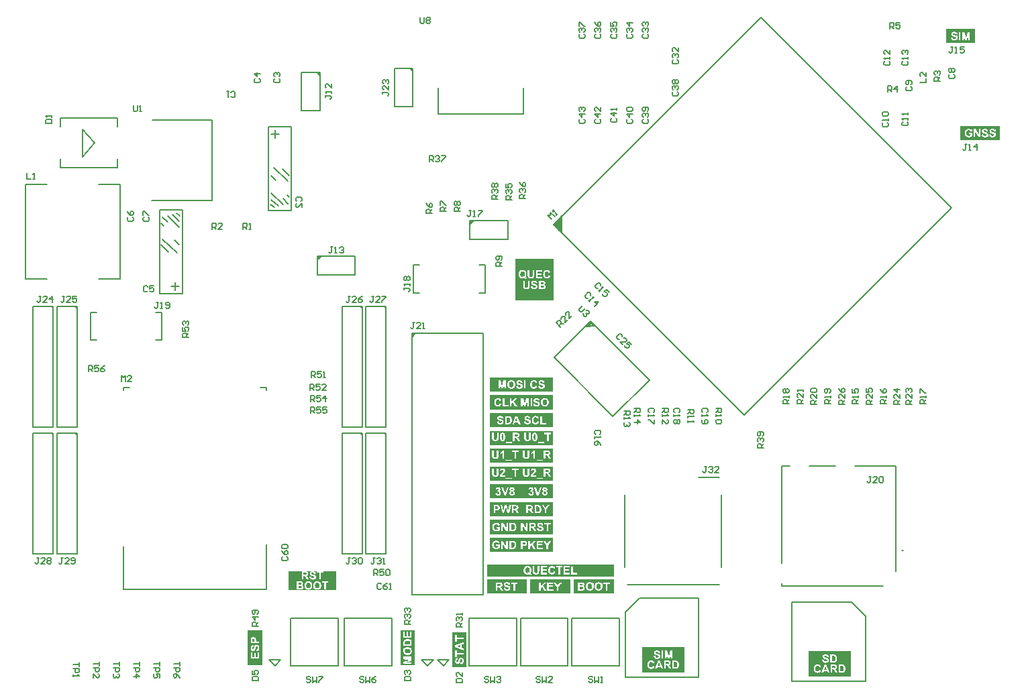
<source format=gto>
G04*
G04 #@! TF.GenerationSoftware,Altium Limited,Altium Designer,24.5.2 (23)*
G04*
G04 Layer_Color=65535*
%FSLAX25Y25*%
%MOIN*%
G70*
G04*
G04 #@! TF.SameCoordinates,18E33138-F5D1-4808-9D7F-E210CFB707B3*
G04*
G04*
G04 #@! TF.FilePolarity,Positive*
G04*
G01*
G75*
%ADD10C,0.00787*%
%ADD11C,0.00500*%
%ADD12C,0.00197*%
%ADD13C,0.00800*%
G36*
X284941Y78150D02*
X253445D01*
Y85236D01*
X284941D01*
Y78150D01*
D02*
G37*
G36*
X284941Y113583D02*
X253445D01*
Y120669D01*
X284941D01*
Y113583D01*
D02*
G37*
G36*
Y149016D02*
X253445D01*
Y156102D01*
X284941D01*
Y149016D01*
D02*
G37*
G36*
Y122441D02*
X253445D01*
Y129528D01*
X284941D01*
Y122441D01*
D02*
G37*
G36*
X350113Y16149D02*
Y9371D01*
X329021D01*
Y16149D01*
Y22125D01*
X350113D01*
Y16149D01*
D02*
G37*
G36*
X432790Y14180D02*
Y7402D01*
X411698D01*
Y14180D01*
Y20157D01*
X432790D01*
Y14180D01*
D02*
G37*
G36*
X284941Y131299D02*
X253445D01*
Y138386D01*
X284941D01*
Y131299D01*
D02*
G37*
G36*
X140354Y13041D02*
X133268D01*
Y30266D01*
X140354D01*
Y13041D01*
D02*
G37*
G36*
X284941Y140157D02*
X253445D01*
Y147244D01*
X284941D01*
Y140157D01*
D02*
G37*
G36*
Y104724D02*
X253445D01*
Y111811D01*
X284941D01*
Y104724D01*
D02*
G37*
G36*
X284941Y95866D02*
X253445D01*
Y102953D01*
X284941D01*
Y95866D01*
D02*
G37*
G36*
X241850Y12067D02*
X234764D01*
Y29292D01*
X241850D01*
Y12067D01*
D02*
G37*
G36*
X271654Y48622D02*
X251969D01*
Y55709D01*
X271654D01*
Y48622D01*
D02*
G37*
G36*
X494341Y322244D02*
X480069D01*
Y329331D01*
X494341D01*
Y322244D01*
D02*
G37*
G36*
X293307Y48622D02*
X273622D01*
Y55709D01*
X293307D01*
Y48622D01*
D02*
G37*
G36*
X314961Y56989D02*
X251969D01*
Y63090D01*
X314961D01*
Y56989D01*
D02*
G37*
G36*
X506890Y274016D02*
X487205D01*
Y281102D01*
X506890D01*
Y274016D01*
D02*
G37*
G36*
X285187Y204959D02*
Y194272D01*
X265994D01*
Y204959D01*
Y215177D01*
X285187D01*
Y204959D01*
D02*
G37*
G36*
X314961Y48622D02*
X295276D01*
Y55709D01*
X314961D01*
Y48622D01*
D02*
G37*
G36*
X284941Y87008D02*
X253445D01*
Y94095D01*
X284941D01*
Y87008D01*
D02*
G37*
G36*
Y69291D02*
X253445D01*
Y76378D01*
X284941D01*
Y69291D01*
D02*
G37*
G36*
X167118Y57393D02*
Y59707D01*
X177165D01*
Y55522D01*
D01*
Y50529D01*
X153543D01*
Y55522D01*
Y59707D01*
X163836D01*
Y55522D01*
X167118D01*
Y56769D01*
X167112Y56909D01*
X167095Y57032D01*
X167065Y57142D01*
X167036Y57236D01*
X167007Y57311D01*
X166978Y57364D01*
X166961Y57399D01*
X166955Y57411D01*
X166891Y57504D01*
X166815Y57585D01*
X166739Y57655D01*
X166669Y57714D01*
X166605Y57760D01*
X166552Y57795D01*
X166517Y57819D01*
X166512Y57824D01*
X166506D01*
X166447Y57854D01*
X166389Y57883D01*
X166249Y57935D01*
X166103Y57982D01*
X165964Y58028D01*
X165899Y58046D01*
X165835Y58063D01*
X165777Y58081D01*
X165730Y58093D01*
X165690Y58104D01*
X165660Y58110D01*
X165637Y58116D01*
X165631D01*
X165526Y58145D01*
X165433Y58168D01*
X165346Y58192D01*
X165264Y58215D01*
X165200Y58238D01*
X165136Y58262D01*
X165083Y58285D01*
X165037Y58302D01*
X164996Y58320D01*
X164967Y58337D01*
X164937Y58349D01*
X164920Y58361D01*
X164891Y58378D01*
X164885Y58384D01*
X164844Y58425D01*
X164815Y58466D01*
X164798Y58507D01*
X164786Y58547D01*
X164774Y58577D01*
X164768Y58606D01*
Y58623D01*
Y58629D01*
X164774Y58687D01*
X164786Y58734D01*
X164809Y58780D01*
X164832Y58815D01*
X164856Y58845D01*
X164879Y58862D01*
X164891Y58874D01*
X164897Y58880D01*
X164978Y58932D01*
X165066Y58967D01*
X165159Y58996D01*
X165246Y59014D01*
X165322Y59025D01*
X165386Y59031D01*
X165445D01*
X165567Y59025D01*
X165672Y59008D01*
X165760Y58985D01*
X165830Y58961D01*
X165888Y58938D01*
X165929Y58915D01*
X165952Y58897D01*
X165958Y58891D01*
X166016Y58833D01*
X166068Y58763D01*
X166109Y58693D01*
X166139Y58617D01*
X166162Y58553D01*
X166174Y58501D01*
X166185Y58460D01*
Y58454D01*
Y58448D01*
X167001Y58477D01*
X166996Y58582D01*
X166978Y58676D01*
X166955Y58769D01*
X166926Y58851D01*
X166896Y58932D01*
X166861Y59008D01*
X166826Y59072D01*
X166791Y59136D01*
X166751Y59189D01*
X166716Y59235D01*
X166681Y59276D01*
X166651Y59311D01*
X166628Y59334D01*
X166611Y59352D01*
X166599Y59364D01*
X166593Y59369D01*
X166517Y59428D01*
X166436Y59480D01*
X166348Y59527D01*
X166255Y59568D01*
X166162Y59597D01*
X166068Y59626D01*
X165882Y59667D01*
X165795Y59678D01*
X165719Y59690D01*
X165643Y59696D01*
X165579Y59702D01*
X165526Y59707D01*
X167118D01*
Y57393D01*
D02*
G37*
G36*
X165287Y59702D02*
X165136Y59684D01*
X165002Y59661D01*
X164885Y59637D01*
X164832Y59620D01*
X164786Y59608D01*
X164751Y59597D01*
X164716Y59585D01*
X164693Y59573D01*
X164675Y59568D01*
X164664Y59562D01*
X164658D01*
X164541Y59503D01*
X164442Y59439D01*
X164355Y59369D01*
X164285Y59305D01*
X164226Y59247D01*
X164191Y59200D01*
X164162Y59165D01*
X164156Y59159D01*
Y59154D01*
X164098Y59054D01*
X164057Y58950D01*
X164028Y58851D01*
X164011Y58763D01*
X163999Y58687D01*
X163987Y58629D01*
Y58606D01*
Y58588D01*
Y58582D01*
Y58577D01*
X163993Y58489D01*
X164005Y58402D01*
X164022Y58326D01*
X164046Y58250D01*
X164104Y58110D01*
X164174Y57988D01*
X164203Y57935D01*
X164238Y57894D01*
X164267Y57854D01*
X164296Y57819D01*
X164320Y57795D01*
X164337Y57778D01*
X164349Y57766D01*
X164355Y57760D01*
X164407Y57719D01*
X164471Y57679D01*
X164535Y57638D01*
X164611Y57603D01*
X164757Y57533D01*
X164908Y57475D01*
X164984Y57451D01*
X165048Y57428D01*
X165112Y57411D01*
X165165Y57393D01*
X165206Y57381D01*
X165241Y57370D01*
X165264Y57364D01*
X165270D01*
X165363Y57341D01*
X165445Y57317D01*
X165521Y57300D01*
X165591Y57282D01*
X165649Y57265D01*
X165701Y57253D01*
X165748Y57236D01*
X165789Y57224D01*
X165824Y57218D01*
X165853Y57206D01*
X165894Y57195D01*
X165917Y57183D01*
X165923D01*
X165999Y57154D01*
X166057Y57125D01*
X166109Y57096D01*
X166150Y57067D01*
X166179Y57043D01*
X166197Y57026D01*
X166208Y57014D01*
X166214Y57008D01*
X166243Y56967D01*
X166267Y56927D01*
X166278Y56886D01*
X166290Y56851D01*
X166296Y56816D01*
X166302Y56787D01*
Y56769D01*
Y56763D01*
X166296Y56682D01*
X166273Y56612D01*
X166238Y56542D01*
X166203Y56484D01*
X166162Y56437D01*
X166133Y56402D01*
X166109Y56379D01*
X166098Y56373D01*
X166016Y56320D01*
X165923Y56279D01*
X165824Y56250D01*
X165730Y56233D01*
X165643Y56221D01*
X165573Y56209D01*
X165509D01*
X165375Y56215D01*
X165258Y56239D01*
X165159Y56268D01*
X165072Y56303D01*
X165002Y56338D01*
X164955Y56367D01*
X164926Y56390D01*
X164914Y56396D01*
X164838Y56478D01*
X164780Y56565D01*
X164728Y56664D01*
X164693Y56763D01*
X164664Y56851D01*
X164640Y56921D01*
X164634Y56944D01*
Y56967D01*
X164629Y56979D01*
Y56985D01*
X163836Y56909D01*
X163853Y56787D01*
X163876Y56670D01*
X163911Y56559D01*
X163941Y56460D01*
X163981Y56367D01*
X164022Y56279D01*
X164063Y56204D01*
X164104Y56134D01*
X164145Y56075D01*
X164185Y56023D01*
X164220Y55976D01*
X164255Y55936D01*
X164279Y55906D01*
X164302Y55889D01*
X164314Y55877D01*
X164320Y55871D01*
X164401Y55807D01*
X164489Y55755D01*
X164582Y55708D01*
X164681Y55667D01*
X164774Y55638D01*
X164873Y55609D01*
X165066Y55568D01*
X165153Y55551D01*
X165235Y55539D01*
X165305Y55533D01*
X165369Y55527D01*
X165421Y55522D01*
X163836D01*
Y59707D01*
X165456D01*
X165287Y59702D01*
D02*
G37*
G36*
X167118Y55522D02*
X165497D01*
X165684Y55527D01*
X165853Y55545D01*
X166004Y55568D01*
X166068Y55580D01*
X166133Y55597D01*
X166185Y55609D01*
X166232Y55621D01*
X166273Y55632D01*
X166307Y55644D01*
X166337Y55656D01*
X166354Y55661D01*
X166366Y55667D01*
X166372D01*
X166500Y55731D01*
X166605Y55801D01*
X166704Y55871D01*
X166780Y55947D01*
X166838Y56011D01*
X166885Y56070D01*
X166908Y56104D01*
X166920Y56110D01*
Y56116D01*
X166984Y56233D01*
X167036Y56344D01*
X167071Y56454D01*
X167095Y56559D01*
X167106Y56641D01*
X167112Y56682D01*
X167118Y56711D01*
Y55522D01*
D02*
G37*
G36*
X216142Y13041D02*
X209055D01*
Y30266D01*
X216142D01*
Y13041D01*
D02*
G37*
%LPC*%
G36*
X278518Y83786D02*
X278448D01*
X278279Y83780D01*
X278127Y83763D01*
X277993Y83739D01*
X277877Y83716D01*
X277824Y83698D01*
X277778Y83687D01*
X277743Y83675D01*
X277708Y83663D01*
X277684Y83652D01*
X277667Y83646D01*
X277655Y83640D01*
X277649D01*
X277533Y83582D01*
X277434Y83518D01*
X277346Y83448D01*
X277276Y83384D01*
X277218Y83325D01*
X277183Y83279D01*
X277154Y83244D01*
X277148Y83238D01*
Y83232D01*
X277090Y83133D01*
X277049Y83028D01*
X277020Y82929D01*
X277002Y82841D01*
X276991Y82766D01*
X276979Y82707D01*
Y82684D01*
Y82666D01*
Y82661D01*
Y82655D01*
X276985Y82567D01*
X276996Y82480D01*
X277014Y82404D01*
X277037Y82328D01*
X277096Y82188D01*
X277165Y82066D01*
X277195Y82014D01*
X277230Y81973D01*
X277259Y81932D01*
X277288Y81897D01*
X277311Y81874D01*
X277329Y81856D01*
X277340Y81845D01*
X277346Y81839D01*
X277399Y81798D01*
X277463Y81757D01*
X277527Y81716D01*
X277603Y81681D01*
X277748Y81611D01*
X277900Y81553D01*
X277976Y81530D01*
X278040Y81506D01*
X278104Y81489D01*
X278156Y81471D01*
X278197Y81460D01*
X278232Y81448D01*
X278256Y81442D01*
X278261D01*
X278355Y81419D01*
X278436Y81396D01*
X278512Y81378D01*
X278582Y81361D01*
X278640Y81343D01*
X278693Y81331D01*
X278740Y81314D01*
X278780Y81302D01*
X278815Y81296D01*
X278844Y81285D01*
X278885Y81273D01*
X278909Y81261D01*
X278914D01*
X278990Y81232D01*
X279048Y81203D01*
X279101Y81174D01*
X279142Y81145D01*
X279171Y81122D01*
X279188Y81104D01*
X279200Y81092D01*
X279206Y81087D01*
X279235Y81046D01*
X279258Y81005D01*
X279270Y80964D01*
X279282Y80929D01*
X279288Y80894D01*
X279293Y80865D01*
Y80848D01*
Y80842D01*
X279288Y80760D01*
X279264Y80690D01*
X279229Y80620D01*
X279194Y80562D01*
X279153Y80515D01*
X279124Y80480D01*
X279101Y80457D01*
X279089Y80451D01*
X279008Y80399D01*
X278914Y80358D01*
X278815Y80329D01*
X278722Y80311D01*
X278635Y80300D01*
X278565Y80288D01*
X278501D01*
X278366Y80294D01*
X278250Y80317D01*
X278151Y80346D01*
X278063Y80381D01*
X277993Y80416D01*
X277947Y80445D01*
X277918Y80469D01*
X277906Y80474D01*
X277830Y80556D01*
X277772Y80643D01*
X277719Y80743D01*
X277684Y80842D01*
X277655Y80929D01*
X277632Y80999D01*
X277626Y81023D01*
Y81046D01*
X277620Y81057D01*
Y81063D01*
X276827Y80988D01*
X276845Y80865D01*
X276868Y80748D01*
X276903Y80638D01*
X276932Y80539D01*
X276973Y80445D01*
X277014Y80358D01*
X277055Y80282D01*
X277096Y80212D01*
X277136Y80154D01*
X277177Y80101D01*
X277212Y80055D01*
X277247Y80014D01*
X277270Y79985D01*
X277294Y79967D01*
X277305Y79956D01*
X277311Y79950D01*
X277393Y79886D01*
X277480Y79833D01*
X277573Y79786D01*
X277673Y79746D01*
X277766Y79716D01*
X277865Y79687D01*
X278057Y79647D01*
X278145Y79629D01*
X278226Y79617D01*
X278296Y79612D01*
X278361Y79606D01*
X278413Y79600D01*
X278489D01*
X278675Y79606D01*
X278844Y79623D01*
X278996Y79647D01*
X279060Y79658D01*
X279124Y79676D01*
X279177Y79687D01*
X279223Y79699D01*
X279264Y79711D01*
X279299Y79722D01*
X279328Y79734D01*
X279346Y79740D01*
X279358Y79746D01*
X279363D01*
X279492Y79810D01*
X279596Y79880D01*
X279696Y79950D01*
X279771Y80026D01*
X279830Y80090D01*
X279876Y80148D01*
X279900Y80183D01*
X279911Y80189D01*
Y80195D01*
X279976Y80311D01*
X280028Y80422D01*
X280063Y80533D01*
X280086Y80638D01*
X280098Y80719D01*
X280104Y80760D01*
X280110Y80789D01*
Y80848D01*
X280104Y80988D01*
X280086Y81110D01*
X280057Y81221D01*
X280028Y81314D01*
X279999Y81390D01*
X279970Y81442D01*
X279952Y81477D01*
X279946Y81489D01*
X279882Y81582D01*
X279806Y81664D01*
X279731Y81734D01*
X279661Y81792D01*
X279596Y81839D01*
X279544Y81874D01*
X279509Y81897D01*
X279503Y81903D01*
X279497D01*
X279439Y81932D01*
X279381Y81961D01*
X279241Y82014D01*
X279095Y82060D01*
X278955Y82107D01*
X278891Y82124D01*
X278827Y82142D01*
X278769Y82159D01*
X278722Y82171D01*
X278681Y82183D01*
X278652Y82188D01*
X278629Y82194D01*
X278623D01*
X278518Y82223D01*
X278425Y82247D01*
X278337Y82270D01*
X278256Y82293D01*
X278191Y82317D01*
X278127Y82340D01*
X278075Y82363D01*
X278028Y82381D01*
X277988Y82398D01*
X277958Y82416D01*
X277929Y82428D01*
X277912Y82439D01*
X277883Y82457D01*
X277877Y82463D01*
X277836Y82503D01*
X277807Y82544D01*
X277789Y82585D01*
X277778Y82626D01*
X277766Y82655D01*
X277760Y82684D01*
Y82701D01*
Y82707D01*
X277766Y82766D01*
X277778Y82812D01*
X277801Y82859D01*
X277824Y82894D01*
X277848Y82923D01*
X277871Y82941D01*
X277883Y82952D01*
X277888Y82958D01*
X277970Y83011D01*
X278057Y83046D01*
X278151Y83075D01*
X278238Y83092D01*
X278314Y83104D01*
X278378Y83110D01*
X278436D01*
X278559Y83104D01*
X278664Y83086D01*
X278751Y83063D01*
X278821Y83040D01*
X278879Y83016D01*
X278920Y82993D01*
X278944Y82976D01*
X278949Y82970D01*
X279008Y82911D01*
X279060Y82841D01*
X279101Y82771D01*
X279130Y82696D01*
X279153Y82631D01*
X279165Y82579D01*
X279177Y82538D01*
Y82532D01*
Y82527D01*
X279993Y82556D01*
X279987Y82661D01*
X279970Y82754D01*
X279946Y82847D01*
X279917Y82929D01*
X279888Y83011D01*
X279853Y83086D01*
X279818Y83150D01*
X279783Y83214D01*
X279742Y83267D01*
X279707Y83314D01*
X279672Y83355D01*
X279643Y83389D01*
X279620Y83413D01*
X279602Y83430D01*
X279591Y83442D01*
X279585Y83448D01*
X279509Y83506D01*
X279428Y83558D01*
X279340Y83605D01*
X279247Y83646D01*
X279153Y83675D01*
X279060Y83704D01*
X278874Y83745D01*
X278786Y83757D01*
X278710Y83768D01*
X278635Y83774D01*
X278571Y83780D01*
X278518Y83786D01*
D02*
G37*
G36*
X256737D02*
X256667D01*
X256457Y83780D01*
X256271Y83757D01*
X256189Y83739D01*
X256107Y83722D01*
X256032Y83704D01*
X255968Y83687D01*
X255909Y83663D01*
X255851Y83646D01*
X255810Y83628D01*
X255769Y83617D01*
X255740Y83599D01*
X255717Y83593D01*
X255705Y83582D01*
X255699D01*
X255519Y83477D01*
X255443Y83413D01*
X255367Y83355D01*
X255297Y83290D01*
X255233Y83226D01*
X255175Y83162D01*
X255122Y83104D01*
X255081Y83046D01*
X255041Y82993D01*
X255006Y82946D01*
X254977Y82906D01*
X254959Y82871D01*
X254942Y82847D01*
X254936Y82830D01*
X254930Y82824D01*
X254883Y82731D01*
X254842Y82637D01*
X254778Y82445D01*
X254732Y82253D01*
X254702Y82083D01*
X254691Y82002D01*
X254679Y81932D01*
X254673Y81868D01*
Y81810D01*
X254667Y81769D01*
Y81705D01*
X254679Y81489D01*
X254702Y81291D01*
X254743Y81110D01*
X254761Y81023D01*
X254784Y80947D01*
X254807Y80877D01*
X254825Y80813D01*
X254848Y80760D01*
X254866Y80713D01*
X254877Y80678D01*
X254889Y80649D01*
X254901Y80632D01*
Y80626D01*
X255000Y80451D01*
X255111Y80300D01*
X255227Y80165D01*
X255344Y80060D01*
X255396Y80014D01*
X255449Y79973D01*
X255489Y79938D01*
X255530Y79915D01*
X255559Y79891D01*
X255589Y79874D01*
X255600Y79868D01*
X255606Y79862D01*
X255699Y79816D01*
X255787Y79775D01*
X255979Y79711D01*
X256166Y79664D01*
X256335Y79635D01*
X256417Y79623D01*
X256486Y79612D01*
X256551Y79606D01*
X256609D01*
X256650Y79600D01*
X256714D01*
X256900Y79606D01*
X257075Y79629D01*
X257244Y79658D01*
X257390Y79693D01*
X257454Y79711D01*
X257512Y79728D01*
X257565Y79746D01*
X257612Y79757D01*
X257647Y79769D01*
X257670Y79781D01*
X257687Y79786D01*
X257693D01*
X257868Y79856D01*
X258014Y79932D01*
X258142Y80008D01*
X258253Y80072D01*
X258334Y80130D01*
X258364Y80154D01*
X258393Y80177D01*
X258410Y80195D01*
X258428Y80206D01*
X258439Y80218D01*
Y81839D01*
X256685D01*
Y81157D01*
X257617D01*
Y80638D01*
X257547Y80585D01*
X257472Y80539D01*
X257396Y80498D01*
X257326Y80463D01*
X257268Y80434D01*
X257215Y80410D01*
X257186Y80399D01*
X257180Y80393D01*
X257174D01*
X257081Y80358D01*
X256988Y80335D01*
X256900Y80317D01*
X256825Y80305D01*
X256755Y80300D01*
X256708Y80294D01*
X256661D01*
X256568Y80300D01*
X256475Y80311D01*
X256393Y80329D01*
X256311Y80352D01*
X256166Y80410D01*
X256107Y80440D01*
X256049Y80474D01*
X255997Y80509D01*
X255950Y80539D01*
X255915Y80574D01*
X255880Y80597D01*
X255857Y80620D01*
X255839Y80638D01*
X255828Y80649D01*
X255822Y80655D01*
X255769Y80725D01*
X255717Y80807D01*
X255676Y80888D01*
X255641Y80976D01*
X255583Y81157D01*
X255548Y81331D01*
X255536Y81413D01*
X255524Y81495D01*
X255519Y81559D01*
X255513Y81623D01*
X255507Y81670D01*
Y81710D01*
Y81734D01*
Y81739D01*
X255513Y81862D01*
X255519Y81973D01*
X255536Y82083D01*
X255554Y82183D01*
X255577Y82270D01*
X255606Y82352D01*
X255635Y82428D01*
X255664Y82498D01*
X255688Y82556D01*
X255717Y82608D01*
X255746Y82649D01*
X255769Y82684D01*
X255787Y82713D01*
X255804Y82731D01*
X255810Y82742D01*
X255816Y82748D01*
X255880Y82806D01*
X255944Y82865D01*
X256014Y82906D01*
X256084Y82946D01*
X256154Y82981D01*
X256224Y83011D01*
X256358Y83051D01*
X256422Y83063D01*
X256481Y83075D01*
X256533Y83080D01*
X256580Y83086D01*
X256615Y83092D01*
X256667D01*
X256795Y83086D01*
X256906Y83063D01*
X257005Y83040D01*
X257093Y83005D01*
X257157Y82976D01*
X257209Y82946D01*
X257239Y82923D01*
X257250Y82917D01*
X257332Y82847D01*
X257402Y82771D01*
X257460Y82696D01*
X257501Y82620D01*
X257536Y82550D01*
X257559Y82498D01*
X257571Y82463D01*
X257577Y82457D01*
Y82451D01*
X258387Y82602D01*
X258364Y82701D01*
X258329Y82801D01*
X258294Y82888D01*
X258247Y82970D01*
X258206Y83051D01*
X258160Y83121D01*
X258113Y83185D01*
X258066Y83244D01*
X258020Y83296D01*
X257979Y83343D01*
X257944Y83384D01*
X257909Y83413D01*
X257880Y83436D01*
X257856Y83459D01*
X257845Y83465D01*
X257839Y83471D01*
X257757Y83529D01*
X257670Y83576D01*
X257577Y83617D01*
X257477Y83652D01*
X257285Y83710D01*
X257099Y83745D01*
X257011Y83763D01*
X256929Y83768D01*
X256854Y83774D01*
X256790Y83780D01*
X256737Y83786D01*
D02*
G37*
G36*
X272111Y83710D02*
X271359D01*
Y80993D01*
X269691Y83710D01*
X268904D01*
Y79676D01*
X269656D01*
Y82334D01*
X271295Y79676D01*
X272111D01*
Y83710D01*
D02*
G37*
G36*
X262404D02*
X261652D01*
Y80993D01*
X259984Y83710D01*
X259197D01*
Y79676D01*
X259949D01*
Y82334D01*
X261588Y79676D01*
X262404D01*
Y83710D01*
D02*
G37*
G36*
X283718D02*
X280518D01*
Y83028D01*
X281713D01*
Y79676D01*
X282529D01*
Y83028D01*
X283718D01*
Y83710D01*
D02*
G37*
G36*
X274793D02*
X272974D01*
Y79676D01*
X273790D01*
Y81361D01*
X274052D01*
X274134Y81355D01*
X274204Y81349D01*
X274262Y81337D01*
X274309Y81331D01*
X274338Y81320D01*
X274355Y81314D01*
X274361D01*
X274408Y81291D01*
X274454Y81267D01*
X274495Y81238D01*
X274536Y81215D01*
X274565Y81186D01*
X274589Y81162D01*
X274600Y81151D01*
X274606Y81145D01*
X274629Y81116D01*
X274658Y81087D01*
X274723Y80999D01*
X274793Y80906D01*
X274868Y80801D01*
X274933Y80708D01*
X274962Y80661D01*
X274985Y80626D01*
X275008Y80597D01*
X275026Y80574D01*
X275032Y80556D01*
X275038Y80550D01*
X275621Y79676D01*
X276600D01*
X276104Y80463D01*
X276052Y80544D01*
X275999Y80626D01*
X275953Y80696D01*
X275906Y80760D01*
X275865Y80818D01*
X275830Y80877D01*
X275760Y80964D01*
X275708Y81034D01*
X275673Y81081D01*
X275644Y81110D01*
X275638Y81116D01*
X275574Y81186D01*
X275498Y81250D01*
X275428Y81302D01*
X275358Y81355D01*
X275300Y81396D01*
X275253Y81425D01*
X275218Y81448D01*
X275212Y81454D01*
X275207D01*
X275306Y81471D01*
X275393Y81495D01*
X275475Y81518D01*
X275556Y81547D01*
X275626Y81576D01*
X275691Y81605D01*
X275755Y81635D01*
X275807Y81670D01*
X275854Y81699D01*
X275894Y81728D01*
X275929Y81757D01*
X275953Y81780D01*
X275976Y81798D01*
X275994Y81815D01*
X275999Y81821D01*
X276005Y81827D01*
X276052Y81885D01*
X276093Y81944D01*
X276163Y82072D01*
X276209Y82194D01*
X276238Y82317D01*
X276262Y82422D01*
X276268Y82463D01*
Y82503D01*
X276273Y82532D01*
Y82562D01*
Y82573D01*
Y82579D01*
X276268Y82707D01*
X276244Y82830D01*
X276215Y82935D01*
X276186Y83028D01*
X276151Y83104D01*
X276122Y83162D01*
X276110Y83180D01*
X276098Y83197D01*
X276093Y83203D01*
Y83209D01*
X276023Y83308D01*
X275947Y83389D01*
X275871Y83454D01*
X275795Y83512D01*
X275725Y83547D01*
X275673Y83576D01*
X275638Y83593D01*
X275632Y83599D01*
X275626D01*
X275568Y83617D01*
X275504Y83634D01*
X275358Y83663D01*
X275201Y83681D01*
X275049Y83698D01*
X274973D01*
X274909Y83704D01*
X274845D01*
X274793Y83710D01*
D02*
G37*
G36*
X264876D02*
X263267D01*
Y79676D01*
X264794D01*
X264952Y79682D01*
X265097Y79687D01*
X265220Y79699D01*
X265319Y79716D01*
X265401Y79734D01*
X265465Y79746D01*
X265482Y79751D01*
X265500D01*
X265505Y79757D01*
X265511D01*
X265639Y79804D01*
X265756Y79856D01*
X265849Y79909D01*
X265931Y79961D01*
X265995Y80008D01*
X266042Y80043D01*
X266071Y80066D01*
X266083Y80078D01*
X266182Y80189D01*
X266269Y80305D01*
X266345Y80428D01*
X266403Y80539D01*
X266450Y80643D01*
X266473Y80684D01*
X266485Y80719D01*
X266496Y80754D01*
X266508Y80778D01*
X266514Y80789D01*
Y80795D01*
X266555Y80935D01*
X266590Y81081D01*
X266613Y81221D01*
X266625Y81355D01*
X266631Y81419D01*
X266636Y81477D01*
Y81524D01*
X266642Y81571D01*
Y81652D01*
X266636Y81856D01*
X266619Y82037D01*
X266613Y82124D01*
X266601Y82200D01*
X266590Y82276D01*
X266578Y82340D01*
X266561Y82398D01*
X266549Y82451D01*
X266537Y82498D01*
X266531Y82532D01*
X266520Y82562D01*
X266514Y82585D01*
X266508Y82597D01*
Y82602D01*
X266456Y82742D01*
X266392Y82871D01*
X266328Y82981D01*
X266263Y83075D01*
X266211Y83150D01*
X266164Y83209D01*
X266135Y83244D01*
X266129Y83255D01*
X266123D01*
X266024Y83349D01*
X265925Y83424D01*
X265820Y83489D01*
X265727Y83541D01*
X265645Y83582D01*
X265575Y83611D01*
X265552Y83617D01*
X265535Y83623D01*
X265523Y83628D01*
X265517D01*
X265406Y83658D01*
X265284Y83675D01*
X265156Y83693D01*
X265033Y83698D01*
X264922Y83704D01*
X264876Y83710D01*
D02*
G37*
%LPD*%
G36*
X274775Y83022D02*
X274903D01*
X274956Y83016D01*
X274991D01*
X275008Y83011D01*
X275014D01*
X275084Y82993D01*
X275148Y82970D01*
X275201Y82946D01*
X275241Y82917D01*
X275276Y82888D01*
X275306Y82871D01*
X275317Y82853D01*
X275323Y82847D01*
X275358Y82801D01*
X275387Y82742D01*
X275405Y82690D01*
X275422Y82637D01*
X275428Y82591D01*
X275434Y82556D01*
Y82532D01*
Y82521D01*
X275428Y82457D01*
X275422Y82398D01*
X275405Y82346D01*
X275393Y82299D01*
X275376Y82264D01*
X275358Y82241D01*
X275352Y82223D01*
X275346Y82218D01*
X275311Y82177D01*
X275276Y82142D01*
X275201Y82089D01*
X275172Y82072D01*
X275142Y82060D01*
X275125Y82048D01*
X275119D01*
X275090Y82043D01*
X275043Y82031D01*
X274997Y82025D01*
X274944Y82019D01*
X274822Y82014D01*
X274699Y82008D01*
X274583Y82002D01*
X273790D01*
Y83028D01*
X274723D01*
X274775Y83022D01*
D02*
G37*
G36*
X264689D02*
X264759D01*
X264818Y83016D01*
X264870D01*
X264922Y83011D01*
X264963D01*
X265027Y82999D01*
X265074Y82993D01*
X265103Y82987D01*
X265109D01*
X265191Y82964D01*
X265261Y82935D01*
X265325Y82906D01*
X265383Y82871D01*
X265424Y82841D01*
X265459Y82818D01*
X265476Y82801D01*
X265482Y82795D01*
X265535Y82736D01*
X265581Y82672D01*
X265622Y82608D01*
X265657Y82550D01*
X265680Y82492D01*
X265698Y82445D01*
X265709Y82416D01*
X265715Y82410D01*
Y82404D01*
X265744Y82299D01*
X265768Y82188D01*
X265779Y82066D01*
X265791Y81949D01*
X265797Y81850D01*
X265803Y81804D01*
Y81763D01*
Y81734D01*
Y81710D01*
Y81693D01*
Y81687D01*
X265797Y81524D01*
X265791Y81372D01*
X265774Y81250D01*
X265762Y81145D01*
X265744Y81057D01*
X265739Y81023D01*
X265727Y80999D01*
X265721Y80976D01*
Y80958D01*
X265715Y80953D01*
Y80947D01*
X265680Y80853D01*
X265651Y80772D01*
X265610Y80708D01*
X265581Y80655D01*
X265552Y80614D01*
X265529Y80585D01*
X265511Y80568D01*
X265505Y80562D01*
X265453Y80521D01*
X265401Y80486D01*
X265348Y80457D01*
X265296Y80434D01*
X265249Y80416D01*
X265214Y80405D01*
X265191Y80393D01*
X265179D01*
X265115Y80381D01*
X265039Y80375D01*
X264957Y80364D01*
X264876D01*
X264800Y80358D01*
X264083D01*
Y83028D01*
X264614D01*
X264689Y83022D01*
D02*
G37*
%LPC*%
G36*
X273099Y119688D02*
X272283D01*
Y117449D01*
Y117362D01*
Y117280D01*
X272277Y117205D01*
Y117135D01*
X272271Y117076D01*
Y117018D01*
X272265Y116966D01*
Y116919D01*
X272254Y116849D01*
X272248Y116797D01*
X272242Y116767D01*
Y116756D01*
X272224Y116680D01*
X272195Y116616D01*
X272160Y116558D01*
X272125Y116505D01*
X272090Y116464D01*
X272061Y116435D01*
X272038Y116418D01*
X272032Y116412D01*
X271962Y116365D01*
X271875Y116330D01*
X271793Y116307D01*
X271706Y116289D01*
X271630Y116278D01*
X271571Y116272D01*
X271513D01*
X271391Y116278D01*
X271286Y116295D01*
X271193Y116319D01*
X271111Y116348D01*
X271053Y116371D01*
X271006Y116394D01*
X270983Y116412D01*
X270971Y116418D01*
X270907Y116476D01*
X270854Y116546D01*
X270808Y116610D01*
X270779Y116674D01*
X270755Y116733D01*
X270738Y116779D01*
X270726Y116808D01*
Y116820D01*
X270720Y116855D01*
X270714Y116890D01*
Y116937D01*
X270709Y116989D01*
X270703Y117100D01*
Y117216D01*
X270697Y117321D01*
Y117368D01*
Y117415D01*
Y117449D01*
Y117473D01*
Y117490D01*
Y117496D01*
Y119688D01*
X269881D01*
Y117409D01*
X269887Y117292D01*
Y117181D01*
X269893Y117082D01*
X269898Y116989D01*
X269904Y116907D01*
X269910Y116832D01*
X269922Y116762D01*
X269928Y116703D01*
X269933Y116651D01*
X269939Y116604D01*
X269945Y116569D01*
X269951Y116540D01*
Y116523D01*
X269957Y116511D01*
Y116505D01*
X269986Y116418D01*
X270015Y116336D01*
X270056Y116260D01*
X270091Y116196D01*
X270126Y116138D01*
X270155Y116091D01*
X270178Y116068D01*
X270184Y116056D01*
X270254Y115980D01*
X270330Y115910D01*
X270411Y115852D01*
X270487Y115800D01*
X270551Y115759D01*
X270610Y115730D01*
X270645Y115712D01*
X270650Y115706D01*
X270656D01*
X270714Y115683D01*
X270779Y115666D01*
X270924Y115631D01*
X271070Y115607D01*
X271210Y115596D01*
X271274Y115590D01*
X271338Y115584D01*
X271391D01*
X271443Y115578D01*
X271537D01*
X271706Y115584D01*
X271857Y115596D01*
X271991Y115619D01*
X272102Y115642D01*
X272149Y115648D01*
X272195Y115660D01*
X272230Y115671D01*
X272259Y115683D01*
X272283Y115689D01*
X272300Y115695D01*
X272306Y115700D01*
X272312D01*
X272417Y115747D01*
X272510Y115805D01*
X272592Y115858D01*
X272662Y115910D01*
X272714Y115957D01*
X272755Y115992D01*
X272778Y116015D01*
X272784Y116027D01*
X272848Y116109D01*
X272901Y116196D01*
X272942Y116278D01*
X272977Y116359D01*
X273000Y116429D01*
X273017Y116488D01*
X273023Y116505D01*
Y116523D01*
X273029Y116528D01*
Y116534D01*
X273041Y116598D01*
X273052Y116668D01*
X273064Y116744D01*
X273070Y116820D01*
X273081Y116995D01*
X273093Y117164D01*
Y117240D01*
Y117315D01*
X273099Y117385D01*
Y119688D01*
D02*
G37*
G36*
X257743D02*
X256927D01*
Y117449D01*
Y117362D01*
Y117280D01*
X256921Y117205D01*
Y117135D01*
X256915Y117076D01*
Y117018D01*
X256909Y116966D01*
Y116919D01*
X256897Y116849D01*
X256892Y116797D01*
X256886Y116767D01*
Y116756D01*
X256868Y116680D01*
X256839Y116616D01*
X256804Y116558D01*
X256769Y116505D01*
X256734Y116464D01*
X256705Y116435D01*
X256682Y116418D01*
X256676Y116412D01*
X256606Y116365D01*
X256519Y116330D01*
X256437Y116307D01*
X256349Y116289D01*
X256274Y116278D01*
X256215Y116272D01*
X256157D01*
X256035Y116278D01*
X255930Y116295D01*
X255836Y116319D01*
X255755Y116348D01*
X255697Y116371D01*
X255650Y116394D01*
X255627Y116412D01*
X255615Y116418D01*
X255551Y116476D01*
X255498Y116546D01*
X255452Y116610D01*
X255422Y116674D01*
X255399Y116733D01*
X255382Y116779D01*
X255370Y116808D01*
Y116820D01*
X255364Y116855D01*
X255358Y116890D01*
Y116937D01*
X255352Y116989D01*
X255347Y117100D01*
Y117216D01*
X255341Y117321D01*
Y117368D01*
Y117415D01*
Y117449D01*
Y117473D01*
Y117490D01*
Y117496D01*
Y119688D01*
X254525D01*
Y117409D01*
X254531Y117292D01*
Y117181D01*
X254536Y117082D01*
X254542Y116989D01*
X254548Y116907D01*
X254554Y116832D01*
X254565Y116762D01*
X254571Y116703D01*
X254577Y116651D01*
X254583Y116604D01*
X254589Y116569D01*
X254595Y116540D01*
Y116523D01*
X254600Y116511D01*
Y116505D01*
X254630Y116418D01*
X254659Y116336D01*
X254699Y116260D01*
X254734Y116196D01*
X254769Y116138D01*
X254799Y116091D01*
X254822Y116068D01*
X254828Y116056D01*
X254898Y115980D01*
X254974Y115910D01*
X255055Y115852D01*
X255131Y115800D01*
X255195Y115759D01*
X255253Y115730D01*
X255288Y115712D01*
X255294Y115706D01*
X255300D01*
X255358Y115683D01*
X255422Y115666D01*
X255568Y115631D01*
X255714Y115607D01*
X255854Y115596D01*
X255918Y115590D01*
X255982Y115584D01*
X256035D01*
X256087Y115578D01*
X256180D01*
X256349Y115584D01*
X256501Y115596D01*
X256635Y115619D01*
X256746Y115642D01*
X256792Y115648D01*
X256839Y115660D01*
X256874Y115671D01*
X256903Y115683D01*
X256927Y115689D01*
X256944Y115695D01*
X256950Y115700D01*
X256956D01*
X257061Y115747D01*
X257154Y115805D01*
X257236Y115858D01*
X257306Y115910D01*
X257358Y115957D01*
X257399Y115992D01*
X257422Y116015D01*
X257428Y116027D01*
X257492Y116109D01*
X257545Y116196D01*
X257585Y116278D01*
X257620Y116359D01*
X257644Y116429D01*
X257661Y116488D01*
X257667Y116505D01*
Y116523D01*
X257673Y116528D01*
Y116534D01*
X257684Y116598D01*
X257696Y116668D01*
X257708Y116744D01*
X257714Y116820D01*
X257725Y116995D01*
X257737Y117164D01*
Y117240D01*
Y117315D01*
X257743Y117385D01*
Y119688D01*
D02*
G37*
G36*
X282054D02*
X280235D01*
Y115654D01*
X281051D01*
Y117339D01*
X281313D01*
X281395Y117333D01*
X281465Y117327D01*
X281523Y117315D01*
X281570Y117310D01*
X281599Y117298D01*
X281617Y117292D01*
X281623D01*
X281669Y117269D01*
X281716Y117245D01*
X281757Y117216D01*
X281797Y117193D01*
X281826Y117164D01*
X281850Y117141D01*
X281861Y117129D01*
X281867Y117123D01*
X281891Y117094D01*
X281920Y117065D01*
X281984Y116977D01*
X282054Y116884D01*
X282130Y116779D01*
X282194Y116686D01*
X282223Y116639D01*
X282246Y116604D01*
X282270Y116575D01*
X282287Y116552D01*
X282293Y116534D01*
X282299Y116528D01*
X282882Y115654D01*
X283861D01*
X283366Y116441D01*
X283313Y116523D01*
X283261Y116604D01*
X283214Y116674D01*
X283167Y116738D01*
X283127Y116797D01*
X283092Y116855D01*
X283022Y116942D01*
X282969Y117012D01*
X282934Y117059D01*
X282905Y117088D01*
X282899Y117094D01*
X282835Y117164D01*
X282759Y117228D01*
X282689Y117280D01*
X282619Y117333D01*
X282561Y117374D01*
X282514Y117403D01*
X282480Y117426D01*
X282474Y117432D01*
X282468D01*
X282567Y117449D01*
X282654Y117473D01*
X282736Y117496D01*
X282818Y117525D01*
X282888Y117554D01*
X282952Y117584D01*
X283016Y117613D01*
X283068Y117648D01*
X283115Y117677D01*
X283156Y117706D01*
X283191Y117735D01*
X283214Y117759D01*
X283237Y117776D01*
X283255Y117794D01*
X283261Y117799D01*
X283266Y117805D01*
X283313Y117864D01*
X283354Y117922D01*
X283424Y118050D01*
X283471Y118173D01*
X283500Y118295D01*
X283523Y118400D01*
X283529Y118441D01*
Y118482D01*
X283535Y118511D01*
Y118540D01*
Y118551D01*
Y118557D01*
X283529Y118685D01*
X283506Y118808D01*
X283476Y118913D01*
X283447Y119006D01*
X283412Y119082D01*
X283383Y119140D01*
X283371Y119158D01*
X283360Y119175D01*
X283354Y119181D01*
Y119187D01*
X283284Y119286D01*
X283208Y119368D01*
X283132Y119432D01*
X283057Y119490D01*
X282987Y119525D01*
X282934Y119554D01*
X282899Y119572D01*
X282893Y119578D01*
X282888D01*
X282829Y119595D01*
X282765Y119613D01*
X282619Y119642D01*
X282462Y119659D01*
X282310Y119677D01*
X282235D01*
X282171Y119682D01*
X282106D01*
X282054Y119688D01*
D02*
G37*
G36*
X275763Y119712D02*
X275134D01*
X275075Y119578D01*
X275000Y119455D01*
X274918Y119339D01*
X274836Y119245D01*
X274766Y119169D01*
X274702Y119111D01*
X274679Y119088D01*
X274661Y119070D01*
X274650Y119064D01*
X274644Y119059D01*
X274516Y118965D01*
X274393Y118884D01*
X274283Y118820D01*
X274183Y118773D01*
X274102Y118738D01*
X274043Y118709D01*
X274020Y118703D01*
X274003Y118697D01*
X273997Y118691D01*
X273991D01*
Y117992D01*
X274201Y118073D01*
X274387Y118161D01*
X274475Y118207D01*
X274556Y118260D01*
X274632Y118307D01*
X274702Y118353D01*
X274766Y118400D01*
X274825Y118441D01*
X274871Y118476D01*
X274912Y118511D01*
X274947Y118540D01*
X274970Y118557D01*
X274982Y118569D01*
X274988Y118575D01*
Y115654D01*
X275763D01*
Y119712D01*
D02*
G37*
G36*
X267794Y119688D02*
X264593D01*
Y119006D01*
X265788D01*
Y115654D01*
X266604D01*
Y119006D01*
X267794D01*
Y119688D01*
D02*
G37*
G36*
X260407Y119712D02*
X259777D01*
X259719Y119578D01*
X259643Y119455D01*
X259562Y119339D01*
X259480Y119245D01*
X259410Y119169D01*
X259346Y119111D01*
X259323Y119088D01*
X259305Y119070D01*
X259294Y119064D01*
X259288Y119059D01*
X259159Y118965D01*
X259037Y118884D01*
X258926Y118820D01*
X258827Y118773D01*
X258746Y118738D01*
X258687Y118709D01*
X258664Y118703D01*
X258646Y118697D01*
X258641Y118691D01*
X258635D01*
Y117992D01*
X258845Y118073D01*
X259031Y118161D01*
X259119Y118207D01*
X259200Y118260D01*
X259276Y118307D01*
X259346Y118353D01*
X259410Y118400D01*
X259469Y118441D01*
X259515Y118476D01*
X259556Y118511D01*
X259591Y118540D01*
X259614Y118557D01*
X259626Y118569D01*
X259632Y118575D01*
Y115654D01*
X260407D01*
Y119712D01*
D02*
G37*
G36*
X279850Y115042D02*
X276632D01*
Y114540D01*
X279850D01*
Y115042D01*
D02*
G37*
G36*
X264494D02*
X261276D01*
Y114540D01*
X264494D01*
Y115042D01*
D02*
G37*
%LPD*%
G36*
X282036Y119000D02*
X282165D01*
X282217Y118994D01*
X282252D01*
X282270Y118989D01*
X282275D01*
X282345Y118971D01*
X282410Y118948D01*
X282462Y118924D01*
X282503Y118895D01*
X282538Y118866D01*
X282567Y118849D01*
X282579Y118831D01*
X282584Y118825D01*
X282619Y118779D01*
X282648Y118720D01*
X282666Y118668D01*
X282683Y118616D01*
X282689Y118569D01*
X282695Y118534D01*
Y118511D01*
Y118499D01*
X282689Y118435D01*
X282683Y118377D01*
X282666Y118324D01*
X282654Y118277D01*
X282637Y118242D01*
X282619Y118219D01*
X282614Y118202D01*
X282608Y118196D01*
X282573Y118155D01*
X282538Y118120D01*
X282462Y118068D01*
X282433Y118050D01*
X282404Y118038D01*
X282386Y118027D01*
X282380D01*
X282351Y118021D01*
X282305Y118009D01*
X282258Y118003D01*
X282206Y117998D01*
X282083Y117992D01*
X281961Y117986D01*
X281844Y117980D01*
X281051D01*
Y119006D01*
X281984D01*
X282036Y119000D01*
D02*
G37*
%LPC*%
G36*
X279165Y154652D02*
X279095D01*
X278926Y154646D01*
X278774Y154629D01*
X278640Y154605D01*
X278524Y154582D01*
X278471Y154565D01*
X278425Y154553D01*
X278390Y154541D01*
X278355Y154530D01*
X278331Y154518D01*
X278314Y154512D01*
X278302Y154506D01*
X278296D01*
X278180Y154448D01*
X278081Y154384D01*
X277993Y154314D01*
X277923Y154250D01*
X277865Y154192D01*
X277830Y154145D01*
X277801Y154110D01*
X277795Y154104D01*
Y154098D01*
X277737Y153999D01*
X277696Y153894D01*
X277667Y153795D01*
X277649Y153708D01*
X277638Y153632D01*
X277626Y153574D01*
Y153550D01*
Y153533D01*
Y153527D01*
Y153521D01*
X277632Y153434D01*
X277643Y153346D01*
X277661Y153270D01*
X277684Y153194D01*
X277743Y153055D01*
X277813Y152932D01*
X277842Y152880D01*
X277877Y152839D01*
X277906Y152798D01*
X277935Y152763D01*
X277958Y152740D01*
X277976Y152722D01*
X277988Y152711D01*
X277993Y152705D01*
X278046Y152664D01*
X278110Y152623D01*
X278174Y152582D01*
X278250Y152547D01*
X278396Y152477D01*
X278547Y152419D01*
X278623Y152396D01*
X278687Y152373D01*
X278751Y152355D01*
X278804Y152338D01*
X278844Y152326D01*
X278879Y152314D01*
X278903Y152308D01*
X278909D01*
X279002Y152285D01*
X279083Y152262D01*
X279159Y152244D01*
X279229Y152227D01*
X279288Y152209D01*
X279340Y152198D01*
X279387Y152180D01*
X279428Y152168D01*
X279462Y152163D01*
X279492Y152151D01*
X279532Y152139D01*
X279556Y152128D01*
X279562D01*
X279637Y152099D01*
X279696Y152069D01*
X279748Y152040D01*
X279789Y152011D01*
X279818Y151988D01*
X279836Y151970D01*
X279847Y151959D01*
X279853Y151953D01*
X279882Y151912D01*
X279906Y151871D01*
X279917Y151830D01*
X279929Y151795D01*
X279935Y151760D01*
X279941Y151731D01*
Y151714D01*
Y151708D01*
X279935Y151626D01*
X279911Y151556D01*
X279876Y151486D01*
X279841Y151428D01*
X279801Y151381D01*
X279771Y151346D01*
X279748Y151323D01*
X279736Y151317D01*
X279655Y151265D01*
X279562Y151224D01*
X279462Y151195D01*
X279369Y151177D01*
X279282Y151166D01*
X279212Y151154D01*
X279148D01*
X279013Y151160D01*
X278897Y151183D01*
X278798Y151212D01*
X278710Y151247D01*
X278640Y151282D01*
X278594Y151311D01*
X278565Y151335D01*
X278553Y151341D01*
X278477Y151422D01*
X278419Y151510D01*
X278366Y151609D01*
X278331Y151708D01*
X278302Y151795D01*
X278279Y151865D01*
X278273Y151889D01*
Y151912D01*
X278267Y151924D01*
Y151929D01*
X277474Y151854D01*
X277492Y151731D01*
X277515Y151615D01*
X277550Y151504D01*
X277579Y151405D01*
X277620Y151311D01*
X277661Y151224D01*
X277702Y151148D01*
X277743Y151078D01*
X277783Y151020D01*
X277824Y150968D01*
X277859Y150921D01*
X277894Y150880D01*
X277918Y150851D01*
X277941Y150833D01*
X277953Y150822D01*
X277958Y150816D01*
X278040Y150752D01*
X278127Y150699D01*
X278221Y150653D01*
X278320Y150612D01*
X278413Y150583D01*
X278512Y150554D01*
X278705Y150513D01*
X278792Y150495D01*
X278874Y150484D01*
X278944Y150478D01*
X279008Y150472D01*
X279060Y150466D01*
X279136D01*
X279323Y150472D01*
X279492Y150489D01*
X279643Y150513D01*
X279707Y150524D01*
X279771Y150542D01*
X279824Y150554D01*
X279871Y150565D01*
X279911Y150577D01*
X279946Y150589D01*
X279976Y150600D01*
X279993Y150606D01*
X280005Y150612D01*
X280011D01*
X280139Y150676D01*
X280244Y150746D01*
X280343Y150816D01*
X280419Y150892D01*
X280477Y150956D01*
X280523Y151014D01*
X280547Y151049D01*
X280558Y151055D01*
Y151061D01*
X280623Y151177D01*
X280675Y151288D01*
X280710Y151399D01*
X280733Y151504D01*
X280745Y151585D01*
X280751Y151626D01*
X280757Y151655D01*
Y151714D01*
X280751Y151854D01*
X280733Y151976D01*
X280704Y152087D01*
X280675Y152180D01*
X280646Y152256D01*
X280617Y152308D01*
X280599Y152343D01*
X280593Y152355D01*
X280529Y152448D01*
X280453Y152530D01*
X280378Y152600D01*
X280308Y152658D01*
X280244Y152705D01*
X280191Y152740D01*
X280156Y152763D01*
X280150Y152769D01*
X280145D01*
X280086Y152798D01*
X280028Y152827D01*
X279888Y152880D01*
X279742Y152926D01*
X279602Y152973D01*
X279538Y152990D01*
X279474Y153008D01*
X279416Y153025D01*
X279369Y153037D01*
X279328Y153049D01*
X279299Y153055D01*
X279276Y153060D01*
X279270D01*
X279165Y153090D01*
X279072Y153113D01*
X278984Y153136D01*
X278903Y153159D01*
X278839Y153183D01*
X278774Y153206D01*
X278722Y153229D01*
X278675Y153247D01*
X278635Y153264D01*
X278605Y153282D01*
X278576Y153294D01*
X278559Y153305D01*
X278530Y153323D01*
X278524Y153329D01*
X278483Y153369D01*
X278454Y153410D01*
X278436Y153451D01*
X278425Y153492D01*
X278413Y153521D01*
X278407Y153550D01*
Y153568D01*
Y153574D01*
X278413Y153632D01*
X278425Y153678D01*
X278448Y153725D01*
X278471Y153760D01*
X278495Y153789D01*
X278518Y153807D01*
X278530Y153818D01*
X278536Y153824D01*
X278617Y153877D01*
X278705Y153912D01*
X278798Y153941D01*
X278885Y153958D01*
X278961Y153970D01*
X279025Y153976D01*
X279083D01*
X279206Y153970D01*
X279311Y153952D01*
X279398Y153929D01*
X279468Y153906D01*
X279527Y153883D01*
X279567Y153859D01*
X279591Y153842D01*
X279596Y153836D01*
X279655Y153778D01*
X279707Y153708D01*
X279748Y153638D01*
X279777Y153562D01*
X279801Y153498D01*
X279812Y153445D01*
X279824Y153404D01*
Y153399D01*
Y153393D01*
X280640Y153422D01*
X280634Y153527D01*
X280617Y153620D01*
X280593Y153713D01*
X280564Y153795D01*
X280535Y153877D01*
X280500Y153952D01*
X280465Y154017D01*
X280430Y154081D01*
X280389Y154133D01*
X280354Y154180D01*
X280319Y154221D01*
X280290Y154256D01*
X280267Y154279D01*
X280250Y154296D01*
X280238Y154308D01*
X280232Y154314D01*
X280156Y154372D01*
X280075Y154425D01*
X279987Y154471D01*
X279894Y154512D01*
X279801Y154541D01*
X279707Y154570D01*
X279521Y154611D01*
X279433Y154623D01*
X279358Y154634D01*
X279282Y154640D01*
X279218Y154646D01*
X279165Y154652D01*
D02*
G37*
G36*
X268199D02*
X268129D01*
X267960Y154646D01*
X267808Y154629D01*
X267674Y154605D01*
X267558Y154582D01*
X267505Y154565D01*
X267459Y154553D01*
X267424Y154541D01*
X267389Y154530D01*
X267365Y154518D01*
X267348Y154512D01*
X267336Y154506D01*
X267330D01*
X267214Y154448D01*
X267114Y154384D01*
X267027Y154314D01*
X266957Y154250D01*
X266899Y154192D01*
X266864Y154145D01*
X266835Y154110D01*
X266829Y154104D01*
Y154098D01*
X266771Y153999D01*
X266730Y153894D01*
X266701Y153795D01*
X266683Y153708D01*
X266671Y153632D01*
X266660Y153574D01*
Y153550D01*
Y153533D01*
Y153527D01*
Y153521D01*
X266666Y153434D01*
X266677Y153346D01*
X266695Y153270D01*
X266718Y153194D01*
X266776Y153055D01*
X266846Y152932D01*
X266876Y152880D01*
X266911Y152839D01*
X266940Y152798D01*
X266969Y152763D01*
X266992Y152740D01*
X267010Y152722D01*
X267021Y152711D01*
X267027Y152705D01*
X267079Y152664D01*
X267144Y152623D01*
X267208Y152582D01*
X267284Y152547D01*
X267429Y152477D01*
X267581Y152419D01*
X267657Y152396D01*
X267721Y152373D01*
X267785Y152355D01*
X267837Y152338D01*
X267878Y152326D01*
X267913Y152314D01*
X267936Y152308D01*
X267942D01*
X268036Y152285D01*
X268117Y152262D01*
X268193Y152244D01*
X268263Y152227D01*
X268321Y152209D01*
X268374Y152198D01*
X268420Y152180D01*
X268461Y152168D01*
X268496Y152163D01*
X268525Y152151D01*
X268566Y152139D01*
X268589Y152128D01*
X268595D01*
X268671Y152099D01*
X268729Y152069D01*
X268782Y152040D01*
X268823Y152011D01*
X268852Y151988D01*
X268869Y151970D01*
X268881Y151959D01*
X268887Y151953D01*
X268916Y151912D01*
X268939Y151871D01*
X268951Y151830D01*
X268963Y151795D01*
X268968Y151760D01*
X268974Y151731D01*
Y151714D01*
Y151708D01*
X268968Y151626D01*
X268945Y151556D01*
X268910Y151486D01*
X268875Y151428D01*
X268834Y151381D01*
X268805Y151346D01*
X268782Y151323D01*
X268770Y151317D01*
X268689Y151265D01*
X268595Y151224D01*
X268496Y151195D01*
X268403Y151177D01*
X268316Y151166D01*
X268246Y151154D01*
X268181D01*
X268047Y151160D01*
X267931Y151183D01*
X267832Y151212D01*
X267744Y151247D01*
X267674Y151282D01*
X267628Y151311D01*
X267598Y151335D01*
X267587Y151341D01*
X267511Y151422D01*
X267453Y151510D01*
X267400Y151609D01*
X267365Y151708D01*
X267336Y151795D01*
X267313Y151865D01*
X267307Y151889D01*
Y151912D01*
X267301Y151924D01*
Y151929D01*
X266508Y151854D01*
X266526Y151731D01*
X266549Y151615D01*
X266584Y151504D01*
X266613Y151405D01*
X266654Y151311D01*
X266695Y151224D01*
X266736Y151148D01*
X266776Y151078D01*
X266817Y151020D01*
X266858Y150968D01*
X266893Y150921D01*
X266928Y150880D01*
X266951Y150851D01*
X266975Y150833D01*
X266986Y150822D01*
X266992Y150816D01*
X267074Y150752D01*
X267161Y150699D01*
X267254Y150653D01*
X267354Y150612D01*
X267447Y150583D01*
X267546Y150554D01*
X267738Y150513D01*
X267826Y150495D01*
X267907Y150484D01*
X267977Y150478D01*
X268041Y150472D01*
X268094Y150466D01*
X268170D01*
X268356Y150472D01*
X268525Y150489D01*
X268677Y150513D01*
X268741Y150524D01*
X268805Y150542D01*
X268858Y150554D01*
X268904Y150565D01*
X268945Y150577D01*
X268980Y150589D01*
X269009Y150600D01*
X269027Y150606D01*
X269038Y150612D01*
X269044D01*
X269173Y150676D01*
X269277Y150746D01*
X269376Y150816D01*
X269452Y150892D01*
X269511Y150956D01*
X269557Y151014D01*
X269581Y151049D01*
X269592Y151055D01*
Y151061D01*
X269656Y151177D01*
X269709Y151288D01*
X269744Y151399D01*
X269767Y151504D01*
X269779Y151585D01*
X269785Y151626D01*
X269791Y151655D01*
Y151714D01*
X269785Y151854D01*
X269767Y151976D01*
X269738Y152087D01*
X269709Y152180D01*
X269680Y152256D01*
X269651Y152308D01*
X269633Y152343D01*
X269627Y152355D01*
X269563Y152448D01*
X269487Y152530D01*
X269411Y152600D01*
X269342Y152658D01*
X269277Y152705D01*
X269225Y152740D01*
X269190Y152763D01*
X269184Y152769D01*
X269178D01*
X269120Y152798D01*
X269062Y152827D01*
X268922Y152880D01*
X268776Y152926D01*
X268636Y152973D01*
X268572Y152990D01*
X268508Y153008D01*
X268450Y153025D01*
X268403Y153037D01*
X268362Y153049D01*
X268333Y153055D01*
X268310Y153060D01*
X268304D01*
X268199Y153090D01*
X268106Y153113D01*
X268018Y153136D01*
X267936Y153159D01*
X267872Y153183D01*
X267808Y153206D01*
X267756Y153229D01*
X267709Y153247D01*
X267668Y153264D01*
X267639Y153282D01*
X267610Y153294D01*
X267593Y153305D01*
X267563Y153323D01*
X267558Y153329D01*
X267517Y153369D01*
X267488Y153410D01*
X267470Y153451D01*
X267459Y153492D01*
X267447Y153521D01*
X267441Y153550D01*
Y153568D01*
Y153574D01*
X267447Y153632D01*
X267459Y153678D01*
X267482Y153725D01*
X267505Y153760D01*
X267528Y153789D01*
X267552Y153807D01*
X267563Y153818D01*
X267569Y153824D01*
X267651Y153877D01*
X267738Y153912D01*
X267832Y153941D01*
X267919Y153958D01*
X267995Y153970D01*
X268059Y153976D01*
X268117D01*
X268240Y153970D01*
X268345Y153952D01*
X268432Y153929D01*
X268502Y153906D01*
X268560Y153883D01*
X268601Y153859D01*
X268624Y153842D01*
X268630Y153836D01*
X268689Y153778D01*
X268741Y153708D01*
X268782Y153638D01*
X268811Y153562D01*
X268834Y153498D01*
X268846Y153445D01*
X268858Y153404D01*
Y153399D01*
Y153393D01*
X269674Y153422D01*
X269668Y153527D01*
X269651Y153620D01*
X269627Y153713D01*
X269598Y153795D01*
X269569Y153877D01*
X269534Y153952D01*
X269499Y154017D01*
X269464Y154081D01*
X269423Y154133D01*
X269388Y154180D01*
X269353Y154221D01*
X269324Y154256D01*
X269301Y154279D01*
X269283Y154296D01*
X269272Y154308D01*
X269266Y154314D01*
X269190Y154372D01*
X269108Y154425D01*
X269021Y154471D01*
X268928Y154512D01*
X268834Y154541D01*
X268741Y154570D01*
X268554Y154611D01*
X268467Y154623D01*
X268391Y154634D01*
X268316Y154640D01*
X268251Y154646D01*
X268199Y154652D01*
D02*
G37*
G36*
X275428D02*
X275358D01*
X275207Y154646D01*
X275055Y154629D01*
X274921Y154599D01*
X274787Y154565D01*
X274670Y154524D01*
X274554Y154477D01*
X274454Y154425D01*
X274361Y154372D01*
X274274Y154320D01*
X274204Y154267D01*
X274140Y154221D01*
X274087Y154180D01*
X274046Y154145D01*
X274017Y154116D01*
X274000Y154098D01*
X273994Y154092D01*
X273901Y153982D01*
X273825Y153865D01*
X273755Y153743D01*
X273697Y153614D01*
X273644Y153480D01*
X273603Y153352D01*
X273568Y153224D01*
X273539Y153101D01*
X273516Y152979D01*
X273504Y152874D01*
X273493Y152775D01*
X273481Y152693D01*
Y152623D01*
X273475Y152571D01*
Y152524D01*
X273481Y152349D01*
X273498Y152186D01*
X273522Y152029D01*
X273557Y151889D01*
X273592Y151754D01*
X273638Y151626D01*
X273685Y151515D01*
X273732Y151416D01*
X273778Y151323D01*
X273825Y151242D01*
X273871Y151177D01*
X273906Y151119D01*
X273941Y151078D01*
X273965Y151043D01*
X273982Y151026D01*
X273988Y151020D01*
X274087Y150921D01*
X274192Y150839D01*
X274303Y150763D01*
X274414Y150705D01*
X274524Y150653D01*
X274635Y150606D01*
X274740Y150571D01*
X274839Y150542D01*
X274938Y150519D01*
X275026Y150501D01*
X275107Y150489D01*
X275172Y150484D01*
X275230Y150478D01*
X275271Y150472D01*
X275306D01*
X275428Y150478D01*
X275539Y150484D01*
X275650Y150501D01*
X275749Y150524D01*
X275842Y150548D01*
X275929Y150571D01*
X276011Y150600D01*
X276087Y150635D01*
X276151Y150664D01*
X276209Y150694D01*
X276262Y150717D01*
X276303Y150740D01*
X276338Y150763D01*
X276361Y150781D01*
X276373Y150787D01*
X276378Y150793D01*
X276454Y150857D01*
X276524Y150927D01*
X276652Y151084D01*
X276757Y151247D01*
X276839Y151405D01*
X276874Y151480D01*
X276903Y151550D01*
X276926Y151615D01*
X276950Y151667D01*
X276967Y151714D01*
X276979Y151749D01*
X276985Y151772D01*
Y151778D01*
X276192Y152023D01*
X276145Y151865D01*
X276093Y151731D01*
X276040Y151620D01*
X275982Y151527D01*
X275935Y151457D01*
X275894Y151410D01*
X275865Y151381D01*
X275854Y151370D01*
X275760Y151300D01*
X275667Y151253D01*
X275574Y151218D01*
X275492Y151189D01*
X275416Y151177D01*
X275352Y151172D01*
X275329Y151166D01*
X275300D01*
X275218Y151172D01*
X275142Y151177D01*
X275003Y151218D01*
X274880Y151265D01*
X274781Y151329D01*
X274699Y151387D01*
X274641Y151434D01*
X274618Y151457D01*
X274600Y151475D01*
X274594Y151480D01*
X274589Y151486D01*
X274542Y151550D01*
X274501Y151626D01*
X274460Y151708D01*
X274431Y151795D01*
X274384Y151976D01*
X274349Y152157D01*
X274338Y152244D01*
X274332Y152320D01*
X274320Y152396D01*
Y152460D01*
X274315Y152507D01*
Y152547D01*
Y152576D01*
Y152582D01*
X274320Y152717D01*
X274326Y152839D01*
X274338Y152950D01*
X274355Y153055D01*
X274379Y153148D01*
X274402Y153235D01*
X274425Y153311D01*
X274454Y153381D01*
X274478Y153439D01*
X274501Y153492D01*
X274524Y153533D01*
X274548Y153568D01*
X274565Y153597D01*
X274577Y153614D01*
X274589Y153626D01*
Y153632D01*
X274641Y153690D01*
X274699Y153743D01*
X274758Y153783D01*
X274822Y153818D01*
X274944Y153877D01*
X275061Y153917D01*
X275160Y153941D01*
X275207Y153947D01*
X275241Y153952D01*
X275276Y153958D01*
X275317D01*
X275434Y153952D01*
X275539Y153929D01*
X275632Y153900D01*
X275714Y153865D01*
X275778Y153830D01*
X275824Y153801D01*
X275854Y153778D01*
X275865Y153772D01*
X275941Y153702D01*
X276011Y153620D01*
X276064Y153539D01*
X276104Y153457D01*
X276133Y153387D01*
X276151Y153334D01*
X276163Y153311D01*
Y153294D01*
X276168Y153288D01*
Y153282D01*
X276973Y153474D01*
X276915Y153643D01*
X276851Y153789D01*
X276781Y153917D01*
X276716Y154022D01*
X276652Y154104D01*
X276629Y154139D01*
X276606Y154168D01*
X276588Y154186D01*
X276571Y154203D01*
X276565Y154215D01*
X276559D01*
X276472Y154291D01*
X276373Y154360D01*
X276279Y154419D01*
X276180Y154465D01*
X276075Y154512D01*
X275976Y154547D01*
X275877Y154576D01*
X275784Y154599D01*
X275696Y154617D01*
X275615Y154629D01*
X275545Y154640D01*
X275481Y154646D01*
X275428Y154652D01*
D02*
G37*
G36*
X261512Y154576D02*
X260288D01*
X259571Y151819D01*
X258848Y154576D01*
X257629D01*
Y150542D01*
X258381D01*
Y153713D01*
X259174Y150542D01*
X259961D01*
X260754Y153713D01*
X260760Y150542D01*
X261512D01*
Y154576D01*
D02*
G37*
G36*
X271271D02*
X270455D01*
Y150542D01*
X271271D01*
Y154576D01*
D02*
G37*
G36*
X264159Y154652D02*
X264118D01*
X263943Y154646D01*
X263774Y154629D01*
X263628Y154599D01*
X263500Y154570D01*
X263447Y154553D01*
X263395Y154541D01*
X263354Y154530D01*
X263319Y154512D01*
X263290Y154506D01*
X263267Y154495D01*
X263255Y154489D01*
X263249D01*
X263144Y154442D01*
X263045Y154384D01*
X262958Y154320D01*
X262882Y154261D01*
X262818Y154209D01*
X262765Y154162D01*
X262736Y154133D01*
X262730Y154127D01*
X262724Y154121D01*
X262643Y154028D01*
X262567Y153929D01*
X262503Y153842D01*
X262451Y153754D01*
X262410Y153678D01*
X262375Y153620D01*
X262369Y153597D01*
X262357Y153579D01*
X262351Y153574D01*
Y153568D01*
X262293Y153404D01*
X262246Y153229D01*
X262217Y153055D01*
X262194Y152891D01*
X262188Y152816D01*
X262182Y152746D01*
X262176Y152687D01*
Y152635D01*
X262171Y152588D01*
Y152530D01*
X262176Y152355D01*
X262194Y152186D01*
X262217Y152029D01*
X262252Y151883D01*
X262293Y151749D01*
X262340Y151626D01*
X262386Y151510D01*
X262439Y151410D01*
X262486Y151317D01*
X262532Y151242D01*
X262579Y151172D01*
X262620Y151113D01*
X262655Y151072D01*
X262678Y151037D01*
X262695Y151020D01*
X262701Y151014D01*
X262806Y150915D01*
X262917Y150833D01*
X263028Y150758D01*
X263150Y150699D01*
X263267Y150647D01*
X263389Y150600D01*
X263500Y150565D01*
X263616Y150536D01*
X263721Y150513D01*
X263821Y150495D01*
X263908Y150484D01*
X263984Y150478D01*
X264042Y150472D01*
X264089Y150466D01*
X264130D01*
X264293Y150472D01*
X264444Y150489D01*
X264590Y150519D01*
X264724Y150554D01*
X264852Y150594D01*
X264969Y150641D01*
X265074Y150688D01*
X265173Y150740D01*
X265255Y150793D01*
X265331Y150839D01*
X265395Y150886D01*
X265447Y150927D01*
X265494Y150962D01*
X265523Y150991D01*
X265540Y151008D01*
X265546Y151014D01*
X265639Y151125D01*
X265721Y151242D01*
X265797Y151364D01*
X265855Y151486D01*
X265908Y151615D01*
X265954Y151743D01*
X265989Y151871D01*
X266019Y151994D01*
X266036Y152104D01*
X266054Y152215D01*
X266065Y152308D01*
X266077Y152390D01*
Y152460D01*
X266083Y152512D01*
Y152553D01*
X266077Y152734D01*
X266059Y152903D01*
X266036Y153060D01*
X266001Y153212D01*
X265960Y153346D01*
X265914Y153474D01*
X265867Y153591D01*
X265814Y153690D01*
X265762Y153783D01*
X265715Y153865D01*
X265669Y153935D01*
X265628Y153993D01*
X265599Y154034D01*
X265570Y154069D01*
X265552Y154086D01*
X265546Y154092D01*
X265441Y154192D01*
X265331Y154279D01*
X265214Y154355D01*
X265097Y154419D01*
X264975Y154471D01*
X264858Y154518D01*
X264742Y154553D01*
X264631Y154582D01*
X264526Y154605D01*
X264427Y154623D01*
X264339Y154634D01*
X264264Y154646D01*
X264205D01*
X264159Y154652D01*
D02*
G37*
%LPD*%
G36*
X264223Y153952D02*
X264310Y153941D01*
X264392Y153929D01*
X264468Y153906D01*
X264602Y153848D01*
X264666Y153818D01*
X264718Y153789D01*
X264771Y153754D01*
X264812Y153725D01*
X264847Y153696D01*
X264882Y153667D01*
X264905Y153643D01*
X264922Y153632D01*
X264928Y153620D01*
X264934Y153614D01*
X264987Y153544D01*
X265039Y153469D01*
X265080Y153393D01*
X265115Y153305D01*
X265167Y153130D01*
X265202Y152961D01*
X265220Y152885D01*
X265226Y152810D01*
X265231Y152746D01*
X265237Y152687D01*
X265243Y152635D01*
Y152600D01*
Y152576D01*
Y152571D01*
X265237Y152443D01*
X265231Y152320D01*
X265214Y152209D01*
X265196Y152110D01*
X265173Y152011D01*
X265144Y151924D01*
X265115Y151848D01*
X265086Y151778D01*
X265056Y151714D01*
X265027Y151661D01*
X265004Y151615D01*
X264975Y151574D01*
X264957Y151545D01*
X264940Y151527D01*
X264934Y151515D01*
X264928Y151510D01*
X264870Y151445D01*
X264806Y151393D01*
X264736Y151346D01*
X264672Y151306D01*
X264602Y151276D01*
X264538Y151247D01*
X264409Y151207D01*
X264299Y151177D01*
X264252Y151172D01*
X264211Y151166D01*
X264176Y151160D01*
X264130D01*
X264042Y151166D01*
X263955Y151177D01*
X263873Y151195D01*
X263797Y151218D01*
X263657Y151271D01*
X263546Y151341D01*
X263494Y151370D01*
X263453Y151405D01*
X263412Y151434D01*
X263383Y151463D01*
X263360Y151480D01*
X263342Y151498D01*
X263331Y151510D01*
X263325Y151515D01*
X263273Y151585D01*
X263220Y151661D01*
X263179Y151743D01*
X263144Y151830D01*
X263086Y151999D01*
X263051Y152168D01*
X263039Y152250D01*
X263028Y152320D01*
X263022Y152390D01*
X263016Y152448D01*
X263010Y152495D01*
Y152530D01*
Y152553D01*
Y152559D01*
X263016Y152687D01*
X263022Y152804D01*
X263039Y152915D01*
X263057Y153020D01*
X263080Y153113D01*
X263104Y153200D01*
X263133Y153276D01*
X263162Y153346D01*
X263191Y153410D01*
X263220Y153463D01*
X263243Y153504D01*
X263267Y153544D01*
X263284Y153574D01*
X263302Y153591D01*
X263307Y153603D01*
X263313Y153608D01*
X263372Y153673D01*
X263436Y153725D01*
X263506Y153772D01*
X263570Y153813D01*
X263640Y153848D01*
X263710Y153871D01*
X263838Y153917D01*
X263955Y153941D01*
X264001Y153947D01*
X264048Y153952D01*
X264083Y153958D01*
X264130D01*
X264223Y153952D01*
D02*
G37*
%LPC*%
G36*
X273766Y128547D02*
X272950D01*
Y126308D01*
Y126220D01*
Y126139D01*
X272944Y126063D01*
Y125993D01*
X272939Y125935D01*
Y125876D01*
X272933Y125824D01*
Y125777D01*
X272921Y125707D01*
X272915Y125655D01*
X272909Y125626D01*
Y125614D01*
X272892Y125538D01*
X272863Y125474D01*
X272828Y125416D01*
X272793Y125363D01*
X272758Y125323D01*
X272729Y125293D01*
X272706Y125276D01*
X272700Y125270D01*
X272630Y125223D01*
X272542Y125189D01*
X272461Y125165D01*
X272373Y125148D01*
X272297Y125136D01*
X272239Y125130D01*
X272181D01*
X272058Y125136D01*
X271953Y125154D01*
X271860Y125177D01*
X271778Y125206D01*
X271720Y125229D01*
X271674Y125253D01*
X271650Y125270D01*
X271639Y125276D01*
X271574Y125334D01*
X271522Y125404D01*
X271475Y125468D01*
X271446Y125532D01*
X271423Y125591D01*
X271405Y125637D01*
X271394Y125666D01*
Y125678D01*
X271388Y125713D01*
X271382Y125748D01*
Y125795D01*
X271376Y125847D01*
X271370Y125958D01*
Y126075D01*
X271365Y126180D01*
Y126226D01*
Y126273D01*
Y126308D01*
Y126331D01*
Y126349D01*
Y126355D01*
Y128547D01*
X270548D01*
Y126267D01*
X270554Y126150D01*
Y126040D01*
X270560Y125941D01*
X270566Y125847D01*
X270572Y125766D01*
X270578Y125690D01*
X270589Y125620D01*
X270595Y125562D01*
X270601Y125509D01*
X270607Y125462D01*
X270613Y125427D01*
X270618Y125398D01*
Y125381D01*
X270624Y125369D01*
Y125363D01*
X270653Y125276D01*
X270683Y125194D01*
X270723Y125119D01*
X270758Y125054D01*
X270793Y124996D01*
X270822Y124949D01*
X270846Y124926D01*
X270851Y124915D01*
X270921Y124839D01*
X270997Y124769D01*
X271079Y124710D01*
X271155Y124658D01*
X271219Y124617D01*
X271277Y124588D01*
X271312Y124571D01*
X271318Y124565D01*
X271324D01*
X271382Y124541D01*
X271446Y124524D01*
X271592Y124489D01*
X271738Y124466D01*
X271878Y124454D01*
X271942Y124448D01*
X272006Y124442D01*
X272058D01*
X272111Y124436D01*
X272204D01*
X272373Y124442D01*
X272525Y124454D01*
X272659Y124477D01*
X272770Y124501D01*
X272816Y124506D01*
X272863Y124518D01*
X272898Y124530D01*
X272927Y124541D01*
X272950Y124547D01*
X272968Y124553D01*
X272974Y124559D01*
X272979D01*
X273084Y124606D01*
X273178Y124664D01*
X273259Y124716D01*
X273329Y124769D01*
X273382Y124815D01*
X273423Y124850D01*
X273446Y124874D01*
X273452Y124885D01*
X273516Y124967D01*
X273568Y125054D01*
X273609Y125136D01*
X273644Y125218D01*
X273667Y125288D01*
X273685Y125346D01*
X273691Y125363D01*
Y125381D01*
X273697Y125387D01*
Y125392D01*
X273708Y125457D01*
X273720Y125527D01*
X273732Y125602D01*
X273737Y125678D01*
X273749Y125853D01*
X273761Y126022D01*
Y126098D01*
Y126174D01*
X273766Y126244D01*
Y128547D01*
D02*
G37*
G36*
X257786D02*
X256970D01*
Y126308D01*
Y126220D01*
Y126139D01*
X256964Y126063D01*
Y125993D01*
X256959Y125935D01*
Y125876D01*
X256953Y125824D01*
Y125777D01*
X256941Y125707D01*
X256935Y125655D01*
X256929Y125626D01*
Y125614D01*
X256912Y125538D01*
X256883Y125474D01*
X256848Y125416D01*
X256813Y125363D01*
X256778Y125323D01*
X256749Y125293D01*
X256726Y125276D01*
X256720Y125270D01*
X256650Y125223D01*
X256562Y125189D01*
X256481Y125165D01*
X256393Y125148D01*
X256317Y125136D01*
X256259Y125130D01*
X256201D01*
X256078Y125136D01*
X255973Y125154D01*
X255880Y125177D01*
X255799Y125206D01*
X255740Y125229D01*
X255694Y125253D01*
X255670Y125270D01*
X255659Y125276D01*
X255594Y125334D01*
X255542Y125404D01*
X255495Y125468D01*
X255466Y125532D01*
X255443Y125591D01*
X255425Y125637D01*
X255414Y125666D01*
Y125678D01*
X255408Y125713D01*
X255402Y125748D01*
Y125795D01*
X255396Y125847D01*
X255390Y125958D01*
Y126075D01*
X255384Y126180D01*
Y126226D01*
Y126273D01*
Y126308D01*
Y126331D01*
Y126349D01*
Y126355D01*
Y128547D01*
X254568D01*
Y126267D01*
X254574Y126150D01*
Y126040D01*
X254580Y125941D01*
X254586Y125847D01*
X254592Y125766D01*
X254597Y125690D01*
X254609Y125620D01*
X254615Y125562D01*
X254621Y125509D01*
X254627Y125462D01*
X254632Y125427D01*
X254638Y125398D01*
Y125381D01*
X254644Y125369D01*
Y125363D01*
X254673Y125276D01*
X254702Y125194D01*
X254743Y125119D01*
X254778Y125054D01*
X254813Y124996D01*
X254842Y124949D01*
X254866Y124926D01*
X254872Y124915D01*
X254942Y124839D01*
X255017Y124769D01*
X255099Y124710D01*
X255175Y124658D01*
X255239Y124617D01*
X255297Y124588D01*
X255332Y124571D01*
X255338Y124565D01*
X255344D01*
X255402Y124541D01*
X255466Y124524D01*
X255612Y124489D01*
X255758Y124466D01*
X255898Y124454D01*
X255962Y124448D01*
X256026Y124442D01*
X256078D01*
X256131Y124436D01*
X256224D01*
X256393Y124442D01*
X256545Y124454D01*
X256679Y124477D01*
X256790Y124501D01*
X256836Y124506D01*
X256883Y124518D01*
X256918Y124530D01*
X256947Y124541D01*
X256970Y124547D01*
X256988Y124553D01*
X256994Y124559D01*
X256999D01*
X257104Y124606D01*
X257198Y124664D01*
X257279Y124716D01*
X257349Y124769D01*
X257402Y124815D01*
X257442Y124850D01*
X257466Y124874D01*
X257472Y124885D01*
X257536Y124967D01*
X257588Y125054D01*
X257629Y125136D01*
X257664Y125218D01*
X257687Y125288D01*
X257705Y125346D01*
X257711Y125363D01*
Y125381D01*
X257717Y125387D01*
Y125392D01*
X257728Y125457D01*
X257740Y125527D01*
X257751Y125602D01*
X257757Y125678D01*
X257769Y125853D01*
X257781Y126022D01*
Y126098D01*
Y126174D01*
X257786Y126244D01*
Y128547D01*
D02*
G37*
G36*
X283818D02*
X280617D01*
Y127864D01*
X281812D01*
Y124512D01*
X282628D01*
Y127864D01*
X283818D01*
Y128547D01*
D02*
G37*
G36*
X266741D02*
X264922D01*
Y124512D01*
X265739D01*
Y126197D01*
X266001D01*
X266083Y126191D01*
X266153Y126185D01*
X266211Y126174D01*
X266258Y126168D01*
X266287Y126156D01*
X266304Y126150D01*
X266310D01*
X266357Y126127D01*
X266403Y126104D01*
X266444Y126075D01*
X266485Y126051D01*
X266514Y126022D01*
X266537Y125999D01*
X266549Y125987D01*
X266555Y125981D01*
X266578Y125952D01*
X266607Y125923D01*
X266671Y125836D01*
X266741Y125742D01*
X266817Y125637D01*
X266881Y125544D01*
X266911Y125497D01*
X266934Y125462D01*
X266957Y125433D01*
X266975Y125410D01*
X266980Y125392D01*
X266986Y125387D01*
X267569Y124512D01*
X268549D01*
X268053Y125299D01*
X268001Y125381D01*
X267948Y125462D01*
X267902Y125532D01*
X267855Y125597D01*
X267814Y125655D01*
X267779Y125713D01*
X267709Y125801D01*
X267657Y125871D01*
X267622Y125917D01*
X267593Y125946D01*
X267587Y125952D01*
X267523Y126022D01*
X267447Y126086D01*
X267377Y126139D01*
X267307Y126191D01*
X267249Y126232D01*
X267202Y126261D01*
X267167Y126285D01*
X267161Y126290D01*
X267155D01*
X267254Y126308D01*
X267342Y126331D01*
X267424Y126355D01*
X267505Y126384D01*
X267575Y126413D01*
X267639Y126442D01*
X267703Y126471D01*
X267756Y126506D01*
X267802Y126535D01*
X267843Y126564D01*
X267878Y126593D01*
X267902Y126617D01*
X267925Y126634D01*
X267942Y126652D01*
X267948Y126658D01*
X267954Y126663D01*
X268001Y126722D01*
X268041Y126780D01*
X268111Y126908D01*
X268158Y127031D01*
X268187Y127153D01*
X268211Y127258D01*
X268216Y127299D01*
Y127340D01*
X268222Y127369D01*
Y127398D01*
Y127410D01*
Y127416D01*
X268216Y127544D01*
X268193Y127666D01*
X268164Y127771D01*
X268135Y127864D01*
X268100Y127940D01*
X268071Y127998D01*
X268059Y128016D01*
X268047Y128033D01*
X268041Y128039D01*
Y128045D01*
X267971Y128144D01*
X267896Y128226D01*
X267820Y128290D01*
X267744Y128348D01*
X267674Y128383D01*
X267622Y128412D01*
X267587Y128430D01*
X267581Y128436D01*
X267575D01*
X267517Y128453D01*
X267453Y128471D01*
X267307Y128500D01*
X267149Y128517D01*
X266998Y128535D01*
X266922D01*
X266858Y128541D01*
X266794D01*
X266741Y128547D01*
D02*
G37*
G36*
X275819Y128570D02*
X275760D01*
X275656Y128564D01*
X275556Y128552D01*
X275457Y128529D01*
X275370Y128506D01*
X275288Y128471D01*
X275212Y128436D01*
X275148Y128401D01*
X275084Y128360D01*
X275032Y128319D01*
X274979Y128284D01*
X274938Y128249D01*
X274909Y128214D01*
X274880Y128191D01*
X274863Y128168D01*
X274851Y128156D01*
X274845Y128150D01*
X274775Y128051D01*
X274717Y127934D01*
X274664Y127812D01*
X274618Y127684D01*
X274583Y127550D01*
X274548Y127410D01*
X274524Y127276D01*
X274501Y127141D01*
X274489Y127013D01*
X274478Y126897D01*
X274466Y126786D01*
X274460Y126693D01*
X274454Y126617D01*
Y126506D01*
X274460Y126296D01*
X274472Y126104D01*
X274489Y125923D01*
X274513Y125760D01*
X274536Y125614D01*
X274565Y125480D01*
X274600Y125363D01*
X274635Y125258D01*
X274664Y125171D01*
X274699Y125089D01*
X274728Y125025D01*
X274758Y124973D01*
X274775Y124938D01*
X274793Y124909D01*
X274804Y124891D01*
X274810Y124885D01*
X274880Y124804D01*
X274956Y124740D01*
X275032Y124675D01*
X275113Y124629D01*
X275189Y124582D01*
X275271Y124547D01*
X275346Y124518D01*
X275422Y124495D01*
X275492Y124471D01*
X275556Y124460D01*
X275615Y124448D01*
X275661Y124442D01*
X275702D01*
X275737Y124436D01*
X275760D01*
X275865Y124442D01*
X275964Y124454D01*
X276064Y124477D01*
X276151Y124501D01*
X276233Y124530D01*
X276308Y124565D01*
X276373Y124606D01*
X276437Y124646D01*
X276489Y124681D01*
X276542Y124722D01*
X276582Y124757D01*
X276617Y124786D01*
X276641Y124810D01*
X276658Y124833D01*
X276670Y124845D01*
X276676Y124850D01*
X276746Y124949D01*
X276804Y125066D01*
X276862Y125189D01*
X276903Y125323D01*
X276944Y125457D01*
X276973Y125591D01*
X277002Y125731D01*
X277026Y125865D01*
X277037Y125993D01*
X277049Y126110D01*
X277061Y126220D01*
X277066Y126314D01*
X277072Y126389D01*
Y126500D01*
X277066Y126710D01*
X277055Y126902D01*
X277037Y127077D01*
X277008Y127241D01*
X276979Y127392D01*
X276950Y127526D01*
X276909Y127649D01*
X276874Y127754D01*
X276839Y127853D01*
X276804Y127929D01*
X276769Y127998D01*
X276740Y128057D01*
X276711Y128098D01*
X276693Y128127D01*
X276681Y128144D01*
X276676Y128150D01*
X276612Y128226D01*
X276542Y128290D01*
X276466Y128342D01*
X276390Y128395D01*
X276314Y128436D01*
X276238Y128465D01*
X276168Y128494D01*
X276093Y128517D01*
X276023Y128535D01*
X275964Y128547D01*
X275906Y128558D01*
X275859Y128564D01*
X275819Y128570D01*
D02*
G37*
G36*
X259839D02*
X259780D01*
X259675Y128564D01*
X259576Y128552D01*
X259477Y128529D01*
X259390Y128506D01*
X259308Y128471D01*
X259232Y128436D01*
X259168Y128401D01*
X259104Y128360D01*
X259052Y128319D01*
X258999Y128284D01*
X258958Y128249D01*
X258929Y128214D01*
X258900Y128191D01*
X258882Y128168D01*
X258871Y128156D01*
X258865Y128150D01*
X258795Y128051D01*
X258737Y127934D01*
X258684Y127812D01*
X258638Y127684D01*
X258603Y127550D01*
X258568Y127410D01*
X258544Y127276D01*
X258521Y127141D01*
X258509Y127013D01*
X258498Y126897D01*
X258486Y126786D01*
X258480Y126693D01*
X258474Y126617D01*
Y126506D01*
X258480Y126296D01*
X258492Y126104D01*
X258509Y125923D01*
X258533Y125760D01*
X258556Y125614D01*
X258585Y125480D01*
X258620Y125363D01*
X258655Y125258D01*
X258684Y125171D01*
X258719Y125089D01*
X258749Y125025D01*
X258778Y124973D01*
X258795Y124938D01*
X258813Y124909D01*
X258824Y124891D01*
X258830Y124885D01*
X258900Y124804D01*
X258976Y124740D01*
X259052Y124675D01*
X259133Y124629D01*
X259209Y124582D01*
X259291Y124547D01*
X259366Y124518D01*
X259442Y124495D01*
X259512Y124471D01*
X259576Y124460D01*
X259635Y124448D01*
X259681Y124442D01*
X259722D01*
X259757Y124436D01*
X259780D01*
X259885Y124442D01*
X259984Y124454D01*
X260084Y124477D01*
X260171Y124501D01*
X260253Y124530D01*
X260328Y124565D01*
X260392Y124606D01*
X260457Y124646D01*
X260509Y124681D01*
X260562Y124722D01*
X260602Y124757D01*
X260637Y124786D01*
X260661Y124810D01*
X260678Y124833D01*
X260690Y124845D01*
X260696Y124850D01*
X260766Y124949D01*
X260824Y125066D01*
X260882Y125189D01*
X260923Y125323D01*
X260964Y125457D01*
X260993Y125591D01*
X261022Y125731D01*
X261046Y125865D01*
X261057Y125993D01*
X261069Y126110D01*
X261081Y126220D01*
X261086Y126314D01*
X261092Y126389D01*
Y126500D01*
X261086Y126710D01*
X261075Y126902D01*
X261057Y127077D01*
X261028Y127241D01*
X260999Y127392D01*
X260970Y127526D01*
X260929Y127649D01*
X260894Y127754D01*
X260859Y127853D01*
X260824Y127929D01*
X260789Y127998D01*
X260760Y128057D01*
X260731Y128098D01*
X260713Y128127D01*
X260701Y128144D01*
X260696Y128150D01*
X260632Y128226D01*
X260562Y128290D01*
X260486Y128342D01*
X260410Y128395D01*
X260334Y128436D01*
X260258Y128465D01*
X260189Y128494D01*
X260113Y128517D01*
X260043Y128535D01*
X259984Y128547D01*
X259926Y128558D01*
X259879Y128564D01*
X259839Y128570D01*
D02*
G37*
G36*
X280518Y123900D02*
X277299D01*
Y123399D01*
X280518D01*
Y123900D01*
D02*
G37*
G36*
X264538D02*
X261319D01*
Y123399D01*
X264538D01*
Y123900D01*
D02*
G37*
%LPD*%
G36*
X266724Y127859D02*
X266852D01*
X266905Y127853D01*
X266940D01*
X266957Y127847D01*
X266963D01*
X267033Y127829D01*
X267097Y127806D01*
X267149Y127783D01*
X267190Y127754D01*
X267225Y127725D01*
X267254Y127707D01*
X267266Y127690D01*
X267272Y127684D01*
X267307Y127637D01*
X267336Y127579D01*
X267354Y127526D01*
X267371Y127474D01*
X267377Y127427D01*
X267383Y127392D01*
Y127369D01*
Y127357D01*
X267377Y127293D01*
X267371Y127235D01*
X267354Y127182D01*
X267342Y127136D01*
X267324Y127101D01*
X267307Y127077D01*
X267301Y127060D01*
X267295Y127054D01*
X267260Y127013D01*
X267225Y126978D01*
X267149Y126926D01*
X267120Y126908D01*
X267091Y126897D01*
X267074Y126885D01*
X267068D01*
X267039Y126879D01*
X266992Y126867D01*
X266945Y126862D01*
X266893Y126856D01*
X266771Y126850D01*
X266648Y126844D01*
X266531Y126838D01*
X265739D01*
Y127864D01*
X266671D01*
X266724Y127859D01*
D02*
G37*
G36*
X275813Y127923D02*
X275859Y127917D01*
X275900Y127899D01*
X275935Y127882D01*
X275964Y127864D01*
X275988Y127853D01*
X275999Y127841D01*
X276005Y127835D01*
X276040Y127795D01*
X276075Y127742D01*
X276104Y127684D01*
X276133Y127625D01*
X276151Y127567D01*
X276168Y127521D01*
X276174Y127491D01*
X276180Y127486D01*
Y127480D01*
X276192Y127427D01*
X276203Y127363D01*
X276215Y127287D01*
X276227Y127211D01*
X276238Y127054D01*
X276244Y126891D01*
X276250Y126815D01*
Y126739D01*
X276256Y126675D01*
Y126617D01*
Y126570D01*
Y126529D01*
Y126506D01*
Y126500D01*
Y126372D01*
X276250Y126250D01*
Y126139D01*
X276244Y126040D01*
X276238Y125946D01*
X276233Y125865D01*
X276221Y125789D01*
X276215Y125725D01*
X276209Y125666D01*
X276198Y125620D01*
X276192Y125579D01*
X276186Y125544D01*
X276180Y125521D01*
Y125497D01*
X276174Y125492D01*
Y125486D01*
X276151Y125404D01*
X276122Y125340D01*
X276093Y125282D01*
X276069Y125241D01*
X276046Y125206D01*
X276023Y125183D01*
X276011Y125171D01*
X276005Y125165D01*
X275964Y125136D01*
X275924Y125113D01*
X275883Y125101D01*
X275842Y125089D01*
X275813Y125083D01*
X275784Y125078D01*
X275760D01*
X275708Y125083D01*
X275661Y125089D01*
X275621Y125107D01*
X275586Y125124D01*
X275556Y125136D01*
X275533Y125154D01*
X275521Y125159D01*
X275516Y125165D01*
X275481Y125206D01*
X275446Y125258D01*
X275416Y125317D01*
X275387Y125375D01*
X275370Y125427D01*
X275352Y125474D01*
X275346Y125503D01*
X275341Y125515D01*
X275329Y125573D01*
X275317Y125637D01*
X275306Y125707D01*
X275300Y125783D01*
X275288Y125946D01*
X275282Y126110D01*
X275276Y126185D01*
Y126261D01*
X275271Y126325D01*
Y126384D01*
Y126430D01*
Y126471D01*
Y126494D01*
Y126500D01*
Y126628D01*
X275276Y126751D01*
Y126856D01*
X275282Y126961D01*
X275288Y127048D01*
X275294Y127136D01*
X275300Y127206D01*
X275311Y127276D01*
X275317Y127334D01*
X275323Y127381D01*
X275329Y127421D01*
X275335Y127456D01*
X275341Y127480D01*
Y127503D01*
X275346Y127509D01*
Y127515D01*
X275370Y127596D01*
X275399Y127666D01*
X275422Y127719D01*
X275451Y127765D01*
X275475Y127795D01*
X275492Y127818D01*
X275504Y127829D01*
X275510Y127835D01*
X275551Y127864D01*
X275597Y127888D01*
X275638Y127905D01*
X275679Y127917D01*
X275708Y127923D01*
X275737Y127929D01*
X275760D01*
X275813Y127923D01*
D02*
G37*
G36*
X259833D02*
X259879Y127917D01*
X259920Y127899D01*
X259955Y127882D01*
X259984Y127864D01*
X260008Y127853D01*
X260019Y127841D01*
X260025Y127835D01*
X260060Y127795D01*
X260095Y127742D01*
X260124Y127684D01*
X260154Y127625D01*
X260171Y127567D01*
X260189Y127521D01*
X260194Y127491D01*
X260200Y127486D01*
Y127480D01*
X260212Y127427D01*
X260224Y127363D01*
X260235Y127287D01*
X260247Y127211D01*
X260258Y127054D01*
X260264Y126891D01*
X260270Y126815D01*
Y126739D01*
X260276Y126675D01*
Y126617D01*
Y126570D01*
Y126529D01*
Y126506D01*
Y126500D01*
Y126372D01*
X260270Y126250D01*
Y126139D01*
X260264Y126040D01*
X260258Y125946D01*
X260253Y125865D01*
X260241Y125789D01*
X260235Y125725D01*
X260229Y125666D01*
X260218Y125620D01*
X260212Y125579D01*
X260206Y125544D01*
X260200Y125521D01*
Y125497D01*
X260194Y125492D01*
Y125486D01*
X260171Y125404D01*
X260142Y125340D01*
X260113Y125282D01*
X260089Y125241D01*
X260066Y125206D01*
X260043Y125183D01*
X260031Y125171D01*
X260025Y125165D01*
X259984Y125136D01*
X259944Y125113D01*
X259903Y125101D01*
X259862Y125089D01*
X259833Y125083D01*
X259804Y125078D01*
X259780D01*
X259728Y125083D01*
X259681Y125089D01*
X259641Y125107D01*
X259606Y125124D01*
X259576Y125136D01*
X259553Y125154D01*
X259541Y125159D01*
X259536Y125165D01*
X259501Y125206D01*
X259466Y125258D01*
X259436Y125317D01*
X259407Y125375D01*
X259390Y125427D01*
X259372Y125474D01*
X259366Y125503D01*
X259361Y125515D01*
X259349Y125573D01*
X259337Y125637D01*
X259326Y125707D01*
X259320Y125783D01*
X259308Y125946D01*
X259302Y126110D01*
X259296Y126185D01*
Y126261D01*
X259291Y126325D01*
Y126384D01*
Y126430D01*
Y126471D01*
Y126494D01*
Y126500D01*
Y126628D01*
X259296Y126751D01*
Y126856D01*
X259302Y126961D01*
X259308Y127048D01*
X259314Y127136D01*
X259320Y127206D01*
X259331Y127276D01*
X259337Y127334D01*
X259343Y127381D01*
X259349Y127421D01*
X259355Y127456D01*
X259361Y127480D01*
Y127503D01*
X259366Y127509D01*
Y127515D01*
X259390Y127596D01*
X259419Y127666D01*
X259442Y127719D01*
X259471Y127765D01*
X259495Y127795D01*
X259512Y127818D01*
X259524Y127829D01*
X259530Y127835D01*
X259571Y127864D01*
X259617Y127888D01*
X259658Y127905D01*
X259699Y127917D01*
X259728Y127923D01*
X259757Y127929D01*
X259780D01*
X259833Y127923D01*
D02*
G37*
%LPC*%
G36*
X336550Y20335D02*
X336480D01*
X336311Y20329D01*
X336159Y20311D01*
X336025Y20288D01*
X335909Y20265D01*
X335856Y20247D01*
X335809Y20235D01*
X335774Y20224D01*
X335740Y20212D01*
X335716Y20200D01*
X335699Y20195D01*
X335687Y20189D01*
X335681D01*
X335565Y20131D01*
X335466Y20066D01*
X335378Y19996D01*
X335308Y19932D01*
X335250Y19874D01*
X335215Y19827D01*
X335186Y19792D01*
X335180Y19786D01*
Y19781D01*
X335122Y19681D01*
X335081Y19577D01*
X335052Y19478D01*
X335034Y19390D01*
X335022Y19314D01*
X335011Y19256D01*
Y19233D01*
Y19215D01*
Y19209D01*
Y19204D01*
X335017Y19116D01*
X335028Y19029D01*
X335046Y18953D01*
X335069Y18877D01*
X335127Y18737D01*
X335197Y18615D01*
X335226Y18562D01*
X335262Y18521D01*
X335291Y18481D01*
X335320Y18446D01*
X335343Y18422D01*
X335361Y18405D01*
X335372Y18393D01*
X335378Y18387D01*
X335431Y18347D01*
X335495Y18306D01*
X335559Y18265D01*
X335635Y18230D01*
X335780Y18160D01*
X335932Y18102D01*
X336008Y18078D01*
X336072Y18055D01*
X336136Y18037D01*
X336189Y18020D01*
X336229Y18008D01*
X336264Y17997D01*
X336288Y17991D01*
X336293D01*
X336387Y17967D01*
X336468Y17944D01*
X336544Y17927D01*
X336614Y17909D01*
X336672Y17892D01*
X336725Y17880D01*
X336771Y17863D01*
X336812Y17851D01*
X336847Y17845D01*
X336876Y17833D01*
X336917Y17822D01*
X336941Y17810D01*
X336946D01*
X337022Y17781D01*
X337081Y17752D01*
X337133Y17723D01*
X337174Y17694D01*
X337203Y17670D01*
X337220Y17653D01*
X337232Y17641D01*
X337238Y17635D01*
X337267Y17594D01*
X337290Y17554D01*
X337302Y17513D01*
X337314Y17478D01*
X337319Y17443D01*
X337325Y17414D01*
Y17396D01*
Y17390D01*
X337319Y17309D01*
X337296Y17239D01*
X337261Y17169D01*
X337226Y17110D01*
X337185Y17064D01*
X337156Y17029D01*
X337133Y17006D01*
X337121Y17000D01*
X337040Y16947D01*
X336946Y16906D01*
X336847Y16877D01*
X336754Y16860D01*
X336666Y16848D01*
X336597Y16837D01*
X336532D01*
X336398Y16842D01*
X336282Y16866D01*
X336183Y16895D01*
X336095Y16930D01*
X336025Y16965D01*
X335979Y16994D01*
X335949Y17017D01*
X335938Y17023D01*
X335862Y17105D01*
X335804Y17192D01*
X335751Y17291D01*
X335716Y17390D01*
X335687Y17478D01*
X335664Y17548D01*
X335658Y17571D01*
Y17594D01*
X335652Y17606D01*
Y17612D01*
X334859Y17536D01*
X334877Y17414D01*
X334900Y17297D01*
X334935Y17186D01*
X334964Y17087D01*
X335005Y16994D01*
X335046Y16906D01*
X335087Y16831D01*
X335127Y16761D01*
X335168Y16702D01*
X335209Y16650D01*
X335244Y16603D01*
X335279Y16563D01*
X335302Y16533D01*
X335326Y16516D01*
X335337Y16504D01*
X335343Y16498D01*
X335425Y16434D01*
X335512Y16382D01*
X335606Y16335D01*
X335705Y16294D01*
X335798Y16265D01*
X335897Y16236D01*
X336089Y16195D01*
X336177Y16178D01*
X336258Y16166D01*
X336328Y16160D01*
X336392Y16154D01*
X336445Y16149D01*
X336521D01*
X336707Y16154D01*
X336876Y16172D01*
X337028Y16195D01*
X337092Y16207D01*
X337156Y16224D01*
X337209Y16236D01*
X337255Y16248D01*
X337296Y16259D01*
X337331Y16271D01*
X337360Y16283D01*
X337378Y16288D01*
X337389Y16294D01*
X337395D01*
X337524Y16358D01*
X337629Y16428D01*
X337728Y16498D01*
X337803Y16574D01*
X337862Y16638D01*
X337908Y16697D01*
X337932Y16732D01*
X337943Y16737D01*
Y16743D01*
X338007Y16860D01*
X338060Y16971D01*
X338095Y17081D01*
X338118Y17186D01*
X338130Y17268D01*
X338136Y17309D01*
X338141Y17338D01*
Y17396D01*
X338136Y17536D01*
X338118Y17659D01*
X338089Y17769D01*
X338060Y17863D01*
X338031Y17938D01*
X338002Y17991D01*
X337984Y18026D01*
X337978Y18037D01*
X337914Y18131D01*
X337838Y18212D01*
X337763Y18282D01*
X337693Y18341D01*
X337629Y18387D01*
X337576Y18422D01*
X337541Y18446D01*
X337535Y18451D01*
X337529D01*
X337471Y18481D01*
X337413Y18510D01*
X337273Y18562D01*
X337127Y18609D01*
X336987Y18655D01*
X336923Y18673D01*
X336859Y18690D01*
X336801Y18708D01*
X336754Y18720D01*
X336713Y18731D01*
X336684Y18737D01*
X336661Y18743D01*
X336655D01*
X336550Y18772D01*
X336457Y18795D01*
X336369Y18819D01*
X336288Y18842D01*
X336223Y18865D01*
X336159Y18889D01*
X336107Y18912D01*
X336060Y18929D01*
X336019Y18947D01*
X335990Y18965D01*
X335961Y18976D01*
X335944Y18988D01*
X335914Y19005D01*
X335909Y19011D01*
X335868Y19052D01*
X335839Y19093D01*
X335821Y19133D01*
X335809Y19174D01*
X335798Y19204D01*
X335792Y19233D01*
Y19250D01*
Y19256D01*
X335798Y19314D01*
X335809Y19361D01*
X335833Y19408D01*
X335856Y19443D01*
X335879Y19472D01*
X335903Y19489D01*
X335914Y19501D01*
X335920Y19507D01*
X336002Y19559D01*
X336089Y19594D01*
X336183Y19623D01*
X336270Y19641D01*
X336346Y19652D01*
X336410Y19658D01*
X336468D01*
X336591Y19652D01*
X336696Y19635D01*
X336783Y19612D01*
X336853Y19588D01*
X336911Y19565D01*
X336952Y19542D01*
X336976Y19524D01*
X336981Y19518D01*
X337040Y19460D01*
X337092Y19390D01*
X337133Y19320D01*
X337162Y19244D01*
X337185Y19180D01*
X337197Y19128D01*
X337209Y19087D01*
Y19081D01*
Y19075D01*
X338025Y19104D01*
X338019Y19209D01*
X338002Y19303D01*
X337978Y19396D01*
X337949Y19478D01*
X337920Y19559D01*
X337885Y19635D01*
X337850Y19699D01*
X337815Y19763D01*
X337774Y19816D01*
X337739Y19862D01*
X337704Y19903D01*
X337675Y19938D01*
X337652Y19961D01*
X337634Y19979D01*
X337623Y19990D01*
X337617Y19996D01*
X337541Y20055D01*
X337459Y20107D01*
X337372Y20154D01*
X337279Y20195D01*
X337185Y20224D01*
X337092Y20253D01*
X336906Y20294D01*
X336818Y20305D01*
X336742Y20317D01*
X336666Y20323D01*
X336602Y20329D01*
X336550Y20335D01*
D02*
G37*
G36*
X344275Y20259D02*
X343050D01*
X342333Y17501D01*
X341610Y20259D01*
X340392D01*
Y16224D01*
X341144D01*
Y19396D01*
X341937Y16224D01*
X342724D01*
X343517Y19396D01*
X343523Y16224D01*
X344275D01*
Y20259D01*
D02*
G37*
G36*
X339622D02*
X338806D01*
Y16224D01*
X339622D01*
Y20259D01*
D02*
G37*
G36*
X333655Y15342D02*
X333585D01*
X333434Y15336D01*
X333282Y15318D01*
X333148Y15289D01*
X333014Y15254D01*
X332897Y15213D01*
X332781Y15167D01*
X332682Y15114D01*
X332588Y15062D01*
X332501Y15009D01*
X332431Y14957D01*
X332367Y14910D01*
X332314Y14870D01*
X332274Y14834D01*
X332244Y14805D01*
X332227Y14788D01*
X332221Y14782D01*
X332128Y14671D01*
X332052Y14555D01*
X331982Y14432D01*
X331924Y14304D01*
X331871Y14170D01*
X331831Y14042D01*
X331796Y13913D01*
X331766Y13791D01*
X331743Y13668D01*
X331731Y13564D01*
X331720Y13464D01*
X331708Y13383D01*
Y13313D01*
X331702Y13260D01*
Y13214D01*
X331708Y13039D01*
X331726Y12876D01*
X331749Y12718D01*
X331784Y12578D01*
X331819Y12444D01*
X331866Y12316D01*
X331912Y12205D01*
X331959Y12106D01*
X332005Y12013D01*
X332052Y11931D01*
X332099Y11867D01*
X332134Y11809D01*
X332169Y11768D01*
X332192Y11733D01*
X332209Y11715D01*
X332215Y11710D01*
X332314Y11610D01*
X332419Y11529D01*
X332530Y11453D01*
X332641Y11395D01*
X332752Y11342D01*
X332862Y11296D01*
X332967Y11261D01*
X333067Y11232D01*
X333166Y11208D01*
X333253Y11191D01*
X333335Y11179D01*
X333399Y11173D01*
X333457Y11167D01*
X333498Y11162D01*
X333533D01*
X333655Y11167D01*
X333766Y11173D01*
X333877Y11191D01*
X333976Y11214D01*
X334069Y11237D01*
X334157Y11261D01*
X334238Y11290D01*
X334314Y11325D01*
X334378Y11354D01*
X334436Y11383D01*
X334489Y11406D01*
X334530Y11430D01*
X334565Y11453D01*
X334588Y11471D01*
X334600Y11476D01*
X334606Y11482D01*
X334681Y11546D01*
X334751Y11616D01*
X334880Y11774D01*
X334985Y11937D01*
X335066Y12094D01*
X335101Y12170D01*
X335130Y12240D01*
X335154Y12304D01*
X335177Y12357D01*
X335194Y12403D01*
X335206Y12438D01*
X335212Y12462D01*
Y12467D01*
X334419Y12712D01*
X334372Y12555D01*
X334320Y12421D01*
X334267Y12310D01*
X334209Y12217D01*
X334162Y12147D01*
X334122Y12100D01*
X334093Y12071D01*
X334081Y12059D01*
X333988Y11989D01*
X333894Y11943D01*
X333801Y11908D01*
X333719Y11879D01*
X333644Y11867D01*
X333579Y11861D01*
X333556Y11855D01*
X333527D01*
X333445Y11861D01*
X333370Y11867D01*
X333230Y11908D01*
X333107Y11954D01*
X333008Y12019D01*
X332927Y12077D01*
X332868Y12123D01*
X332845Y12147D01*
X332827Y12164D01*
X332822Y12170D01*
X332816Y12176D01*
X332769Y12240D01*
X332728Y12316D01*
X332687Y12398D01*
X332658Y12485D01*
X332612Y12666D01*
X332577Y12846D01*
X332565Y12934D01*
X332559Y13010D01*
X332548Y13085D01*
Y13150D01*
X332542Y13196D01*
Y13237D01*
Y13266D01*
Y13272D01*
X332548Y13406D01*
X332554Y13529D01*
X332565Y13639D01*
X332583Y13744D01*
X332606Y13838D01*
X332629Y13925D01*
X332653Y14001D01*
X332682Y14071D01*
X332705Y14129D01*
X332728Y14182D01*
X332752Y14222D01*
X332775Y14257D01*
X332792Y14287D01*
X332804Y14304D01*
X332816Y14316D01*
Y14321D01*
X332868Y14380D01*
X332927Y14432D01*
X332985Y14473D01*
X333049Y14508D01*
X333171Y14566D01*
X333288Y14607D01*
X333387Y14630D01*
X333434Y14636D01*
X333469Y14642D01*
X333504Y14648D01*
X333544D01*
X333661Y14642D01*
X333766Y14619D01*
X333859Y14590D01*
X333941Y14555D01*
X334005Y14520D01*
X334052Y14491D01*
X334081Y14467D01*
X334093Y14461D01*
X334168Y14391D01*
X334238Y14310D01*
X334291Y14228D01*
X334332Y14146D01*
X334361Y14077D01*
X334378Y14024D01*
X334390Y14001D01*
Y13983D01*
X334396Y13977D01*
Y13972D01*
X335200Y14164D01*
X335142Y14333D01*
X335078Y14479D01*
X335008Y14607D01*
X334944Y14712D01*
X334880Y14794D01*
X334856Y14829D01*
X334833Y14858D01*
X334816Y14875D01*
X334798Y14893D01*
X334792Y14904D01*
X334786D01*
X334699Y14980D01*
X334600Y15050D01*
X334507Y15109D01*
X334407Y15155D01*
X334302Y15202D01*
X334203Y15237D01*
X334104Y15266D01*
X334011Y15289D01*
X333924Y15307D01*
X333842Y15318D01*
X333772Y15330D01*
X333708Y15336D01*
X333655Y15342D01*
D02*
G37*
G36*
X345665Y15266D02*
X344056D01*
Y11232D01*
X345584D01*
X345741Y11237D01*
X345887Y11243D01*
X346009Y11255D01*
X346108Y11272D01*
X346190Y11290D01*
X346254Y11302D01*
X346271Y11307D01*
X346289D01*
X346295Y11313D01*
X346301D01*
X346429Y11360D01*
X346545Y11412D01*
X346639Y11465D01*
X346720Y11517D01*
X346784Y11564D01*
X346831Y11599D01*
X346860Y11622D01*
X346872Y11634D01*
X346971Y11745D01*
X347059Y11861D01*
X347134Y11984D01*
X347193Y12094D01*
X347239Y12199D01*
X347263Y12240D01*
X347274Y12275D01*
X347286Y12310D01*
X347298Y12333D01*
X347303Y12345D01*
Y12351D01*
X347344Y12491D01*
X347379Y12637D01*
X347403Y12776D01*
X347414Y12911D01*
X347420Y12975D01*
X347426Y13033D01*
Y13080D01*
X347432Y13126D01*
Y13208D01*
X347426Y13412D01*
X347408Y13593D01*
X347403Y13680D01*
X347391Y13756D01*
X347379Y13832D01*
X347368Y13896D01*
X347350Y13954D01*
X347338Y14007D01*
X347327Y14053D01*
X347321Y14088D01*
X347309Y14117D01*
X347303Y14141D01*
X347298Y14152D01*
Y14158D01*
X347245Y14298D01*
X347181Y14426D01*
X347117Y14537D01*
X347053Y14630D01*
X347000Y14706D01*
X346954Y14764D01*
X346924Y14799D01*
X346919Y14811D01*
X346913D01*
X346814Y14904D01*
X346714Y14980D01*
X346610Y15044D01*
X346516Y15097D01*
X346435Y15138D01*
X346365Y15167D01*
X346341Y15173D01*
X346324Y15179D01*
X346312Y15184D01*
X346306D01*
X346196Y15213D01*
X346073Y15231D01*
X345945Y15248D01*
X345823Y15254D01*
X345712Y15260D01*
X345665Y15266D01*
D02*
G37*
G36*
X341806D02*
X339987D01*
Y11232D01*
X340803D01*
Y12916D01*
X341065D01*
X341147Y12911D01*
X341217Y12905D01*
X341275Y12893D01*
X341322Y12887D01*
X341351Y12876D01*
X341368Y12870D01*
X341374D01*
X341421Y12846D01*
X341467Y12823D01*
X341508Y12794D01*
X341549Y12771D01*
X341578Y12742D01*
X341602Y12718D01*
X341613Y12707D01*
X341619Y12701D01*
X341642Y12672D01*
X341672Y12642D01*
X341736Y12555D01*
X341806Y12462D01*
X341881Y12357D01*
X341946Y12263D01*
X341975Y12217D01*
X341998Y12182D01*
X342021Y12153D01*
X342039Y12129D01*
X342045Y12112D01*
X342051Y12106D01*
X342634Y11232D01*
X343613D01*
X343117Y12019D01*
X343065Y12100D01*
X343012Y12182D01*
X342966Y12252D01*
X342919Y12316D01*
X342878Y12374D01*
X342843Y12432D01*
X342773Y12520D01*
X342721Y12590D01*
X342686Y12637D01*
X342657Y12666D01*
X342651Y12672D01*
X342587Y12742D01*
X342511Y12806D01*
X342441Y12858D01*
X342371Y12911D01*
X342313Y12951D01*
X342266Y12980D01*
X342231Y13004D01*
X342225Y13010D01*
X342220D01*
X342319Y13027D01*
X342406Y13050D01*
X342488Y13074D01*
X342569Y13103D01*
X342639Y13132D01*
X342704Y13161D01*
X342768Y13190D01*
X342820Y13225D01*
X342867Y13255D01*
X342908Y13284D01*
X342943Y13313D01*
X342966Y13336D01*
X342989Y13354D01*
X343007Y13371D01*
X343012Y13377D01*
X343018Y13383D01*
X343065Y13441D01*
X343106Y13499D01*
X343176Y13628D01*
X343222Y13750D01*
X343251Y13872D01*
X343275Y13977D01*
X343281Y14018D01*
Y14059D01*
X343286Y14088D01*
Y14117D01*
Y14129D01*
Y14135D01*
X343281Y14263D01*
X343257Y14386D01*
X343228Y14491D01*
X343199Y14584D01*
X343164Y14660D01*
X343135Y14718D01*
X343123Y14735D01*
X343112Y14753D01*
X343106Y14759D01*
Y14764D01*
X343036Y14864D01*
X342960Y14945D01*
X342884Y15009D01*
X342808Y15068D01*
X342739Y15103D01*
X342686Y15132D01*
X342651Y15149D01*
X342645Y15155D01*
X342639D01*
X342581Y15173D01*
X342517Y15190D01*
X342371Y15219D01*
X342214Y15237D01*
X342062Y15254D01*
X341986D01*
X341922Y15260D01*
X341858D01*
X341806Y15266D01*
D02*
G37*
G36*
X337929D02*
X337066D01*
X335503Y11232D01*
X336366D01*
X336699Y12147D01*
X338319D01*
X338669Y11232D01*
X339549D01*
X337929Y15266D01*
D02*
G37*
%LPD*%
G36*
X345479Y14578D02*
X345549D01*
X345607Y14572D01*
X345659D01*
X345712Y14566D01*
X345753D01*
X345817Y14555D01*
X345863Y14549D01*
X345893Y14543D01*
X345898D01*
X345980Y14520D01*
X346050Y14491D01*
X346114Y14461D01*
X346172Y14426D01*
X346213Y14397D01*
X346248Y14374D01*
X346266Y14356D01*
X346271Y14351D01*
X346324Y14292D01*
X346371Y14228D01*
X346411Y14164D01*
X346446Y14106D01*
X346470Y14047D01*
X346487Y14001D01*
X346499Y13972D01*
X346505Y13966D01*
Y13960D01*
X346534Y13855D01*
X346557Y13744D01*
X346569Y13622D01*
X346580Y13505D01*
X346586Y13406D01*
X346592Y13360D01*
Y13319D01*
Y13289D01*
Y13266D01*
Y13249D01*
Y13243D01*
X346586Y13080D01*
X346580Y12928D01*
X346563Y12806D01*
X346551Y12701D01*
X346534Y12613D01*
X346528Y12578D01*
X346516Y12555D01*
X346511Y12532D01*
Y12514D01*
X346505Y12508D01*
Y12503D01*
X346470Y12409D01*
X346441Y12328D01*
X346400Y12263D01*
X346371Y12211D01*
X346341Y12170D01*
X346318Y12141D01*
X346301Y12123D01*
X346295Y12118D01*
X346242Y12077D01*
X346190Y12042D01*
X346137Y12013D01*
X346085Y11989D01*
X346038Y11972D01*
X346003Y11960D01*
X345980Y11949D01*
X345968D01*
X345904Y11937D01*
X345828Y11931D01*
X345747Y11919D01*
X345665D01*
X345589Y11914D01*
X344872D01*
Y14584D01*
X345403D01*
X345479Y14578D01*
D02*
G37*
G36*
X341788D02*
X341916D01*
X341969Y14572D01*
X342004D01*
X342021Y14566D01*
X342027D01*
X342097Y14549D01*
X342161Y14525D01*
X342214Y14502D01*
X342255Y14473D01*
X342290Y14444D01*
X342319Y14426D01*
X342330Y14409D01*
X342336Y14403D01*
X342371Y14356D01*
X342400Y14298D01*
X342418Y14246D01*
X342435Y14193D01*
X342441Y14146D01*
X342447Y14112D01*
Y14088D01*
Y14077D01*
X342441Y14013D01*
X342435Y13954D01*
X342418Y13902D01*
X342406Y13855D01*
X342389Y13820D01*
X342371Y13797D01*
X342365Y13779D01*
X342359Y13773D01*
X342324Y13733D01*
X342290Y13698D01*
X342214Y13645D01*
X342185Y13628D01*
X342156Y13616D01*
X342138Y13604D01*
X342132D01*
X342103Y13599D01*
X342056Y13587D01*
X342010Y13581D01*
X341957Y13575D01*
X341835Y13569D01*
X341712Y13564D01*
X341596Y13558D01*
X340803D01*
Y14584D01*
X341736D01*
X341788Y14578D01*
D02*
G37*
G36*
X338057Y12829D02*
X336943D01*
X337491Y14327D01*
X338057Y12829D01*
D02*
G37*
%LPC*%
G36*
X420259Y18366D02*
X420189D01*
X420020Y18360D01*
X419868Y18343D01*
X419734Y18319D01*
X419618Y18296D01*
X419565Y18279D01*
X419519Y18267D01*
X419484Y18255D01*
X419449Y18244D01*
X419425Y18232D01*
X419408Y18226D01*
X419396Y18220D01*
X419390D01*
X419274Y18162D01*
X419175Y18098D01*
X419087Y18028D01*
X419017Y17964D01*
X418959Y17905D01*
X418924Y17859D01*
X418895Y17824D01*
X418889Y17818D01*
Y17812D01*
X418831Y17713D01*
X418790Y17608D01*
X418761Y17509D01*
X418743Y17422D01*
X418731Y17346D01*
X418720Y17288D01*
Y17264D01*
Y17247D01*
Y17241D01*
Y17235D01*
X418726Y17147D01*
X418737Y17060D01*
X418755Y16984D01*
X418778Y16908D01*
X418836Y16769D01*
X418906Y16646D01*
X418936Y16594D01*
X418971Y16553D01*
X419000Y16512D01*
X419029Y16477D01*
X419052Y16454D01*
X419070Y16436D01*
X419081Y16425D01*
X419087Y16419D01*
X419140Y16378D01*
X419204Y16337D01*
X419268Y16296D01*
X419344Y16261D01*
X419489Y16191D01*
X419641Y16133D01*
X419717Y16110D01*
X419781Y16086D01*
X419845Y16069D01*
X419898Y16051D01*
X419938Y16040D01*
X419973Y16028D01*
X419997Y16022D01*
X420003D01*
X420096Y15999D01*
X420177Y15976D01*
X420253Y15958D01*
X420323Y15941D01*
X420381Y15923D01*
X420434Y15912D01*
X420480Y15894D01*
X420521Y15882D01*
X420556Y15877D01*
X420585Y15865D01*
X420626Y15853D01*
X420650Y15842D01*
X420655D01*
X420731Y15812D01*
X420789Y15783D01*
X420842Y15754D01*
X420883Y15725D01*
X420912Y15702D01*
X420929Y15684D01*
X420941Y15673D01*
X420947Y15667D01*
X420976Y15626D01*
X420999Y15585D01*
X421011Y15544D01*
X421023Y15509D01*
X421029Y15474D01*
X421034Y15445D01*
Y15428D01*
Y15422D01*
X421029Y15340D01*
X421005Y15270D01*
X420970Y15200D01*
X420935Y15142D01*
X420894Y15095D01*
X420865Y15060D01*
X420842Y15037D01*
X420830Y15031D01*
X420749Y14979D01*
X420655Y14938D01*
X420556Y14909D01*
X420463Y14891D01*
X420376Y14880D01*
X420306Y14868D01*
X420241D01*
X420107Y14874D01*
X419991Y14897D01*
X419892Y14926D01*
X419804Y14961D01*
X419734Y14996D01*
X419688Y15025D01*
X419659Y15049D01*
X419647Y15055D01*
X419571Y15136D01*
X419513Y15224D01*
X419460Y15323D01*
X419425Y15422D01*
X419396Y15509D01*
X419373Y15579D01*
X419367Y15603D01*
Y15626D01*
X419361Y15638D01*
Y15643D01*
X418568Y15568D01*
X418586Y15445D01*
X418609Y15329D01*
X418644Y15218D01*
X418673Y15119D01*
X418714Y15025D01*
X418755Y14938D01*
X418796Y14862D01*
X418836Y14792D01*
X418877Y14734D01*
X418918Y14681D01*
X418953Y14635D01*
X418988Y14594D01*
X419011Y14565D01*
X419035Y14547D01*
X419046Y14536D01*
X419052Y14530D01*
X419134Y14466D01*
X419221Y14413D01*
X419314Y14367D01*
X419414Y14326D01*
X419507Y14297D01*
X419606Y14267D01*
X419798Y14227D01*
X419886Y14209D01*
X419968Y14198D01*
X420037Y14192D01*
X420102Y14186D01*
X420154Y14180D01*
X420230D01*
X420416Y14186D01*
X420585Y14203D01*
X420737Y14227D01*
X420801Y14238D01*
X420865Y14256D01*
X420918Y14267D01*
X420964Y14279D01*
X421005Y14291D01*
X421040Y14302D01*
X421069Y14314D01*
X421087Y14320D01*
X421099Y14326D01*
X421104D01*
X421233Y14390D01*
X421338Y14460D01*
X421437Y14530D01*
X421512Y14606D01*
X421571Y14670D01*
X421617Y14728D01*
X421641Y14763D01*
X421652Y14769D01*
Y14775D01*
X421716Y14891D01*
X421769Y15002D01*
X421804Y15113D01*
X421827Y15218D01*
X421839Y15299D01*
X421845Y15340D01*
X421851Y15369D01*
Y15428D01*
X421845Y15568D01*
X421827Y15690D01*
X421798Y15801D01*
X421769Y15894D01*
X421740Y15970D01*
X421711Y16022D01*
X421693Y16057D01*
X421687Y16069D01*
X421623Y16162D01*
X421547Y16244D01*
X421472Y16314D01*
X421402Y16372D01*
X421338Y16419D01*
X421285Y16454D01*
X421250Y16477D01*
X421244Y16483D01*
X421238D01*
X421180Y16512D01*
X421122Y16541D01*
X420982Y16594D01*
X420836Y16640D01*
X420696Y16687D01*
X420632Y16704D01*
X420568Y16722D01*
X420510Y16739D01*
X420463Y16751D01*
X420422Y16763D01*
X420393Y16769D01*
X420370Y16774D01*
X420364D01*
X420259Y16804D01*
X420166Y16827D01*
X420078Y16850D01*
X419997Y16873D01*
X419933Y16897D01*
X419868Y16920D01*
X419816Y16943D01*
X419769Y16961D01*
X419728Y16978D01*
X419699Y16996D01*
X419670Y17008D01*
X419653Y17019D01*
X419624Y17037D01*
X419618Y17043D01*
X419577Y17083D01*
X419548Y17124D01*
X419530Y17165D01*
X419519Y17206D01*
X419507Y17235D01*
X419501Y17264D01*
Y17282D01*
Y17288D01*
X419507Y17346D01*
X419519Y17392D01*
X419542Y17439D01*
X419565Y17474D01*
X419589Y17503D01*
X419612Y17521D01*
X419624Y17532D01*
X419629Y17538D01*
X419711Y17591D01*
X419798Y17626D01*
X419892Y17655D01*
X419979Y17672D01*
X420055Y17684D01*
X420119Y17690D01*
X420177D01*
X420300Y17684D01*
X420405Y17666D01*
X420492Y17643D01*
X420562Y17620D01*
X420620Y17596D01*
X420661Y17573D01*
X420685Y17556D01*
X420690Y17550D01*
X420749Y17492D01*
X420801Y17422D01*
X420842Y17352D01*
X420871Y17276D01*
X420894Y17212D01*
X420906Y17159D01*
X420918Y17118D01*
Y17112D01*
Y17107D01*
X421734Y17136D01*
X421728Y17241D01*
X421711Y17334D01*
X421687Y17427D01*
X421658Y17509D01*
X421629Y17591D01*
X421594Y17666D01*
X421559Y17730D01*
X421524Y17795D01*
X421483Y17847D01*
X421448Y17894D01*
X421413Y17935D01*
X421384Y17970D01*
X421361Y17993D01*
X421343Y18010D01*
X421332Y18022D01*
X421326Y18028D01*
X421250Y18086D01*
X421169Y18139D01*
X421081Y18185D01*
X420988Y18226D01*
X420894Y18255D01*
X420801Y18284D01*
X420615Y18325D01*
X420527Y18337D01*
X420451Y18349D01*
X420376Y18354D01*
X420311Y18360D01*
X420259Y18366D01*
D02*
G37*
G36*
X424153Y18290D02*
X422544D01*
Y14256D01*
X424072D01*
X424229Y14262D01*
X424375Y14267D01*
X424497Y14279D01*
X424597Y14297D01*
X424678Y14314D01*
X424742Y14326D01*
X424760Y14332D01*
X424777D01*
X424783Y14337D01*
X424789D01*
X424917Y14384D01*
X425034Y14437D01*
X425127Y14489D01*
X425209Y14541D01*
X425273Y14588D01*
X425319Y14623D01*
X425349Y14647D01*
X425360Y14658D01*
X425459Y14769D01*
X425547Y14886D01*
X425623Y15008D01*
X425681Y15119D01*
X425728Y15224D01*
X425751Y15264D01*
X425763Y15299D01*
X425774Y15334D01*
X425786Y15358D01*
X425792Y15369D01*
Y15375D01*
X425833Y15515D01*
X425867Y15661D01*
X425891Y15801D01*
X425902Y15935D01*
X425908Y15999D01*
X425914Y16057D01*
Y16104D01*
X425920Y16151D01*
Y16232D01*
X425914Y16436D01*
X425897Y16617D01*
X425891Y16704D01*
X425879Y16780D01*
X425867Y16856D01*
X425856Y16920D01*
X425838Y16978D01*
X425827Y17031D01*
X425815Y17078D01*
X425809Y17112D01*
X425798Y17142D01*
X425792Y17165D01*
X425786Y17177D01*
Y17183D01*
X425733Y17322D01*
X425669Y17451D01*
X425605Y17561D01*
X425541Y17655D01*
X425489Y17730D01*
X425442Y17789D01*
X425413Y17824D01*
X425407Y17835D01*
X425401D01*
X425302Y17929D01*
X425203Y18004D01*
X425098Y18069D01*
X425005Y18121D01*
X424923Y18162D01*
X424853Y18191D01*
X424830Y18197D01*
X424812Y18203D01*
X424801Y18209D01*
X424795D01*
X424684Y18238D01*
X424562Y18255D01*
X424433Y18273D01*
X424311Y18279D01*
X424200Y18284D01*
X424153Y18290D01*
D02*
G37*
G36*
X416332Y13373D02*
X416262D01*
X416111Y13367D01*
X415959Y13350D01*
X415825Y13321D01*
X415691Y13286D01*
X415575Y13245D01*
X415458Y13198D01*
X415359Y13146D01*
X415266Y13093D01*
X415178Y13041D01*
X415108Y12988D01*
X415044Y12942D01*
X414992Y12901D01*
X414951Y12866D01*
X414922Y12837D01*
X414904Y12819D01*
X414898Y12813D01*
X414805Y12703D01*
X414729Y12586D01*
X414659Y12464D01*
X414601Y12336D01*
X414548Y12201D01*
X414508Y12073D01*
X414473Y11945D01*
X414443Y11822D01*
X414420Y11700D01*
X414409Y11595D01*
X414397Y11496D01*
X414385Y11414D01*
Y11344D01*
X414379Y11292D01*
Y11245D01*
X414385Y11070D01*
X414403Y10907D01*
X414426Y10750D01*
X414461Y10610D01*
X414496Y10476D01*
X414543Y10347D01*
X414589Y10237D01*
X414636Y10137D01*
X414683Y10044D01*
X414729Y9963D01*
X414776Y9899D01*
X414811Y9840D01*
X414846Y9799D01*
X414869Y9764D01*
X414887Y9747D01*
X414892Y9741D01*
X414992Y9642D01*
X415097Y9560D01*
X415207Y9485D01*
X415318Y9426D01*
X415429Y9374D01*
X415540Y9327D01*
X415645Y9292D01*
X415744Y9263D01*
X415843Y9240D01*
X415930Y9222D01*
X416012Y9211D01*
X416076Y9205D01*
X416134Y9199D01*
X416175Y9193D01*
X416210D01*
X416332Y9199D01*
X416443Y9205D01*
X416554Y9222D01*
X416653Y9246D01*
X416746Y9269D01*
X416834Y9292D01*
X416916Y9321D01*
X416991Y9356D01*
X417055Y9386D01*
X417114Y9415D01*
X417166Y9438D01*
X417207Y9461D01*
X417242Y9485D01*
X417265Y9502D01*
X417277Y9508D01*
X417283Y9514D01*
X417359Y9578D01*
X417428Y9648D01*
X417557Y9805D01*
X417662Y9968D01*
X417743Y10126D01*
X417778Y10202D01*
X417807Y10272D01*
X417831Y10336D01*
X417854Y10388D01*
X417872Y10435D01*
X417883Y10470D01*
X417889Y10493D01*
Y10499D01*
X417096Y10744D01*
X417050Y10587D01*
X416997Y10452D01*
X416945Y10342D01*
X416886Y10248D01*
X416840Y10178D01*
X416799Y10132D01*
X416770Y10103D01*
X416758Y10091D01*
X416665Y10021D01*
X416572Y9974D01*
X416478Y9939D01*
X416397Y9910D01*
X416321Y9899D01*
X416257Y9893D01*
X416233Y9887D01*
X416204D01*
X416123Y9893D01*
X416047Y9899D01*
X415907Y9939D01*
X415785Y9986D01*
X415685Y10050D01*
X415604Y10108D01*
X415545Y10155D01*
X415522Y10178D01*
X415505Y10196D01*
X415499Y10202D01*
X415493Y10208D01*
X415446Y10272D01*
X415406Y10347D01*
X415365Y10429D01*
X415336Y10516D01*
X415289Y10697D01*
X415254Y10878D01*
X415242Y10965D01*
X415236Y11041D01*
X415225Y11117D01*
Y11181D01*
X415219Y11228D01*
Y11269D01*
Y11298D01*
Y11304D01*
X415225Y11438D01*
X415231Y11560D01*
X415242Y11671D01*
X415260Y11776D01*
X415283Y11869D01*
X415306Y11957D01*
X415330Y12032D01*
X415359Y12102D01*
X415382Y12161D01*
X415406Y12213D01*
X415429Y12254D01*
X415452Y12289D01*
X415470Y12318D01*
X415481Y12336D01*
X415493Y12347D01*
Y12353D01*
X415545Y12411D01*
X415604Y12464D01*
X415662Y12505D01*
X415726Y12539D01*
X415849Y12598D01*
X415965Y12639D01*
X416064Y12662D01*
X416111Y12668D01*
X416146Y12674D01*
X416181Y12679D01*
X416222D01*
X416338Y12674D01*
X416443Y12650D01*
X416537Y12621D01*
X416618Y12586D01*
X416682Y12551D01*
X416729Y12522D01*
X416758Y12499D01*
X416770Y12493D01*
X416846Y12423D01*
X416916Y12341D01*
X416968Y12260D01*
X417009Y12178D01*
X417038Y12108D01*
X417055Y12056D01*
X417067Y12032D01*
Y12015D01*
X417073Y12009D01*
Y12003D01*
X417877Y12195D01*
X417819Y12365D01*
X417755Y12510D01*
X417685Y12639D01*
X417621Y12744D01*
X417557Y12825D01*
X417533Y12860D01*
X417510Y12889D01*
X417493Y12907D01*
X417475Y12924D01*
X417469Y12936D01*
X417463D01*
X417376Y13012D01*
X417277Y13082D01*
X417184Y13140D01*
X417085Y13187D01*
X416980Y13233D01*
X416881Y13268D01*
X416781Y13297D01*
X416688Y13321D01*
X416601Y13338D01*
X416519Y13350D01*
X416449Y13362D01*
X416385Y13367D01*
X416332Y13373D01*
D02*
G37*
G36*
X428342Y13297D02*
X426733D01*
Y9263D01*
X428261D01*
X428418Y9269D01*
X428564Y9275D01*
X428686Y9286D01*
X428785Y9304D01*
X428867Y9321D01*
X428931Y9333D01*
X428949Y9339D01*
X428966D01*
X428972Y9345D01*
X428978D01*
X429106Y9391D01*
X429223Y9444D01*
X429316Y9496D01*
X429397Y9549D01*
X429462Y9595D01*
X429508Y9630D01*
X429537Y9654D01*
X429549Y9665D01*
X429648Y9776D01*
X429736Y9893D01*
X429811Y10015D01*
X429870Y10126D01*
X429916Y10231D01*
X429940Y10272D01*
X429951Y10307D01*
X429963Y10342D01*
X429975Y10365D01*
X429981Y10377D01*
Y10382D01*
X430021Y10522D01*
X430056Y10668D01*
X430080Y10808D01*
X430091Y10942D01*
X430097Y11006D01*
X430103Y11065D01*
Y11111D01*
X430109Y11158D01*
Y11239D01*
X430103Y11444D01*
X430085Y11624D01*
X430080Y11712D01*
X430068Y11787D01*
X430056Y11863D01*
X430045Y11927D01*
X430027Y11986D01*
X430016Y12038D01*
X430004Y12085D01*
X429998Y12120D01*
X429986Y12149D01*
X429981Y12172D01*
X429975Y12184D01*
Y12190D01*
X429922Y12330D01*
X429858Y12458D01*
X429794Y12569D01*
X429730Y12662D01*
X429677Y12738D01*
X429631Y12796D01*
X429602Y12831D01*
X429596Y12843D01*
X429590D01*
X429491Y12936D01*
X429392Y13012D01*
X429287Y13076D01*
X429193Y13128D01*
X429112Y13169D01*
X429042Y13198D01*
X429018Y13204D01*
X429001Y13210D01*
X428989Y13216D01*
X428984D01*
X428873Y13245D01*
X428750Y13262D01*
X428622Y13280D01*
X428500Y13286D01*
X428389Y13292D01*
X428342Y13297D01*
D02*
G37*
G36*
X424483D02*
X422664D01*
Y9263D01*
X423480D01*
Y10948D01*
X423742D01*
X423824Y10942D01*
X423894Y10936D01*
X423952Y10925D01*
X423999Y10919D01*
X424028Y10907D01*
X424046Y10901D01*
X424051D01*
X424098Y10878D01*
X424145Y10855D01*
X424186Y10825D01*
X424226Y10802D01*
X424255Y10773D01*
X424279Y10750D01*
X424290Y10738D01*
X424296Y10732D01*
X424320Y10703D01*
X424349Y10674D01*
X424413Y10587D01*
X424483Y10493D01*
X424559Y10388D01*
X424623Y10295D01*
X424652Y10248D01*
X424675Y10213D01*
X424698Y10184D01*
X424716Y10161D01*
X424722Y10143D01*
X424728Y10137D01*
X425311Y9263D01*
X426290D01*
X425795Y10050D01*
X425742Y10132D01*
X425690Y10213D01*
X425643Y10283D01*
X425596Y10347D01*
X425556Y10406D01*
X425521Y10464D01*
X425451Y10552D01*
X425398Y10621D01*
X425363Y10668D01*
X425334Y10697D01*
X425328Y10703D01*
X425264Y10773D01*
X425188Y10837D01*
X425118Y10890D01*
X425048Y10942D01*
X424990Y10983D01*
X424943Y11012D01*
X424908Y11035D01*
X424903Y11041D01*
X424897D01*
X424996Y11059D01*
X425083Y11082D01*
X425165Y11105D01*
X425246Y11135D01*
X425316Y11164D01*
X425381Y11193D01*
X425445Y11222D01*
X425497Y11257D01*
X425544Y11286D01*
X425585Y11315D01*
X425620Y11344D01*
X425643Y11368D01*
X425666Y11385D01*
X425684Y11403D01*
X425690Y11408D01*
X425695Y11414D01*
X425742Y11473D01*
X425783Y11531D01*
X425853Y11659D01*
X425900Y11782D01*
X425929Y11904D01*
X425952Y12009D01*
X425958Y12050D01*
Y12091D01*
X425964Y12120D01*
Y12149D01*
Y12161D01*
Y12166D01*
X425958Y12295D01*
X425935Y12417D01*
X425905Y12522D01*
X425876Y12615D01*
X425841Y12691D01*
X425812Y12749D01*
X425800Y12767D01*
X425789Y12784D01*
X425783Y12790D01*
Y12796D01*
X425713Y12895D01*
X425637Y12977D01*
X425561Y13041D01*
X425486Y13099D01*
X425416Y13134D01*
X425363Y13163D01*
X425328Y13181D01*
X425322Y13187D01*
X425316D01*
X425258Y13204D01*
X425194Y13222D01*
X425048Y13251D01*
X424891Y13268D01*
X424739Y13286D01*
X424663D01*
X424599Y13292D01*
X424535D01*
X424483Y13297D01*
D02*
G37*
G36*
X420606D02*
X419743D01*
X418181Y9263D01*
X419043D01*
X419376Y10178D01*
X420997D01*
X421346Y9263D01*
X422227D01*
X420606Y13297D01*
D02*
G37*
%LPD*%
G36*
X423967Y17602D02*
X424037D01*
X424095Y17596D01*
X424148D01*
X424200Y17591D01*
X424241D01*
X424305Y17579D01*
X424352Y17573D01*
X424381Y17567D01*
X424387D01*
X424468Y17544D01*
X424538Y17515D01*
X424602Y17486D01*
X424661Y17451D01*
X424701Y17422D01*
X424736Y17398D01*
X424754Y17381D01*
X424760Y17375D01*
X424812Y17317D01*
X424859Y17253D01*
X424900Y17188D01*
X424935Y17130D01*
X424958Y17072D01*
X424975Y17025D01*
X424987Y16996D01*
X424993Y16990D01*
Y16984D01*
X425022Y16879D01*
X425045Y16769D01*
X425057Y16646D01*
X425069Y16530D01*
X425075Y16430D01*
X425080Y16384D01*
Y16343D01*
Y16314D01*
Y16290D01*
Y16273D01*
Y16267D01*
X425075Y16104D01*
X425069Y15952D01*
X425051Y15830D01*
X425040Y15725D01*
X425022Y15638D01*
X425016Y15603D01*
X425005Y15579D01*
X424999Y15556D01*
Y15539D01*
X424993Y15533D01*
Y15527D01*
X424958Y15434D01*
X424929Y15352D01*
X424888Y15288D01*
X424859Y15235D01*
X424830Y15194D01*
X424806Y15165D01*
X424789Y15148D01*
X424783Y15142D01*
X424731Y15101D01*
X424678Y15066D01*
X424626Y15037D01*
X424573Y15014D01*
X424527Y14996D01*
X424492Y14985D01*
X424468Y14973D01*
X424457D01*
X424393Y14961D01*
X424317Y14955D01*
X424235Y14944D01*
X424153D01*
X424078Y14938D01*
X423360D01*
Y17608D01*
X423891D01*
X423967Y17602D01*
D02*
G37*
G36*
X428156Y12609D02*
X428226D01*
X428284Y12604D01*
X428336D01*
X428389Y12598D01*
X428430D01*
X428494Y12586D01*
X428541Y12580D01*
X428570Y12574D01*
X428576D01*
X428657Y12551D01*
X428727Y12522D01*
X428791Y12493D01*
X428850Y12458D01*
X428890Y12429D01*
X428925Y12405D01*
X428943Y12388D01*
X428949Y12382D01*
X429001Y12324D01*
X429048Y12260D01*
X429088Y12195D01*
X429123Y12137D01*
X429147Y12079D01*
X429164Y12032D01*
X429176Y12003D01*
X429182Y11997D01*
Y11992D01*
X429211Y11886D01*
X429234Y11776D01*
X429246Y11653D01*
X429258Y11537D01*
X429263Y11438D01*
X429269Y11391D01*
Y11350D01*
Y11321D01*
Y11298D01*
Y11280D01*
Y11274D01*
X429263Y11111D01*
X429258Y10960D01*
X429240Y10837D01*
X429228Y10732D01*
X429211Y10645D01*
X429205Y10610D01*
X429193Y10587D01*
X429188Y10563D01*
Y10546D01*
X429182Y10540D01*
Y10534D01*
X429147Y10441D01*
X429118Y10359D01*
X429077Y10295D01*
X429048Y10243D01*
X429018Y10202D01*
X428995Y10172D01*
X428978Y10155D01*
X428972Y10149D01*
X428919Y10108D01*
X428867Y10073D01*
X428815Y10044D01*
X428762Y10021D01*
X428715Y10003D01*
X428680Y9992D01*
X428657Y9980D01*
X428645D01*
X428581Y9968D01*
X428506Y9963D01*
X428424Y9951D01*
X428342D01*
X428266Y9945D01*
X427549D01*
Y12615D01*
X428080D01*
X428156Y12609D01*
D02*
G37*
G36*
X424465D02*
X424594D01*
X424646Y12604D01*
X424681D01*
X424698Y12598D01*
X424704D01*
X424774Y12580D01*
X424838Y12557D01*
X424891Y12534D01*
X424932Y12505D01*
X424967Y12475D01*
X424996Y12458D01*
X425007Y12440D01*
X425013Y12435D01*
X425048Y12388D01*
X425077Y12330D01*
X425095Y12277D01*
X425112Y12225D01*
X425118Y12178D01*
X425124Y12143D01*
Y12120D01*
Y12108D01*
X425118Y12044D01*
X425112Y11986D01*
X425095Y11933D01*
X425083Y11886D01*
X425066Y11852D01*
X425048Y11828D01*
X425042Y11811D01*
X425037Y11805D01*
X425002Y11764D01*
X424967Y11729D01*
X424891Y11677D01*
X424862Y11659D01*
X424833Y11648D01*
X424815Y11636D01*
X424809D01*
X424780Y11630D01*
X424733Y11618D01*
X424687Y11613D01*
X424634Y11607D01*
X424512Y11601D01*
X424390Y11595D01*
X424273Y11589D01*
X423480D01*
Y12615D01*
X424413D01*
X424465Y12609D01*
D02*
G37*
G36*
X420734Y10860D02*
X419621D01*
X420169Y12359D01*
X420734Y10860D01*
D02*
G37*
%LPC*%
G36*
X272163Y136935D02*
X272093D01*
X271924Y136930D01*
X271773Y136912D01*
X271639Y136889D01*
X271522Y136865D01*
X271469Y136848D01*
X271423Y136836D01*
X271388Y136825D01*
X271353Y136813D01*
X271330Y136801D01*
X271312Y136796D01*
X271301Y136790D01*
X271295D01*
X271178Y136731D01*
X271079Y136667D01*
X270991Y136597D01*
X270921Y136533D01*
X270863Y136475D01*
X270828Y136428D01*
X270799Y136393D01*
X270793Y136388D01*
Y136382D01*
X270735Y136283D01*
X270694Y136178D01*
X270665Y136079D01*
X270648Y135991D01*
X270636Y135915D01*
X270624Y135857D01*
Y135834D01*
Y135816D01*
Y135810D01*
Y135804D01*
X270630Y135717D01*
X270642Y135630D01*
X270659Y135554D01*
X270683Y135478D01*
X270741Y135338D01*
X270811Y135216D01*
X270840Y135163D01*
X270875Y135122D01*
X270904Y135082D01*
X270933Y135047D01*
X270956Y135023D01*
X270974Y135006D01*
X270986Y134994D01*
X270991Y134988D01*
X271044Y134948D01*
X271108Y134907D01*
X271172Y134866D01*
X271248Y134831D01*
X271394Y134761D01*
X271545Y134703D01*
X271621Y134679D01*
X271685Y134656D01*
X271749Y134639D01*
X271802Y134621D01*
X271843Y134609D01*
X271878Y134598D01*
X271901Y134592D01*
X271907D01*
X272000Y134569D01*
X272082Y134545D01*
X272158Y134528D01*
X272227Y134510D01*
X272286Y134493D01*
X272338Y134481D01*
X272385Y134464D01*
X272426Y134452D01*
X272461Y134446D01*
X272490Y134434D01*
X272531Y134423D01*
X272554Y134411D01*
X272560D01*
X272636Y134382D01*
X272694Y134353D01*
X272746Y134324D01*
X272787Y134294D01*
X272816Y134271D01*
X272834Y134254D01*
X272845Y134242D01*
X272851Y134236D01*
X272880Y134195D01*
X272904Y134155D01*
X272915Y134114D01*
X272927Y134079D01*
X272933Y134044D01*
X272939Y134015D01*
Y133997D01*
Y133991D01*
X272933Y133910D01*
X272909Y133840D01*
X272874Y133770D01*
X272840Y133712D01*
X272799Y133665D01*
X272770Y133630D01*
X272746Y133607D01*
X272735Y133601D01*
X272653Y133548D01*
X272560Y133507D01*
X272461Y133478D01*
X272367Y133461D01*
X272280Y133449D01*
X272210Y133438D01*
X272146D01*
X272012Y133443D01*
X271895Y133467D01*
X271796Y133496D01*
X271709Y133531D01*
X271639Y133566D01*
X271592Y133595D01*
X271563Y133618D01*
X271551Y133624D01*
X271475Y133706D01*
X271417Y133793D01*
X271365Y133892D01*
X271330Y133991D01*
X271301Y134079D01*
X271277Y134149D01*
X271271Y134172D01*
Y134195D01*
X271266Y134207D01*
Y134213D01*
X270473Y134137D01*
X270490Y134015D01*
X270513Y133898D01*
X270548Y133787D01*
X270578Y133688D01*
X270618Y133595D01*
X270659Y133507D01*
X270700Y133432D01*
X270741Y133362D01*
X270782Y133303D01*
X270822Y133251D01*
X270857Y133204D01*
X270892Y133163D01*
X270916Y133134D01*
X270939Y133117D01*
X270951Y133105D01*
X270956Y133099D01*
X271038Y133035D01*
X271126Y132983D01*
X271219Y132936D01*
X271318Y132895D01*
X271411Y132866D01*
X271510Y132837D01*
X271703Y132796D01*
X271790Y132779D01*
X271872Y132767D01*
X271942Y132761D01*
X272006Y132755D01*
X272058Y132749D01*
X272134D01*
X272321Y132755D01*
X272490Y132773D01*
X272641Y132796D01*
X272706Y132808D01*
X272770Y132825D01*
X272822Y132837D01*
X272869Y132849D01*
X272909Y132860D01*
X272944Y132872D01*
X272974Y132884D01*
X272991Y132889D01*
X273003Y132895D01*
X273009D01*
X273137Y132959D01*
X273242Y133029D01*
X273341Y133099D01*
X273417Y133175D01*
X273475Y133239D01*
X273522Y133298D01*
X273545Y133333D01*
X273557Y133338D01*
Y133344D01*
X273621Y133461D01*
X273673Y133572D01*
X273708Y133682D01*
X273732Y133787D01*
X273743Y133869D01*
X273749Y133910D01*
X273755Y133939D01*
Y133997D01*
X273749Y134137D01*
X273732Y134259D01*
X273702Y134370D01*
X273673Y134464D01*
X273644Y134539D01*
X273615Y134592D01*
X273598Y134627D01*
X273592Y134639D01*
X273528Y134732D01*
X273452Y134813D01*
X273376Y134883D01*
X273306Y134942D01*
X273242Y134988D01*
X273189Y135023D01*
X273154Y135047D01*
X273149Y135052D01*
X273143D01*
X273084Y135082D01*
X273026Y135111D01*
X272886Y135163D01*
X272741Y135210D01*
X272601Y135256D01*
X272536Y135274D01*
X272472Y135291D01*
X272414Y135309D01*
X272367Y135321D01*
X272326Y135332D01*
X272297Y135338D01*
X272274Y135344D01*
X272268D01*
X272163Y135373D01*
X272070Y135396D01*
X271983Y135420D01*
X271901Y135443D01*
X271837Y135466D01*
X271773Y135490D01*
X271720Y135513D01*
X271674Y135530D01*
X271633Y135548D01*
X271604Y135565D01*
X271574Y135577D01*
X271557Y135589D01*
X271528Y135606D01*
X271522Y135612D01*
X271481Y135653D01*
X271452Y135694D01*
X271434Y135734D01*
X271423Y135775D01*
X271411Y135804D01*
X271405Y135834D01*
Y135851D01*
Y135857D01*
X271411Y135915D01*
X271423Y135962D01*
X271446Y136009D01*
X271469Y136044D01*
X271493Y136073D01*
X271516Y136090D01*
X271528Y136102D01*
X271534Y136108D01*
X271615Y136160D01*
X271703Y136195D01*
X271796Y136224D01*
X271883Y136242D01*
X271959Y136253D01*
X272023Y136259D01*
X272082D01*
X272204Y136253D01*
X272309Y136236D01*
X272396Y136213D01*
X272466Y136189D01*
X272525Y136166D01*
X272566Y136143D01*
X272589Y136125D01*
X272595Y136119D01*
X272653Y136061D01*
X272706Y135991D01*
X272746Y135921D01*
X272775Y135845D01*
X272799Y135781D01*
X272810Y135729D01*
X272822Y135688D01*
Y135682D01*
Y135676D01*
X273638Y135705D01*
X273633Y135810D01*
X273615Y135904D01*
X273592Y135997D01*
X273563Y136079D01*
X273533Y136160D01*
X273498Y136236D01*
X273463Y136300D01*
X273428Y136364D01*
X273388Y136417D01*
X273353Y136463D01*
X273318Y136504D01*
X273288Y136539D01*
X273265Y136562D01*
X273248Y136580D01*
X273236Y136591D01*
X273230Y136597D01*
X273154Y136656D01*
X273073Y136708D01*
X272985Y136755D01*
X272892Y136796D01*
X272799Y136825D01*
X272706Y136854D01*
X272519Y136895D01*
X272431Y136906D01*
X272356Y136918D01*
X272280Y136924D01*
X272216Y136930D01*
X272163Y136935D01*
D02*
G37*
G36*
X258696D02*
X258626D01*
X258457Y136930D01*
X258305Y136912D01*
X258171Y136889D01*
X258055Y136865D01*
X258002Y136848D01*
X257956Y136836D01*
X257921Y136825D01*
X257886Y136813D01*
X257862Y136801D01*
X257845Y136796D01*
X257833Y136790D01*
X257827D01*
X257711Y136731D01*
X257612Y136667D01*
X257524Y136597D01*
X257454Y136533D01*
X257396Y136475D01*
X257361Y136428D01*
X257332Y136393D01*
X257326Y136388D01*
Y136382D01*
X257268Y136283D01*
X257227Y136178D01*
X257198Y136079D01*
X257180Y135991D01*
X257169Y135915D01*
X257157Y135857D01*
Y135834D01*
Y135816D01*
Y135810D01*
Y135804D01*
X257163Y135717D01*
X257174Y135630D01*
X257192Y135554D01*
X257215Y135478D01*
X257274Y135338D01*
X257343Y135216D01*
X257373Y135163D01*
X257408Y135122D01*
X257437Y135082D01*
X257466Y135047D01*
X257489Y135023D01*
X257507Y135006D01*
X257518Y134994D01*
X257524Y134988D01*
X257577Y134948D01*
X257641Y134907D01*
X257705Y134866D01*
X257781Y134831D01*
X257926Y134761D01*
X258078Y134703D01*
X258154Y134679D01*
X258218Y134656D01*
X258282Y134639D01*
X258334Y134621D01*
X258375Y134609D01*
X258410Y134598D01*
X258434Y134592D01*
X258439D01*
X258533Y134569D01*
X258614Y134545D01*
X258690Y134528D01*
X258760Y134510D01*
X258818Y134493D01*
X258871Y134481D01*
X258917Y134464D01*
X258958Y134452D01*
X258993Y134446D01*
X259022Y134434D01*
X259063Y134423D01*
X259087Y134411D01*
X259092D01*
X259168Y134382D01*
X259226Y134353D01*
X259279Y134324D01*
X259320Y134294D01*
X259349Y134271D01*
X259366Y134254D01*
X259378Y134242D01*
X259384Y134236D01*
X259413Y134195D01*
X259436Y134155D01*
X259448Y134114D01*
X259460Y134079D01*
X259466Y134044D01*
X259471Y134015D01*
Y133997D01*
Y133991D01*
X259466Y133910D01*
X259442Y133840D01*
X259407Y133770D01*
X259372Y133712D01*
X259331Y133665D01*
X259302Y133630D01*
X259279Y133607D01*
X259267Y133601D01*
X259186Y133548D01*
X259092Y133507D01*
X258993Y133478D01*
X258900Y133461D01*
X258813Y133449D01*
X258743Y133438D01*
X258679D01*
X258544Y133443D01*
X258428Y133467D01*
X258329Y133496D01*
X258241Y133531D01*
X258171Y133566D01*
X258125Y133595D01*
X258096Y133618D01*
X258084Y133624D01*
X258008Y133706D01*
X257950Y133793D01*
X257897Y133892D01*
X257862Y133991D01*
X257833Y134079D01*
X257810Y134149D01*
X257804Y134172D01*
Y134195D01*
X257798Y134207D01*
Y134213D01*
X257005Y134137D01*
X257023Y134015D01*
X257046Y133898D01*
X257081Y133787D01*
X257110Y133688D01*
X257151Y133595D01*
X257192Y133507D01*
X257233Y133432D01*
X257274Y133362D01*
X257314Y133303D01*
X257355Y133251D01*
X257390Y133204D01*
X257425Y133163D01*
X257448Y133134D01*
X257472Y133117D01*
X257483Y133105D01*
X257489Y133099D01*
X257571Y133035D01*
X257658Y132983D01*
X257751Y132936D01*
X257851Y132895D01*
X257944Y132866D01*
X258043Y132837D01*
X258235Y132796D01*
X258323Y132779D01*
X258404Y132767D01*
X258474Y132761D01*
X258539Y132755D01*
X258591Y132749D01*
X258667D01*
X258853Y132755D01*
X259022Y132773D01*
X259174Y132796D01*
X259238Y132808D01*
X259302Y132825D01*
X259355Y132837D01*
X259401Y132849D01*
X259442Y132860D01*
X259477Y132872D01*
X259506Y132884D01*
X259524Y132889D01*
X259536Y132895D01*
X259541D01*
X259670Y132959D01*
X259774Y133029D01*
X259874Y133099D01*
X259949Y133175D01*
X260008Y133239D01*
X260054Y133298D01*
X260078Y133333D01*
X260089Y133338D01*
Y133344D01*
X260154Y133461D01*
X260206Y133572D01*
X260241Y133682D01*
X260264Y133787D01*
X260276Y133869D01*
X260282Y133910D01*
X260288Y133939D01*
Y133997D01*
X260282Y134137D01*
X260264Y134259D01*
X260235Y134370D01*
X260206Y134464D01*
X260177Y134539D01*
X260148Y134592D01*
X260130Y134627D01*
X260124Y134639D01*
X260060Y134732D01*
X259984Y134813D01*
X259909Y134883D01*
X259839Y134942D01*
X259774Y134988D01*
X259722Y135023D01*
X259687Y135047D01*
X259681Y135052D01*
X259675D01*
X259617Y135082D01*
X259559Y135111D01*
X259419Y135163D01*
X259273Y135210D01*
X259133Y135256D01*
X259069Y135274D01*
X259005Y135291D01*
X258947Y135309D01*
X258900Y135321D01*
X258859Y135332D01*
X258830Y135338D01*
X258807Y135344D01*
X258801D01*
X258696Y135373D01*
X258603Y135396D01*
X258515Y135420D01*
X258434Y135443D01*
X258369Y135466D01*
X258305Y135490D01*
X258253Y135513D01*
X258206Y135530D01*
X258166Y135548D01*
X258136Y135565D01*
X258107Y135577D01*
X258090Y135589D01*
X258061Y135606D01*
X258055Y135612D01*
X258014Y135653D01*
X257985Y135694D01*
X257967Y135734D01*
X257956Y135775D01*
X257944Y135804D01*
X257938Y135834D01*
Y135851D01*
Y135857D01*
X257944Y135915D01*
X257956Y135962D01*
X257979Y136009D01*
X258002Y136044D01*
X258026Y136073D01*
X258049Y136090D01*
X258061Y136102D01*
X258066Y136108D01*
X258148Y136160D01*
X258235Y136195D01*
X258329Y136224D01*
X258416Y136242D01*
X258492Y136253D01*
X258556Y136259D01*
X258614D01*
X258737Y136253D01*
X258842Y136236D01*
X258929Y136213D01*
X258999Y136189D01*
X259057Y136166D01*
X259098Y136143D01*
X259122Y136125D01*
X259127Y136119D01*
X259186Y136061D01*
X259238Y135991D01*
X259279Y135921D01*
X259308Y135845D01*
X259331Y135781D01*
X259343Y135729D01*
X259355Y135688D01*
Y135682D01*
Y135676D01*
X260171Y135705D01*
X260165Y135810D01*
X260148Y135904D01*
X260124Y135997D01*
X260095Y136079D01*
X260066Y136160D01*
X260031Y136236D01*
X259996Y136300D01*
X259961Y136364D01*
X259920Y136417D01*
X259885Y136463D01*
X259850Y136504D01*
X259821Y136539D01*
X259798Y136562D01*
X259780Y136580D01*
X259769Y136591D01*
X259763Y136597D01*
X259687Y136656D01*
X259606Y136708D01*
X259518Y136755D01*
X259425Y136796D01*
X259331Y136825D01*
X259238Y136854D01*
X259052Y136895D01*
X258964Y136906D01*
X258888Y136918D01*
X258813Y136924D01*
X258749Y136930D01*
X258696Y136935D01*
D02*
G37*
G36*
X276256D02*
X276186D01*
X276034Y136930D01*
X275883Y136912D01*
X275749Y136883D01*
X275615Y136848D01*
X275498Y136807D01*
X275381Y136761D01*
X275282Y136708D01*
X275189Y136656D01*
X275102Y136603D01*
X275032Y136551D01*
X274968Y136504D01*
X274915Y136463D01*
X274874Y136428D01*
X274845Y136399D01*
X274828Y136382D01*
X274822Y136376D01*
X274728Y136265D01*
X274653Y136148D01*
X274583Y136026D01*
X274524Y135898D01*
X274472Y135764D01*
X274431Y135635D01*
X274396Y135507D01*
X274367Y135385D01*
X274344Y135262D01*
X274332Y135157D01*
X274320Y135058D01*
X274309Y134977D01*
Y134907D01*
X274303Y134854D01*
Y134808D01*
X274309Y134633D01*
X274326Y134469D01*
X274349Y134312D01*
X274384Y134172D01*
X274419Y134038D01*
X274466Y133910D01*
X274513Y133799D01*
X274559Y133700D01*
X274606Y133607D01*
X274653Y133525D01*
X274699Y133461D01*
X274734Y133403D01*
X274769Y133362D01*
X274793Y133327D01*
X274810Y133309D01*
X274816Y133303D01*
X274915Y133204D01*
X275020Y133123D01*
X275131Y133047D01*
X275241Y132989D01*
X275352Y132936D01*
X275463Y132889D01*
X275568Y132854D01*
X275667Y132825D01*
X275766Y132802D01*
X275854Y132784D01*
X275935Y132773D01*
X275999Y132767D01*
X276058Y132761D01*
X276098Y132755D01*
X276133D01*
X276256Y132761D01*
X276367Y132767D01*
X276478Y132784D01*
X276577Y132808D01*
X276670Y132831D01*
X276757Y132854D01*
X276839Y132884D01*
X276915Y132919D01*
X276979Y132948D01*
X277037Y132977D01*
X277090Y133000D01*
X277131Y133024D01*
X277165Y133047D01*
X277189Y133064D01*
X277200Y133070D01*
X277206Y133076D01*
X277282Y133140D01*
X277352Y133210D01*
X277480Y133368D01*
X277585Y133531D01*
X277667Y133688D01*
X277702Y133764D01*
X277731Y133834D01*
X277754Y133898D01*
X277778Y133950D01*
X277795Y133997D01*
X277807Y134032D01*
X277813Y134055D01*
Y134061D01*
X277020Y134306D01*
X276973Y134149D01*
X276921Y134015D01*
X276868Y133904D01*
X276810Y133811D01*
X276763Y133741D01*
X276722Y133694D01*
X276693Y133665D01*
X276681Y133653D01*
X276588Y133583D01*
X276495Y133537D01*
X276402Y133502D01*
X276320Y133473D01*
X276244Y133461D01*
X276180Y133455D01*
X276157Y133449D01*
X276128D01*
X276046Y133455D01*
X275970Y133461D01*
X275830Y133502D01*
X275708Y133548D01*
X275609Y133612D01*
X275527Y133671D01*
X275469Y133717D01*
X275446Y133741D01*
X275428Y133758D01*
X275422Y133764D01*
X275416Y133770D01*
X275370Y133834D01*
X275329Y133910D01*
X275288Y133991D01*
X275259Y134079D01*
X275212Y134259D01*
X275177Y134440D01*
X275166Y134528D01*
X275160Y134604D01*
X275148Y134679D01*
Y134743D01*
X275142Y134790D01*
Y134831D01*
Y134860D01*
Y134866D01*
X275148Y135000D01*
X275154Y135122D01*
X275166Y135233D01*
X275183Y135338D01*
X275207Y135431D01*
X275230Y135519D01*
X275253Y135595D01*
X275282Y135664D01*
X275306Y135723D01*
X275329Y135775D01*
X275352Y135816D01*
X275376Y135851D01*
X275393Y135880D01*
X275405Y135898D01*
X275416Y135909D01*
Y135915D01*
X275469Y135974D01*
X275527Y136026D01*
X275586Y136067D01*
X275650Y136102D01*
X275772Y136160D01*
X275889Y136201D01*
X275988Y136224D01*
X276034Y136230D01*
X276069Y136236D01*
X276104Y136242D01*
X276145D01*
X276262Y136236D01*
X276367Y136213D01*
X276460Y136183D01*
X276542Y136148D01*
X276606Y136113D01*
X276652Y136084D01*
X276681Y136061D01*
X276693Y136055D01*
X276769Y135985D01*
X276839Y135904D01*
X276891Y135822D01*
X276932Y135740D01*
X276961Y135670D01*
X276979Y135618D01*
X276991Y135595D01*
Y135577D01*
X276996Y135571D01*
Y135565D01*
X277801Y135758D01*
X277743Y135927D01*
X277678Y136073D01*
X277608Y136201D01*
X277544Y136306D01*
X277480Y136388D01*
X277457Y136422D01*
X277434Y136452D01*
X277416Y136469D01*
X277399Y136487D01*
X277393Y136498D01*
X277387D01*
X277299Y136574D01*
X277200Y136644D01*
X277107Y136702D01*
X277008Y136749D01*
X276903Y136796D01*
X276804Y136830D01*
X276705Y136860D01*
X276612Y136883D01*
X276524Y136900D01*
X276443Y136912D01*
X276373Y136924D01*
X276308Y136930D01*
X276256Y136935D01*
D02*
G37*
G36*
X279352Y136830D02*
X278536D01*
Y132825D01*
X281381D01*
Y133507D01*
X279352D01*
Y136830D01*
D02*
G37*
G36*
X267062Y136860D02*
X266199D01*
X264637Y132825D01*
X265500D01*
X265832Y133741D01*
X267453D01*
X267802Y132825D01*
X268683D01*
X267062Y136860D01*
D02*
G37*
G36*
X262590D02*
X260981D01*
Y132825D01*
X262509D01*
X262666Y132831D01*
X262812Y132837D01*
X262934Y132849D01*
X263034Y132866D01*
X263115Y132884D01*
X263179Y132895D01*
X263197Y132901D01*
X263214D01*
X263220Y132907D01*
X263226D01*
X263354Y132954D01*
X263471Y133006D01*
X263564Y133059D01*
X263646Y133111D01*
X263710Y133158D01*
X263756Y133193D01*
X263786Y133216D01*
X263797Y133228D01*
X263896Y133338D01*
X263984Y133455D01*
X264060Y133577D01*
X264118Y133688D01*
X264164Y133793D01*
X264188Y133834D01*
X264199Y133869D01*
X264211Y133904D01*
X264223Y133927D01*
X264229Y133939D01*
Y133945D01*
X264269Y134085D01*
X264304Y134230D01*
X264328Y134370D01*
X264339Y134504D01*
X264345Y134569D01*
X264351Y134627D01*
Y134673D01*
X264357Y134720D01*
Y134802D01*
X264351Y135006D01*
X264334Y135187D01*
X264328Y135274D01*
X264316Y135350D01*
X264304Y135425D01*
X264293Y135490D01*
X264275Y135548D01*
X264264Y135600D01*
X264252Y135647D01*
X264246Y135682D01*
X264234Y135711D01*
X264229Y135734D01*
X264223Y135746D01*
Y135752D01*
X264170Y135892D01*
X264106Y136020D01*
X264042Y136131D01*
X263978Y136224D01*
X263926Y136300D01*
X263879Y136358D01*
X263850Y136393D01*
X263844Y136405D01*
X263838D01*
X263739Y136498D01*
X263640Y136574D01*
X263535Y136638D01*
X263442Y136691D01*
X263360Y136731D01*
X263290Y136761D01*
X263267Y136766D01*
X263249Y136772D01*
X263238Y136778D01*
X263232D01*
X263121Y136807D01*
X262999Y136825D01*
X262870Y136842D01*
X262748Y136848D01*
X262637Y136854D01*
X262590Y136860D01*
D02*
G37*
%LPD*%
G36*
X267190Y134423D02*
X266077D01*
X266625Y135921D01*
X267190Y134423D01*
D02*
G37*
G36*
X262404Y136172D02*
X262474D01*
X262532Y136166D01*
X262585D01*
X262637Y136160D01*
X262678D01*
X262742Y136148D01*
X262789Y136143D01*
X262818Y136137D01*
X262824D01*
X262905Y136113D01*
X262975Y136084D01*
X263039Y136055D01*
X263098Y136020D01*
X263139Y135991D01*
X263173Y135968D01*
X263191Y135950D01*
X263197Y135944D01*
X263249Y135886D01*
X263296Y135822D01*
X263337Y135758D01*
X263372Y135699D01*
X263395Y135641D01*
X263412Y135595D01*
X263424Y135565D01*
X263430Y135560D01*
Y135554D01*
X263459Y135449D01*
X263482Y135338D01*
X263494Y135216D01*
X263506Y135099D01*
X263512Y135000D01*
X263517Y134953D01*
Y134913D01*
Y134883D01*
Y134860D01*
Y134843D01*
Y134837D01*
X263512Y134673D01*
X263506Y134522D01*
X263488Y134399D01*
X263477Y134294D01*
X263459Y134207D01*
X263453Y134172D01*
X263442Y134149D01*
X263436Y134125D01*
Y134108D01*
X263430Y134102D01*
Y134096D01*
X263395Y134003D01*
X263366Y133921D01*
X263325Y133857D01*
X263296Y133805D01*
X263267Y133764D01*
X263243Y133735D01*
X263226Y133717D01*
X263220Y133712D01*
X263168Y133671D01*
X263115Y133636D01*
X263063Y133607D01*
X263010Y133583D01*
X262964Y133566D01*
X262929Y133554D01*
X262905Y133542D01*
X262894D01*
X262829Y133531D01*
X262754Y133525D01*
X262672Y133513D01*
X262590D01*
X262515Y133507D01*
X261798D01*
Y136178D01*
X262328D01*
X262404Y136172D01*
D02*
G37*
%LPC*%
G36*
X136100Y26959D02*
X136036D01*
X135867Y26947D01*
X135709Y26924D01*
X135581Y26883D01*
X135464Y26842D01*
X135418Y26819D01*
X135377Y26796D01*
X135342Y26778D01*
X135307Y26755D01*
X135284Y26743D01*
X135266Y26732D01*
X135260Y26720D01*
X135254D01*
X135150Y26627D01*
X135062Y26533D01*
X134992Y26434D01*
X134940Y26347D01*
X134905Y26265D01*
X134876Y26201D01*
X134870Y26178D01*
X134864Y26160D01*
X134858Y26149D01*
Y26143D01*
X134846Y26096D01*
X134835Y26038D01*
X134829Y25968D01*
X134823Y25898D01*
X134811Y25735D01*
X134800Y25571D01*
Y25420D01*
X134794Y25356D01*
Y26959D01*
Y23869D01*
X138828D01*
Y24685D01*
X137307D01*
Y25408D01*
X137301Y25496D01*
Y25577D01*
X137295Y25653D01*
X137289Y25723D01*
X137283Y25787D01*
X137277Y25839D01*
Y25892D01*
X137272Y25933D01*
X137266Y25974D01*
X137260Y26003D01*
Y26026D01*
X137254Y26044D01*
Y26055D01*
X137231Y26137D01*
X137202Y26213D01*
X137172Y26283D01*
X137137Y26347D01*
X137108Y26399D01*
X137085Y26440D01*
X137068Y26463D01*
X137062Y26475D01*
X137003Y26551D01*
X136939Y26615D01*
X136869Y26679D01*
X136811Y26726D01*
X136753Y26766D01*
X136706Y26796D01*
X136677Y26813D01*
X136665Y26819D01*
X136566Y26866D01*
X136461Y26901D01*
X136351Y26924D01*
X136251Y26941D01*
X136170Y26953D01*
X136129D01*
X136100Y26959D01*
D02*
G37*
G36*
X137715Y23175D02*
X137656D01*
X137516Y23169D01*
X137394Y23152D01*
X137283Y23123D01*
X137190Y23094D01*
X137114Y23064D01*
X137062Y23035D01*
X137027Y23018D01*
X137015Y23012D01*
X136922Y22948D01*
X136840Y22872D01*
X136770Y22796D01*
X136712Y22726D01*
X136665Y22662D01*
X136630Y22610D01*
X136607Y22575D01*
X136601Y22569D01*
Y22563D01*
X136572Y22505D01*
X136543Y22446D01*
X136490Y22307D01*
X136444Y22161D01*
X136397Y22021D01*
X136380Y21957D01*
X136362Y21893D01*
X136345Y21834D01*
X136333Y21788D01*
X136321Y21747D01*
X136316Y21718D01*
X136310Y21694D01*
Y21689D01*
X136281Y21584D01*
X136257Y21490D01*
X136234Y21403D01*
X136211Y21321D01*
X136187Y21257D01*
X136164Y21193D01*
X136141Y21140D01*
X136123Y21094D01*
X136106Y21053D01*
X136088Y21024D01*
X136076Y20995D01*
X136065Y20977D01*
X136047Y20948D01*
X136041Y20942D01*
X136001Y20901D01*
X135960Y20872D01*
X135919Y20855D01*
X135878Y20843D01*
X135849Y20831D01*
X135820Y20826D01*
X135802D01*
X135797D01*
X135738Y20831D01*
X135692Y20843D01*
X135645Y20866D01*
X135610Y20890D01*
X135581Y20913D01*
X135563Y20936D01*
X135552Y20948D01*
X135546Y20954D01*
X135494Y21036D01*
X135459Y21123D01*
X135429Y21216D01*
X135412Y21304D01*
X135400Y21380D01*
X135394Y21444D01*
Y21502D01*
X135400Y21624D01*
X135418Y21729D01*
X135441Y21817D01*
X135464Y21887D01*
X135488Y21945D01*
X135511Y21986D01*
X135529Y22009D01*
X135534Y22015D01*
X135593Y22073D01*
X135663Y22126D01*
X135732Y22167D01*
X135808Y22196D01*
X135872Y22219D01*
X135925Y22231D01*
X135966Y22242D01*
X135971D01*
X135977D01*
X135948Y23059D01*
X135843Y23053D01*
X135750Y23035D01*
X135657Y23012D01*
X135575Y22983D01*
X135494Y22954D01*
X135418Y22919D01*
X135354Y22884D01*
X135289Y22849D01*
X135237Y22808D01*
X135190Y22773D01*
X135150Y22738D01*
X135115Y22709D01*
X135091Y22685D01*
X135074Y22668D01*
X135062Y22656D01*
X135056Y22650D01*
X134998Y22575D01*
X134945Y22493D01*
X134899Y22406D01*
X134858Y22312D01*
X134829Y22219D01*
X134800Y22126D01*
X134759Y21939D01*
X134747Y21852D01*
X134736Y21776D01*
X134730Y21700D01*
X134724Y21636D01*
X134718Y21584D01*
D01*
Y21514D01*
X134724Y21345D01*
X134741Y21193D01*
X134765Y21059D01*
X134788Y20942D01*
X134806Y20890D01*
X134817Y20843D01*
X134829Y20808D01*
X134841Y20773D01*
X134852Y20750D01*
X134858Y20732D01*
X134864Y20721D01*
Y20715D01*
X134922Y20598D01*
X134986Y20499D01*
X135056Y20412D01*
X135120Y20342D01*
X135179Y20283D01*
X135225Y20249D01*
X135260Y20219D01*
X135266Y20214D01*
X135272D01*
X135371Y20155D01*
X135476Y20114D01*
X135575Y20085D01*
X135663Y20068D01*
X135738Y20056D01*
X135797Y20044D01*
X135820D01*
X135837D01*
X135843D01*
X135849D01*
X135937Y20050D01*
X136024Y20062D01*
X136100Y20079D01*
X136176Y20103D01*
X136316Y20161D01*
X136438Y20231D01*
X136490Y20260D01*
X136531Y20295D01*
X136572Y20324D01*
X136607Y20354D01*
X136630Y20377D01*
X136648Y20394D01*
X136660Y20406D01*
X136665Y20412D01*
X136706Y20464D01*
X136747Y20528D01*
X136788Y20593D01*
X136823Y20668D01*
X136893Y20814D01*
X136951Y20966D01*
X136974Y21041D01*
X136998Y21106D01*
X137015Y21170D01*
X137033Y21222D01*
X137044Y21263D01*
X137056Y21298D01*
X137062Y21321D01*
Y21327D01*
X137085Y21420D01*
X137108Y21502D01*
X137126Y21578D01*
X137143Y21648D01*
X137161Y21706D01*
X137172Y21758D01*
X137190Y21805D01*
X137202Y21846D01*
X137207Y21881D01*
X137219Y21910D01*
X137231Y21951D01*
X137242Y21974D01*
Y21980D01*
X137272Y22056D01*
X137301Y22114D01*
X137330Y22167D01*
X137359Y22207D01*
X137382Y22237D01*
X137400Y22254D01*
X137412Y22266D01*
X137417Y22272D01*
X137458Y22301D01*
X137499Y22324D01*
X137540Y22336D01*
X137575Y22347D01*
X137610Y22353D01*
X137639Y22359D01*
X137656D01*
X137662D01*
X137744Y22353D01*
X137814Y22330D01*
X137884Y22295D01*
X137942Y22260D01*
X137989Y22219D01*
X138024Y22190D01*
X138047Y22167D01*
X138053Y22155D01*
X138105Y22073D01*
X138146Y21980D01*
X138175Y21881D01*
X138193Y21788D01*
X138204Y21700D01*
X138216Y21630D01*
Y21566D01*
X138210Y21432D01*
X138187Y21315D01*
X138158Y21216D01*
X138123Y21129D01*
X138088Y21059D01*
X138059Y21012D01*
X138035Y20983D01*
X138030Y20971D01*
X137948Y20896D01*
X137861Y20837D01*
X137761Y20785D01*
X137662Y20750D01*
X137575Y20721D01*
X137505Y20697D01*
X137481Y20692D01*
X137458D01*
X137446Y20686D01*
X137441D01*
X137516Y19893D01*
X137639Y19910D01*
X137756Y19934D01*
X137866Y19969D01*
X137965Y19998D01*
X138059Y20039D01*
X138146Y20079D01*
X138222Y20120D01*
X138292Y20161D01*
X138350Y20202D01*
X138403Y20243D01*
X138449Y20278D01*
X138490Y20313D01*
X138519Y20336D01*
X138537Y20359D01*
X138548Y20371D01*
X138554Y20377D01*
X138618Y20458D01*
X138671Y20546D01*
X138717Y20639D01*
X138758Y20738D01*
X138787Y20831D01*
X138817Y20931D01*
X138857Y21123D01*
X138875Y21211D01*
X138886Y21292D01*
X138892Y21362D01*
X138898Y21426D01*
X138904Y21479D01*
Y21554D01*
X138898Y21741D01*
X138881Y21910D01*
X138857Y22062D01*
X138846Y22126D01*
X138828Y22190D01*
X138817Y22242D01*
X138805Y22289D01*
X138793Y22330D01*
X138782Y22365D01*
X138770Y22394D01*
X138764Y22411D01*
X138758Y22423D01*
Y22429D01*
X138694Y22557D01*
X138624Y22662D01*
X138554Y22761D01*
X138478Y22837D01*
X138414Y22895D01*
X138356Y22942D01*
X138321Y22965D01*
X138315Y22977D01*
X138309D01*
X138193Y23041D01*
X138082Y23094D01*
X137971Y23129D01*
X137866Y23152D01*
X137785Y23164D01*
X137744Y23169D01*
X137715Y23175D01*
D02*
G37*
G36*
X138904Y19893D02*
X134718D01*
D01*
X138904D01*
D01*
D02*
G37*
G36*
X138828Y19415D02*
X138146D01*
Y17165D01*
X137050D01*
Y19187D01*
X136368D01*
Y17165D01*
X135476D01*
Y19339D01*
X134794D01*
Y19415D01*
Y16348D01*
X138828D01*
Y19415D01*
D02*
G37*
%LPD*%
G36*
X136117Y26114D02*
X136176Y26108D01*
X136228Y26090D01*
X136275Y26073D01*
X136316Y26055D01*
X136345Y26044D01*
X136362Y26032D01*
X136368Y26026D01*
X136415Y25991D01*
X136455Y25945D01*
X136490Y25904D01*
X136520Y25863D01*
X136537Y25828D01*
X136555Y25799D01*
X136560Y25775D01*
X136566Y25770D01*
X136578Y25735D01*
X136584Y25694D01*
X136601Y25600D01*
X136613Y25496D01*
X136619Y25391D01*
Y25286D01*
X136625Y25245D01*
Y24685D01*
X135476D01*
Y25291D01*
X135482Y25350D01*
Y25402D01*
X135488Y25455D01*
Y25530D01*
X135494Y25589D01*
X135499Y25630D01*
X135505Y25653D01*
Y25659D01*
X135523Y25729D01*
X135546Y25793D01*
X135575Y25851D01*
X135610Y25898D01*
X135639Y25933D01*
X135663Y25962D01*
X135680Y25979D01*
X135686Y25985D01*
X135744Y26032D01*
X135802Y26061D01*
X135867Y26084D01*
X135925Y26102D01*
X135977Y26114D01*
X136018Y26119D01*
X136041D01*
X136053D01*
X136117Y26114D01*
D02*
G37*
%LPC*%
G36*
X276699Y145794D02*
X276629D01*
X276460Y145788D01*
X276308Y145770D01*
X276174Y145747D01*
X276058Y145724D01*
X276005Y145706D01*
X275959Y145695D01*
X275924Y145683D01*
X275889Y145671D01*
X275865Y145660D01*
X275848Y145654D01*
X275836Y145648D01*
X275830D01*
X275714Y145590D01*
X275615Y145526D01*
X275527Y145456D01*
X275457Y145391D01*
X275399Y145333D01*
X275364Y145287D01*
X275335Y145252D01*
X275329Y145246D01*
Y145240D01*
X275271Y145141D01*
X275230Y145036D01*
X275201Y144937D01*
X275183Y144849D01*
X275172Y144773D01*
X275160Y144715D01*
Y144692D01*
Y144674D01*
Y144669D01*
Y144663D01*
X275166Y144575D01*
X275177Y144488D01*
X275195Y144412D01*
X275218Y144336D01*
X275276Y144196D01*
X275346Y144074D01*
X275376Y144021D01*
X275411Y143981D01*
X275440Y143940D01*
X275469Y143905D01*
X275492Y143881D01*
X275510Y143864D01*
X275521Y143852D01*
X275527Y143846D01*
X275580Y143806D01*
X275644Y143765D01*
X275708Y143724D01*
X275784Y143689D01*
X275929Y143619D01*
X276081Y143561D01*
X276157Y143537D01*
X276221Y143514D01*
X276285Y143497D01*
X276338Y143479D01*
X276378Y143468D01*
X276413Y143456D01*
X276437Y143450D01*
X276443D01*
X276536Y143427D01*
X276617Y143403D01*
X276693Y143386D01*
X276763Y143368D01*
X276821Y143351D01*
X276874Y143339D01*
X276921Y143322D01*
X276961Y143310D01*
X276996Y143304D01*
X277026Y143293D01*
X277066Y143281D01*
X277090Y143269D01*
X277096D01*
X277171Y143240D01*
X277230Y143211D01*
X277282Y143182D01*
X277323Y143153D01*
X277352Y143129D01*
X277369Y143112D01*
X277381Y143100D01*
X277387Y143095D01*
X277416Y143054D01*
X277439Y143013D01*
X277451Y142972D01*
X277463Y142937D01*
X277469Y142902D01*
X277474Y142873D01*
Y142855D01*
Y142850D01*
X277469Y142768D01*
X277445Y142698D01*
X277410Y142628D01*
X277375Y142570D01*
X277334Y142523D01*
X277305Y142488D01*
X277282Y142465D01*
X277270Y142459D01*
X277189Y142406D01*
X277096Y142366D01*
X276996Y142337D01*
X276903Y142319D01*
X276816Y142307D01*
X276746Y142296D01*
X276681D01*
X276547Y142302D01*
X276431Y142325D01*
X276332Y142354D01*
X276244Y142389D01*
X276174Y142424D01*
X276128Y142453D01*
X276098Y142476D01*
X276087Y142482D01*
X276011Y142564D01*
X275953Y142651D01*
X275900Y142751D01*
X275865Y142850D01*
X275836Y142937D01*
X275813Y143007D01*
X275807Y143030D01*
Y143054D01*
X275801Y143065D01*
Y143071D01*
X275008Y142995D01*
X275026Y142873D01*
X275049Y142756D01*
X275084Y142646D01*
X275113Y142546D01*
X275154Y142453D01*
X275195Y142366D01*
X275236Y142290D01*
X275276Y142220D01*
X275317Y142162D01*
X275358Y142109D01*
X275393Y142063D01*
X275428Y142022D01*
X275451Y141993D01*
X275475Y141975D01*
X275486Y141963D01*
X275492Y141958D01*
X275574Y141893D01*
X275661Y141841D01*
X275755Y141794D01*
X275854Y141754D01*
X275947Y141724D01*
X276046Y141695D01*
X276238Y141654D01*
X276326Y141637D01*
X276408Y141625D01*
X276478Y141620D01*
X276542Y141614D01*
X276594Y141608D01*
X276670D01*
X276856Y141614D01*
X277026Y141631D01*
X277177Y141654D01*
X277241Y141666D01*
X277305Y141684D01*
X277358Y141695D01*
X277404Y141707D01*
X277445Y141719D01*
X277480Y141730D01*
X277509Y141742D01*
X277527Y141748D01*
X277538Y141754D01*
X277544D01*
X277673Y141818D01*
X277778Y141888D01*
X277877Y141958D01*
X277953Y142033D01*
X278011Y142097D01*
X278057Y142156D01*
X278081Y142191D01*
X278092Y142197D01*
Y142202D01*
X278156Y142319D01*
X278209Y142430D01*
X278244Y142541D01*
X278267Y142646D01*
X278279Y142727D01*
X278285Y142768D01*
X278291Y142797D01*
Y142855D01*
X278285Y142995D01*
X278267Y143118D01*
X278238Y143228D01*
X278209Y143322D01*
X278180Y143398D01*
X278151Y143450D01*
X278133Y143485D01*
X278127Y143497D01*
X278063Y143590D01*
X277988Y143672D01*
X277912Y143742D01*
X277842Y143800D01*
X277778Y143846D01*
X277725Y143881D01*
X277690Y143905D01*
X277684Y143911D01*
X277678D01*
X277620Y143940D01*
X277562Y143969D01*
X277422Y144021D01*
X277276Y144068D01*
X277136Y144115D01*
X277072Y144132D01*
X277008Y144150D01*
X276950Y144167D01*
X276903Y144179D01*
X276862Y144191D01*
X276833Y144196D01*
X276810Y144202D01*
X276804D01*
X276699Y144231D01*
X276606Y144255D01*
X276518Y144278D01*
X276437Y144301D01*
X276373Y144325D01*
X276308Y144348D01*
X276256Y144371D01*
X276209Y144389D01*
X276168Y144406D01*
X276139Y144424D01*
X276110Y144435D01*
X276093Y144447D01*
X276064Y144465D01*
X276058Y144470D01*
X276017Y144511D01*
X275988Y144552D01*
X275970Y144593D01*
X275959Y144634D01*
X275947Y144663D01*
X275941Y144692D01*
Y144709D01*
Y144715D01*
X275947Y144773D01*
X275959Y144820D01*
X275982Y144867D01*
X276005Y144902D01*
X276029Y144931D01*
X276052Y144948D01*
X276064Y144960D01*
X276069Y144966D01*
X276151Y145018D01*
X276238Y145053D01*
X276332Y145082D01*
X276419Y145100D01*
X276495Y145112D01*
X276559Y145117D01*
X276617D01*
X276740Y145112D01*
X276845Y145094D01*
X276932Y145071D01*
X277002Y145047D01*
X277061Y145024D01*
X277101Y145001D01*
X277125Y144983D01*
X277131Y144977D01*
X277189Y144919D01*
X277241Y144849D01*
X277282Y144779D01*
X277311Y144703D01*
X277334Y144639D01*
X277346Y144587D01*
X277358Y144546D01*
Y144540D01*
Y144535D01*
X278174Y144564D01*
X278168Y144669D01*
X278151Y144762D01*
X278127Y144855D01*
X278098Y144937D01*
X278069Y145018D01*
X278034Y145094D01*
X277999Y145158D01*
X277964Y145222D01*
X277923Y145275D01*
X277888Y145322D01*
X277853Y145362D01*
X277824Y145397D01*
X277801Y145421D01*
X277783Y145438D01*
X277772Y145450D01*
X277766Y145456D01*
X277690Y145514D01*
X277608Y145566D01*
X277521Y145613D01*
X277428Y145654D01*
X277334Y145683D01*
X277241Y145712D01*
X277055Y145753D01*
X276967Y145765D01*
X276891Y145776D01*
X276816Y145782D01*
X276751Y145788D01*
X276699Y145794D01*
D02*
G37*
G36*
X257612D02*
X257542D01*
X257390Y145788D01*
X257239Y145770D01*
X257104Y145741D01*
X256970Y145706D01*
X256854Y145666D01*
X256737Y145619D01*
X256638Y145566D01*
X256545Y145514D01*
X256457Y145461D01*
X256387Y145409D01*
X256323Y145362D01*
X256271Y145322D01*
X256230Y145287D01*
X256201Y145257D01*
X256183Y145240D01*
X256177Y145234D01*
X256084Y145123D01*
X256008Y145007D01*
X255938Y144884D01*
X255880Y144756D01*
X255828Y144622D01*
X255787Y144494D01*
X255752Y144365D01*
X255723Y144243D01*
X255699Y144121D01*
X255688Y144016D01*
X255676Y143916D01*
X255664Y143835D01*
Y143765D01*
X255659Y143712D01*
Y143666D01*
X255664Y143491D01*
X255682Y143328D01*
X255705Y143170D01*
X255740Y143030D01*
X255775Y142896D01*
X255822Y142768D01*
X255868Y142657D01*
X255915Y142558D01*
X255962Y142465D01*
X256008Y142383D01*
X256055Y142319D01*
X256090Y142261D01*
X256125Y142220D01*
X256148Y142185D01*
X256166Y142167D01*
X256172Y142162D01*
X256271Y142063D01*
X256376Y141981D01*
X256486Y141905D01*
X256597Y141847D01*
X256708Y141794D01*
X256819Y141748D01*
X256924Y141713D01*
X257023Y141684D01*
X257122Y141660D01*
X257209Y141643D01*
X257291Y141631D01*
X257355Y141625D01*
X257413Y141620D01*
X257454Y141614D01*
X257489D01*
X257612Y141620D01*
X257722Y141625D01*
X257833Y141643D01*
X257932Y141666D01*
X258026Y141689D01*
X258113Y141713D01*
X258195Y141742D01*
X258270Y141777D01*
X258334Y141806D01*
X258393Y141835D01*
X258445Y141858D01*
X258486Y141882D01*
X258521Y141905D01*
X258544Y141923D01*
X258556Y141929D01*
X258562Y141934D01*
X258638Y141998D01*
X258708Y142068D01*
X258836Y142226D01*
X258941Y142389D01*
X259022Y142546D01*
X259057Y142622D01*
X259087Y142692D01*
X259110Y142756D01*
X259133Y142809D01*
X259151Y142855D01*
X259162Y142890D01*
X259168Y142914D01*
Y142920D01*
X258375Y143164D01*
X258329Y143007D01*
X258276Y142873D01*
X258224Y142762D01*
X258166Y142669D01*
X258119Y142599D01*
X258078Y142552D01*
X258049Y142523D01*
X258037Y142511D01*
X257944Y142441D01*
X257851Y142395D01*
X257757Y142360D01*
X257676Y142331D01*
X257600Y142319D01*
X257536Y142313D01*
X257512Y142307D01*
X257483D01*
X257402Y142313D01*
X257326Y142319D01*
X257186Y142360D01*
X257064Y142406D01*
X256964Y142471D01*
X256883Y142529D01*
X256825Y142576D01*
X256801Y142599D01*
X256784Y142616D01*
X256778Y142622D01*
X256772Y142628D01*
X256726Y142692D01*
X256685Y142768D01*
X256644Y142850D01*
X256615Y142937D01*
X256568Y143118D01*
X256533Y143298D01*
X256521Y143386D01*
X256516Y143462D01*
X256504Y143537D01*
Y143602D01*
X256498Y143648D01*
Y143689D01*
Y143718D01*
Y143724D01*
X256504Y143858D01*
X256510Y143981D01*
X256521Y144091D01*
X256539Y144196D01*
X256562Y144290D01*
X256586Y144377D01*
X256609Y144453D01*
X256638Y144523D01*
X256661Y144581D01*
X256685Y144634D01*
X256708Y144674D01*
X256731Y144709D01*
X256749Y144738D01*
X256760Y144756D01*
X256772Y144768D01*
Y144773D01*
X256825Y144832D01*
X256883Y144884D01*
X256941Y144925D01*
X257005Y144960D01*
X257128Y145018D01*
X257244Y145059D01*
X257343Y145082D01*
X257390Y145088D01*
X257425Y145094D01*
X257460Y145100D01*
X257501D01*
X257617Y145094D01*
X257722Y145071D01*
X257816Y145042D01*
X257897Y145007D01*
X257961Y144972D01*
X258008Y144943D01*
X258037Y144919D01*
X258049Y144913D01*
X258125Y144843D01*
X258195Y144762D01*
X258247Y144680D01*
X258288Y144599D01*
X258317Y144529D01*
X258334Y144476D01*
X258346Y144453D01*
Y144435D01*
X258352Y144430D01*
Y144424D01*
X259157Y144616D01*
X259098Y144785D01*
X259034Y144931D01*
X258964Y145059D01*
X258900Y145164D01*
X258836Y145246D01*
X258813Y145281D01*
X258789Y145310D01*
X258772Y145327D01*
X258754Y145345D01*
X258749Y145357D01*
X258743D01*
X258655Y145432D01*
X258556Y145502D01*
X258463Y145561D01*
X258364Y145607D01*
X258259Y145654D01*
X258160Y145689D01*
X258061Y145718D01*
X257967Y145741D01*
X257880Y145759D01*
X257798Y145770D01*
X257728Y145782D01*
X257664Y145788D01*
X257612Y145794D01*
D02*
G37*
G36*
X266887Y145718D02*
X265791D01*
X264135Y143922D01*
Y145718D01*
X263319D01*
Y141684D01*
X264135D01*
Y142902D01*
X264794Y143578D01*
X265908Y141684D01*
X266963D01*
X265360Y144144D01*
X266887Y145718D01*
D02*
G37*
G36*
X272828D02*
X271604D01*
X270886Y142960D01*
X270164Y145718D01*
X268945D01*
Y141684D01*
X269697D01*
Y144855D01*
X270490Y141684D01*
X271277D01*
X272070Y144855D01*
X272076Y141684D01*
X272828D01*
Y145718D01*
D02*
G37*
G36*
X274443D02*
X273627D01*
Y141684D01*
X274443D01*
Y145718D01*
D02*
G37*
G36*
X260707Y145689D02*
X259891D01*
Y141684D01*
X262736D01*
Y142366D01*
X260707D01*
Y145689D01*
D02*
G37*
G36*
X280803Y145794D02*
X280763D01*
X280588Y145788D01*
X280419Y145770D01*
X280273Y145741D01*
X280145Y145712D01*
X280092Y145695D01*
X280040Y145683D01*
X279999Y145671D01*
X279964Y145654D01*
X279935Y145648D01*
X279911Y145636D01*
X279900Y145631D01*
X279894D01*
X279789Y145584D01*
X279690Y145526D01*
X279602Y145461D01*
X279527Y145403D01*
X279462Y145351D01*
X279410Y145304D01*
X279381Y145275D01*
X279375Y145269D01*
X279369Y145263D01*
X279288Y145170D01*
X279212Y145071D01*
X279148Y144983D01*
X279095Y144896D01*
X279054Y144820D01*
X279019Y144762D01*
X279013Y144738D01*
X279002Y144721D01*
X278996Y144715D01*
Y144709D01*
X278938Y144546D01*
X278891Y144371D01*
X278862Y144196D01*
X278839Y144033D01*
X278833Y143957D01*
X278827Y143887D01*
X278821Y143829D01*
Y143777D01*
X278815Y143730D01*
Y143672D01*
X278821Y143497D01*
X278839Y143328D01*
X278862Y143170D01*
X278897Y143025D01*
X278938Y142890D01*
X278984Y142768D01*
X279031Y142651D01*
X279083Y142552D01*
X279130Y142459D01*
X279177Y142383D01*
X279223Y142313D01*
X279264Y142255D01*
X279299Y142214D01*
X279323Y142179D01*
X279340Y142162D01*
X279346Y142156D01*
X279451Y142057D01*
X279562Y141975D01*
X279672Y141899D01*
X279795Y141841D01*
X279911Y141788D01*
X280034Y141742D01*
X280145Y141707D01*
X280261Y141678D01*
X280366Y141654D01*
X280465Y141637D01*
X280553Y141625D01*
X280628Y141620D01*
X280687Y141614D01*
X280733Y141608D01*
X280774D01*
X280937Y141614D01*
X281089Y141631D01*
X281235Y141660D01*
X281369Y141695D01*
X281497Y141736D01*
X281614Y141783D01*
X281719Y141829D01*
X281818Y141882D01*
X281899Y141934D01*
X281975Y141981D01*
X282039Y142028D01*
X282092Y142068D01*
X282138Y142103D01*
X282168Y142132D01*
X282185Y142150D01*
X282191Y142156D01*
X282284Y142267D01*
X282366Y142383D01*
X282442Y142506D01*
X282500Y142628D01*
X282552Y142756D01*
X282599Y142885D01*
X282634Y143013D01*
X282663Y143135D01*
X282681Y143246D01*
X282698Y143357D01*
X282710Y143450D01*
X282721Y143532D01*
Y143602D01*
X282727Y143654D01*
Y143695D01*
X282721Y143876D01*
X282704Y144045D01*
X282681Y144202D01*
X282646Y144354D01*
X282605Y144488D01*
X282558Y144616D01*
X282511Y144733D01*
X282459Y144832D01*
X282407Y144925D01*
X282360Y145007D01*
X282313Y145077D01*
X282273Y145135D01*
X282243Y145176D01*
X282214Y145211D01*
X282197Y145228D01*
X282191Y145234D01*
X282086Y145333D01*
X281975Y145421D01*
X281859Y145496D01*
X281742Y145561D01*
X281620Y145613D01*
X281503Y145660D01*
X281386Y145695D01*
X281276Y145724D01*
X281171Y145747D01*
X281071Y145765D01*
X280984Y145776D01*
X280908Y145788D01*
X280850D01*
X280803Y145794D01*
D02*
G37*
%LPD*%
G36*
X280868Y145094D02*
X280955Y145082D01*
X281036Y145071D01*
X281112Y145047D01*
X281246Y144989D01*
X281311Y144960D01*
X281363Y144931D01*
X281416Y144896D01*
X281456Y144867D01*
X281491Y144838D01*
X281526Y144808D01*
X281550Y144785D01*
X281567Y144773D01*
X281573Y144762D01*
X281579Y144756D01*
X281631Y144686D01*
X281684Y144610D01*
X281725Y144535D01*
X281760Y144447D01*
X281812Y144272D01*
X281847Y144103D01*
X281864Y144027D01*
X281870Y143951D01*
X281876Y143887D01*
X281882Y143829D01*
X281888Y143777D01*
Y143742D01*
Y143718D01*
Y143712D01*
X281882Y143584D01*
X281876Y143462D01*
X281859Y143351D01*
X281841Y143252D01*
X281818Y143153D01*
X281789Y143065D01*
X281760Y142990D01*
X281730Y142920D01*
X281701Y142855D01*
X281672Y142803D01*
X281649Y142756D01*
X281620Y142716D01*
X281602Y142686D01*
X281585Y142669D01*
X281579Y142657D01*
X281573Y142651D01*
X281515Y142587D01*
X281451Y142535D01*
X281381Y142488D01*
X281316Y142447D01*
X281246Y142418D01*
X281182Y142389D01*
X281054Y142348D01*
X280943Y142319D01*
X280897Y142313D01*
X280856Y142307D01*
X280821Y142302D01*
X280774D01*
X280687Y142307D01*
X280599Y142319D01*
X280518Y142337D01*
X280442Y142360D01*
X280302Y142412D01*
X280191Y142482D01*
X280139Y142511D01*
X280098Y142546D01*
X280057Y142576D01*
X280028Y142605D01*
X280005Y142622D01*
X279987Y142640D01*
X279976Y142651D01*
X279970Y142657D01*
X279917Y142727D01*
X279865Y142803D01*
X279824Y142885D01*
X279789Y142972D01*
X279731Y143141D01*
X279696Y143310D01*
X279684Y143392D01*
X279672Y143462D01*
X279666Y143532D01*
X279661Y143590D01*
X279655Y143637D01*
Y143672D01*
Y143695D01*
Y143701D01*
X279661Y143829D01*
X279666Y143946D01*
X279684Y144056D01*
X279701Y144161D01*
X279725Y144255D01*
X279748Y144342D01*
X279777Y144418D01*
X279806Y144488D01*
X279836Y144552D01*
X279865Y144604D01*
X279888Y144645D01*
X279911Y144686D01*
X279929Y144715D01*
X279946Y144733D01*
X279952Y144744D01*
X279958Y144750D01*
X280016Y144814D01*
X280080Y144867D01*
X280150Y144913D01*
X280215Y144954D01*
X280285Y144989D01*
X280354Y145012D01*
X280483Y145059D01*
X280599Y145082D01*
X280646Y145088D01*
X280693Y145094D01*
X280728Y145100D01*
X280774D01*
X280868Y145094D01*
D02*
G37*
%LPC*%
G36*
X273099Y110830D02*
X272283D01*
Y108591D01*
Y108504D01*
Y108422D01*
X272277Y108346D01*
Y108276D01*
X272271Y108218D01*
Y108160D01*
X272265Y108107D01*
Y108061D01*
X272254Y107991D01*
X272248Y107938D01*
X272242Y107909D01*
Y107897D01*
X272224Y107822D01*
X272195Y107758D01*
X272160Y107699D01*
X272125Y107647D01*
X272090Y107606D01*
X272061Y107577D01*
X272038Y107559D01*
X272032Y107554D01*
X271962Y107507D01*
X271875Y107472D01*
X271793Y107449D01*
X271706Y107431D01*
X271630Y107420D01*
X271571Y107414D01*
X271513D01*
X271391Y107420D01*
X271286Y107437D01*
X271193Y107460D01*
X271111Y107489D01*
X271053Y107513D01*
X271006Y107536D01*
X270983Y107554D01*
X270971Y107559D01*
X270907Y107618D01*
X270854Y107688D01*
X270808Y107752D01*
X270779Y107816D01*
X270755Y107874D01*
X270738Y107921D01*
X270726Y107950D01*
Y107962D01*
X270720Y107997D01*
X270714Y108032D01*
Y108078D01*
X270709Y108131D01*
X270703Y108241D01*
Y108358D01*
X270697Y108463D01*
Y108510D01*
Y108556D01*
Y108591D01*
Y108615D01*
Y108632D01*
Y108638D01*
Y110830D01*
X269881D01*
Y108551D01*
X269887Y108434D01*
Y108323D01*
X269893Y108224D01*
X269898Y108131D01*
X269904Y108049D01*
X269910Y107973D01*
X269922Y107903D01*
X269928Y107845D01*
X269933Y107793D01*
X269939Y107746D01*
X269945Y107711D01*
X269951Y107682D01*
Y107664D01*
X269957Y107653D01*
Y107647D01*
X269986Y107559D01*
X270015Y107478D01*
X270056Y107402D01*
X270091Y107338D01*
X270126Y107280D01*
X270155Y107233D01*
X270178Y107210D01*
X270184Y107198D01*
X270254Y107122D01*
X270330Y107052D01*
X270411Y106994D01*
X270487Y106941D01*
X270551Y106901D01*
X270610Y106871D01*
X270645Y106854D01*
X270650Y106848D01*
X270656D01*
X270714Y106825D01*
X270779Y106807D01*
X270924Y106772D01*
X271070Y106749D01*
X271210Y106737D01*
X271274Y106731D01*
X271338Y106726D01*
X271391D01*
X271443Y106720D01*
X271537D01*
X271706Y106726D01*
X271857Y106737D01*
X271991Y106761D01*
X272102Y106784D01*
X272149Y106790D01*
X272195Y106801D01*
X272230Y106813D01*
X272259Y106825D01*
X272283Y106831D01*
X272300Y106836D01*
X272306Y106842D01*
X272312D01*
X272417Y106889D01*
X272510Y106947D01*
X272592Y107000D01*
X272662Y107052D01*
X272714Y107099D01*
X272755Y107134D01*
X272778Y107157D01*
X272784Y107169D01*
X272848Y107250D01*
X272901Y107338D01*
X272942Y107420D01*
X272977Y107501D01*
X273000Y107571D01*
X273017Y107629D01*
X273023Y107647D01*
Y107664D01*
X273029Y107670D01*
Y107676D01*
X273041Y107740D01*
X273052Y107810D01*
X273064Y107886D01*
X273070Y107962D01*
X273081Y108136D01*
X273093Y108306D01*
Y108381D01*
Y108457D01*
X273099Y108527D01*
Y110830D01*
D02*
G37*
G36*
X257743D02*
X256927D01*
Y108591D01*
Y108504D01*
Y108422D01*
X256921Y108346D01*
Y108276D01*
X256915Y108218D01*
Y108160D01*
X256909Y108107D01*
Y108061D01*
X256897Y107991D01*
X256892Y107938D01*
X256886Y107909D01*
Y107897D01*
X256868Y107822D01*
X256839Y107758D01*
X256804Y107699D01*
X256769Y107647D01*
X256734Y107606D01*
X256705Y107577D01*
X256682Y107559D01*
X256676Y107554D01*
X256606Y107507D01*
X256519Y107472D01*
X256437Y107449D01*
X256349Y107431D01*
X256274Y107420D01*
X256215Y107414D01*
X256157D01*
X256035Y107420D01*
X255930Y107437D01*
X255836Y107460D01*
X255755Y107489D01*
X255697Y107513D01*
X255650Y107536D01*
X255627Y107554D01*
X255615Y107559D01*
X255551Y107618D01*
X255498Y107688D01*
X255452Y107752D01*
X255422Y107816D01*
X255399Y107874D01*
X255382Y107921D01*
X255370Y107950D01*
Y107962D01*
X255364Y107997D01*
X255358Y108032D01*
Y108078D01*
X255352Y108131D01*
X255347Y108241D01*
Y108358D01*
X255341Y108463D01*
Y108510D01*
Y108556D01*
Y108591D01*
Y108615D01*
Y108632D01*
Y108638D01*
Y110830D01*
X254525D01*
Y108551D01*
X254531Y108434D01*
Y108323D01*
X254536Y108224D01*
X254542Y108131D01*
X254548Y108049D01*
X254554Y107973D01*
X254565Y107903D01*
X254571Y107845D01*
X254577Y107793D01*
X254583Y107746D01*
X254589Y107711D01*
X254595Y107682D01*
Y107664D01*
X254600Y107653D01*
Y107647D01*
X254630Y107559D01*
X254659Y107478D01*
X254699Y107402D01*
X254734Y107338D01*
X254769Y107280D01*
X254799Y107233D01*
X254822Y107210D01*
X254828Y107198D01*
X254898Y107122D01*
X254974Y107052D01*
X255055Y106994D01*
X255131Y106941D01*
X255195Y106901D01*
X255253Y106871D01*
X255288Y106854D01*
X255294Y106848D01*
X255300D01*
X255358Y106825D01*
X255422Y106807D01*
X255568Y106772D01*
X255714Y106749D01*
X255854Y106737D01*
X255918Y106731D01*
X255982Y106726D01*
X256035D01*
X256087Y106720D01*
X256180D01*
X256349Y106726D01*
X256501Y106737D01*
X256635Y106761D01*
X256746Y106784D01*
X256792Y106790D01*
X256839Y106801D01*
X256874Y106813D01*
X256903Y106825D01*
X256927Y106831D01*
X256944Y106836D01*
X256950Y106842D01*
X256956D01*
X257061Y106889D01*
X257154Y106947D01*
X257236Y107000D01*
X257306Y107052D01*
X257358Y107099D01*
X257399Y107134D01*
X257422Y107157D01*
X257428Y107169D01*
X257492Y107250D01*
X257545Y107338D01*
X257585Y107420D01*
X257620Y107501D01*
X257644Y107571D01*
X257661Y107629D01*
X257667Y107647D01*
Y107664D01*
X257673Y107670D01*
Y107676D01*
X257684Y107740D01*
X257696Y107810D01*
X257708Y107886D01*
X257714Y107962D01*
X257725Y108136D01*
X257737Y108306D01*
Y108381D01*
Y108457D01*
X257743Y108527D01*
Y110830D01*
D02*
G37*
G36*
X282054D02*
X280235D01*
Y106796D01*
X281051D01*
Y108481D01*
X281313D01*
X281395Y108475D01*
X281465Y108469D01*
X281523Y108457D01*
X281570Y108451D01*
X281599Y108440D01*
X281617Y108434D01*
X281623D01*
X281669Y108411D01*
X281716Y108387D01*
X281757Y108358D01*
X281797Y108335D01*
X281826Y108306D01*
X281850Y108282D01*
X281861Y108271D01*
X281867Y108265D01*
X281891Y108236D01*
X281920Y108206D01*
X281984Y108119D01*
X282054Y108026D01*
X282130Y107921D01*
X282194Y107827D01*
X282223Y107781D01*
X282246Y107746D01*
X282270Y107717D01*
X282287Y107694D01*
X282293Y107676D01*
X282299Y107670D01*
X282882Y106796D01*
X283861D01*
X283366Y107583D01*
X283313Y107664D01*
X283261Y107746D01*
X283214Y107816D01*
X283167Y107880D01*
X283127Y107938D01*
X283092Y107997D01*
X283022Y108084D01*
X282969Y108154D01*
X282934Y108201D01*
X282905Y108230D01*
X282899Y108236D01*
X282835Y108306D01*
X282759Y108370D01*
X282689Y108422D01*
X282619Y108475D01*
X282561Y108516D01*
X282514Y108545D01*
X282480Y108568D01*
X282474Y108574D01*
X282468D01*
X282567Y108591D01*
X282654Y108615D01*
X282736Y108638D01*
X282818Y108667D01*
X282888Y108696D01*
X282952Y108725D01*
X283016Y108755D01*
X283068Y108790D01*
X283115Y108819D01*
X283156Y108848D01*
X283191Y108877D01*
X283214Y108900D01*
X283237Y108918D01*
X283255Y108935D01*
X283261Y108941D01*
X283266Y108947D01*
X283313Y109005D01*
X283354Y109063D01*
X283424Y109192D01*
X283471Y109314D01*
X283500Y109437D01*
X283523Y109542D01*
X283529Y109582D01*
Y109623D01*
X283535Y109652D01*
Y109681D01*
Y109693D01*
Y109699D01*
X283529Y109827D01*
X283506Y109950D01*
X283476Y110055D01*
X283447Y110148D01*
X283412Y110224D01*
X283383Y110282D01*
X283371Y110300D01*
X283360Y110317D01*
X283354Y110323D01*
Y110329D01*
X283284Y110428D01*
X283208Y110509D01*
X283132Y110573D01*
X283057Y110632D01*
X282987Y110667D01*
X282934Y110696D01*
X282899Y110713D01*
X282893Y110719D01*
X282888D01*
X282829Y110737D01*
X282765Y110754D01*
X282619Y110783D01*
X282462Y110801D01*
X282310Y110818D01*
X282235D01*
X282171Y110824D01*
X282106D01*
X282054Y110830D01*
D02*
G37*
G36*
X275174Y110853D02*
X275116D01*
X275017Y110847D01*
X274924Y110842D01*
X274743Y110812D01*
X274591Y110766D01*
X274521Y110743D01*
X274457Y110713D01*
X274399Y110690D01*
X274352Y110661D01*
X274306Y110638D01*
X274271Y110620D01*
X274242Y110597D01*
X274224Y110585D01*
X274213Y110579D01*
X274207Y110573D01*
X274143Y110515D01*
X274084Y110457D01*
X274032Y110387D01*
X273985Y110311D01*
X273915Y110160D01*
X273857Y110014D01*
X273839Y109938D01*
X273822Y109874D01*
X273804Y109816D01*
X273799Y109763D01*
X273787Y109716D01*
Y109687D01*
X273781Y109664D01*
Y109658D01*
X274551Y109582D01*
X274562Y109699D01*
X274586Y109798D01*
X274609Y109886D01*
X274638Y109950D01*
X274661Y110002D01*
X274685Y110037D01*
X274702Y110060D01*
X274708Y110066D01*
X274766Y110113D01*
X274831Y110148D01*
X274895Y110177D01*
X274959Y110195D01*
X275011Y110206D01*
X275058Y110212D01*
X275099D01*
X275186Y110206D01*
X275262Y110189D01*
X275326Y110165D01*
X275384Y110142D01*
X275425Y110119D01*
X275460Y110095D01*
X275478Y110078D01*
X275483Y110072D01*
X275530Y110014D01*
X275565Y109950D01*
X275588Y109886D01*
X275606Y109821D01*
X275618Y109763D01*
X275623Y109711D01*
Y109681D01*
Y109676D01*
Y109670D01*
X275618Y109582D01*
X275600Y109501D01*
X275571Y109419D01*
X275542Y109349D01*
X275513Y109285D01*
X275483Y109238D01*
X275466Y109209D01*
X275460Y109198D01*
X275437Y109163D01*
X275402Y109122D01*
X275355Y109069D01*
X275309Y109023D01*
X275204Y108912D01*
X275099Y108801D01*
X274994Y108696D01*
X274947Y108650D01*
X274901Y108615D01*
X274866Y108580D01*
X274842Y108556D01*
X274825Y108539D01*
X274819Y108533D01*
X274702Y108422D01*
X274597Y108317D01*
X274498Y108218D01*
X274411Y108131D01*
X274329Y108043D01*
X274259Y107962D01*
X274195Y107892D01*
X274143Y107822D01*
X274096Y107763D01*
X274055Y107711D01*
X274020Y107670D01*
X273997Y107629D01*
X273973Y107606D01*
X273962Y107583D01*
X273950Y107571D01*
Y107565D01*
X273874Y107431D01*
X273816Y107291D01*
X273769Y107163D01*
X273734Y107046D01*
X273711Y106941D01*
X273705Y106901D01*
X273699Y106866D01*
X273694Y106836D01*
X273688Y106813D01*
Y106796D01*
X276399D01*
Y107513D01*
X274860D01*
X274906Y107589D01*
X274959Y107653D01*
X274982Y107682D01*
X275000Y107705D01*
X275011Y107717D01*
X275017Y107723D01*
X275040Y107746D01*
X275064Y107775D01*
X275134Y107839D01*
X275209Y107915D01*
X275285Y107991D01*
X275361Y108061D01*
X275425Y108119D01*
X275448Y108142D01*
X275466Y108160D01*
X275478Y108166D01*
X275483Y108171D01*
X275612Y108294D01*
X275717Y108393D01*
X275804Y108486D01*
X275874Y108556D01*
X275926Y108615D01*
X275961Y108655D01*
X275985Y108685D01*
X275991Y108690D01*
X276066Y108790D01*
X276131Y108883D01*
X276183Y108970D01*
X276224Y109046D01*
X276259Y109110D01*
X276282Y109163D01*
X276294Y109192D01*
X276300Y109203D01*
X276335Y109297D01*
X276358Y109390D01*
X276376Y109477D01*
X276387Y109559D01*
X276393Y109623D01*
X276399Y109676D01*
Y109722D01*
X276393Y109810D01*
X276381Y109897D01*
X276370Y109979D01*
X276346Y110055D01*
X276288Y110189D01*
X276230Y110305D01*
X276195Y110358D01*
X276166Y110399D01*
X276136Y110439D01*
X276107Y110468D01*
X276084Y110492D01*
X276072Y110515D01*
X276061Y110521D01*
X276055Y110527D01*
X275991Y110585D01*
X275915Y110638D01*
X275845Y110678D01*
X275763Y110713D01*
X275612Y110772D01*
X275460Y110812D01*
X275390Y110824D01*
X275326Y110836D01*
X275268Y110842D01*
X275215Y110847D01*
X275174Y110853D01*
D02*
G37*
G36*
X267794Y110830D02*
X264593D01*
Y110148D01*
X265788D01*
Y106796D01*
X266604D01*
Y110148D01*
X267794D01*
Y110830D01*
D02*
G37*
G36*
X259818Y110853D02*
X259760D01*
X259661Y110847D01*
X259568Y110842D01*
X259387Y110812D01*
X259235Y110766D01*
X259165Y110743D01*
X259101Y110713D01*
X259043Y110690D01*
X258996Y110661D01*
X258950Y110638D01*
X258915Y110620D01*
X258886Y110597D01*
X258868Y110585D01*
X258856Y110579D01*
X258851Y110573D01*
X258786Y110515D01*
X258728Y110457D01*
X258676Y110387D01*
X258629Y110311D01*
X258559Y110160D01*
X258501Y110014D01*
X258483Y109938D01*
X258466Y109874D01*
X258448Y109816D01*
X258442Y109763D01*
X258431Y109716D01*
Y109687D01*
X258425Y109664D01*
Y109658D01*
X259194Y109582D01*
X259206Y109699D01*
X259229Y109798D01*
X259253Y109886D01*
X259282Y109950D01*
X259305Y110002D01*
X259329Y110037D01*
X259346Y110060D01*
X259352Y110066D01*
X259410Y110113D01*
X259474Y110148D01*
X259538Y110177D01*
X259603Y110195D01*
X259655Y110206D01*
X259702Y110212D01*
X259742D01*
X259830Y110206D01*
X259906Y110189D01*
X259970Y110165D01*
X260028Y110142D01*
X260069Y110119D01*
X260104Y110095D01*
X260121Y110078D01*
X260127Y110072D01*
X260174Y110014D01*
X260209Y109950D01*
X260232Y109886D01*
X260250Y109821D01*
X260261Y109763D01*
X260267Y109711D01*
Y109681D01*
Y109676D01*
Y109670D01*
X260261Y109582D01*
X260244Y109501D01*
X260215Y109419D01*
X260186Y109349D01*
X260156Y109285D01*
X260127Y109238D01*
X260110Y109209D01*
X260104Y109198D01*
X260081Y109163D01*
X260046Y109122D01*
X259999Y109069D01*
X259952Y109023D01*
X259847Y108912D01*
X259742Y108801D01*
X259637Y108696D01*
X259591Y108650D01*
X259544Y108615D01*
X259509Y108580D01*
X259486Y108556D01*
X259469Y108539D01*
X259463Y108533D01*
X259346Y108422D01*
X259241Y108317D01*
X259142Y108218D01*
X259054Y108131D01*
X258973Y108043D01*
X258903Y107962D01*
X258839Y107892D01*
X258786Y107822D01*
X258740Y107763D01*
X258699Y107711D01*
X258664Y107670D01*
X258641Y107629D01*
X258617Y107606D01*
X258606Y107583D01*
X258594Y107571D01*
Y107565D01*
X258518Y107431D01*
X258460Y107291D01*
X258413Y107163D01*
X258378Y107046D01*
X258355Y106941D01*
X258349Y106901D01*
X258343Y106866D01*
X258337Y106836D01*
X258332Y106813D01*
Y106796D01*
X261043D01*
Y107513D01*
X259503D01*
X259550Y107589D01*
X259603Y107653D01*
X259626Y107682D01*
X259643Y107705D01*
X259655Y107717D01*
X259661Y107723D01*
X259684Y107746D01*
X259707Y107775D01*
X259777Y107839D01*
X259853Y107915D01*
X259929Y107991D01*
X260005Y108061D01*
X260069Y108119D01*
X260092Y108142D01*
X260110Y108160D01*
X260121Y108166D01*
X260127Y108171D01*
X260256Y108294D01*
X260360Y108393D01*
X260448Y108486D01*
X260518Y108556D01*
X260570Y108615D01*
X260605Y108655D01*
X260629Y108685D01*
X260634Y108690D01*
X260710Y108790D01*
X260774Y108883D01*
X260827Y108970D01*
X260868Y109046D01*
X260903Y109110D01*
X260926Y109163D01*
X260938Y109192D01*
X260943Y109203D01*
X260978Y109297D01*
X261002Y109390D01*
X261019Y109477D01*
X261031Y109559D01*
X261037Y109623D01*
X261043Y109676D01*
Y109722D01*
X261037Y109810D01*
X261025Y109897D01*
X261013Y109979D01*
X260990Y110055D01*
X260932Y110189D01*
X260874Y110305D01*
X260839Y110358D01*
X260809Y110399D01*
X260780Y110439D01*
X260751Y110468D01*
X260728Y110492D01*
X260716Y110515D01*
X260704Y110521D01*
X260699Y110527D01*
X260634Y110585D01*
X260559Y110638D01*
X260489Y110678D01*
X260407Y110713D01*
X260256Y110772D01*
X260104Y110812D01*
X260034Y110824D01*
X259970Y110836D01*
X259911Y110842D01*
X259859Y110847D01*
X259818Y110853D01*
D02*
G37*
G36*
X279850Y106184D02*
X276632D01*
Y105682D01*
X279850D01*
Y106184D01*
D02*
G37*
G36*
X264494D02*
X261276D01*
Y105682D01*
X264494D01*
Y106184D01*
D02*
G37*
%LPD*%
G36*
X282036Y110142D02*
X282165D01*
X282217Y110136D01*
X282252D01*
X282270Y110130D01*
X282275D01*
X282345Y110113D01*
X282410Y110090D01*
X282462Y110066D01*
X282503Y110037D01*
X282538Y110008D01*
X282567Y109991D01*
X282579Y109973D01*
X282584Y109967D01*
X282619Y109921D01*
X282648Y109862D01*
X282666Y109810D01*
X282683Y109757D01*
X282689Y109711D01*
X282695Y109676D01*
Y109652D01*
Y109641D01*
X282689Y109576D01*
X282683Y109518D01*
X282666Y109466D01*
X282654Y109419D01*
X282637Y109384D01*
X282619Y109361D01*
X282614Y109343D01*
X282608Y109337D01*
X282573Y109297D01*
X282538Y109262D01*
X282462Y109209D01*
X282433Y109192D01*
X282404Y109180D01*
X282386Y109169D01*
X282380D01*
X282351Y109163D01*
X282305Y109151D01*
X282258Y109145D01*
X282206Y109139D01*
X282083Y109134D01*
X281961Y109128D01*
X281844Y109122D01*
X281051D01*
Y110148D01*
X281984D01*
X282036Y110142D01*
D02*
G37*
%LPC*%
G36*
X279247Y101453D02*
X278378D01*
X277393Y98468D01*
X276367Y101453D01*
X275486D01*
X276932Y97418D01*
X277813D01*
X279247Y101453D01*
D02*
G37*
G36*
X262940D02*
X262072D01*
X261086Y98468D01*
X260060Y101453D01*
X259180D01*
X260626Y97418D01*
X261506D01*
X262940Y101453D01*
D02*
G37*
G36*
X273912Y101476D02*
X273860D01*
X273737Y101470D01*
X273627Y101459D01*
X273522Y101435D01*
X273434Y101412D01*
X273364Y101389D01*
X273306Y101365D01*
X273271Y101354D01*
X273265Y101348D01*
X273259D01*
X273166Y101295D01*
X273079Y101237D01*
X273009Y101179D01*
X272950Y101126D01*
X272904Y101074D01*
X272869Y101033D01*
X272845Y101010D01*
X272840Y100998D01*
X272787Y100911D01*
X272741Y100817D01*
X272706Y100718D01*
X272671Y100625D01*
X272647Y100538D01*
X272630Y100473D01*
X272624Y100444D01*
Y100427D01*
X272618Y100415D01*
Y100409D01*
X273329Y100293D01*
X273347Y100386D01*
X273370Y100468D01*
X273393Y100538D01*
X273423Y100590D01*
X273452Y100637D01*
X273475Y100672D01*
X273493Y100689D01*
X273498Y100695D01*
X273551Y100742D01*
X273609Y100777D01*
X273667Y100800D01*
X273720Y100817D01*
X273767Y100829D01*
X273801Y100835D01*
X273836D01*
X273906Y100829D01*
X273976Y100817D01*
X274029Y100794D01*
X274076Y100777D01*
X274116Y100753D01*
X274140Y100730D01*
X274157Y100718D01*
X274163Y100713D01*
X274204Y100666D01*
X274233Y100608D01*
X274256Y100555D01*
X274268Y100503D01*
X274280Y100456D01*
X274285Y100421D01*
Y100398D01*
Y100386D01*
X274280Y100299D01*
X274262Y100223D01*
X274233Y100159D01*
X274204Y100106D01*
X274169Y100059D01*
X274146Y100030D01*
X274122Y100007D01*
X274116Y100001D01*
X274046Y99954D01*
X273971Y99920D01*
X273889Y99896D01*
X273813Y99879D01*
X273743Y99873D01*
X273685Y99867D01*
X273633D01*
X273551Y99243D01*
X273627Y99261D01*
X273691Y99278D01*
X273755Y99290D01*
X273807Y99296D01*
X273848Y99302D01*
X273906D01*
X273988Y99296D01*
X274058Y99272D01*
X274122Y99249D01*
X274181Y99214D01*
X274221Y99185D01*
X274256Y99156D01*
X274280Y99133D01*
X274285Y99127D01*
X274338Y99057D01*
X274379Y98981D01*
X274408Y98905D01*
X274431Y98829D01*
X274443Y98759D01*
X274449Y98707D01*
Y98672D01*
Y98666D01*
Y98660D01*
X274443Y98549D01*
X274425Y98450D01*
X274396Y98363D01*
X274367Y98293D01*
X274332Y98241D01*
X274309Y98200D01*
X274285Y98171D01*
X274280Y98165D01*
X274216Y98106D01*
X274146Y98060D01*
X274081Y98031D01*
X274017Y98007D01*
X273959Y97996D01*
X273918Y97990D01*
X273889Y97984D01*
X273877D01*
X273796Y97990D01*
X273726Y98007D01*
X273662Y98031D01*
X273603Y98060D01*
X273563Y98083D01*
X273528Y98106D01*
X273504Y98124D01*
X273498Y98130D01*
X273446Y98194D01*
X273399Y98264D01*
X273370Y98340D01*
X273341Y98410D01*
X273323Y98474D01*
X273312Y98526D01*
X273306Y98561D01*
Y98567D01*
Y98573D01*
X272560Y98480D01*
X272571Y98386D01*
X272595Y98299D01*
X272647Y98136D01*
X272711Y97996D01*
X272752Y97937D01*
X272787Y97879D01*
X272822Y97827D01*
X272857Y97786D01*
X272886Y97745D01*
X272915Y97716D01*
X272939Y97693D01*
X272956Y97675D01*
X272968Y97663D01*
X272974Y97658D01*
X273044Y97605D01*
X273119Y97553D01*
X273189Y97512D01*
X273271Y97477D01*
X273423Y97418D01*
X273563Y97383D01*
X273633Y97372D01*
X273691Y97360D01*
X273743Y97354D01*
X273790Y97348D01*
X273831Y97343D01*
X273883D01*
X273988Y97348D01*
X274093Y97360D01*
X274186Y97378D01*
X274280Y97401D01*
X274361Y97430D01*
X274443Y97459D01*
X274519Y97494D01*
X274583Y97529D01*
X274641Y97564D01*
X274699Y97599D01*
X274740Y97628D01*
X274781Y97658D01*
X274810Y97681D01*
X274833Y97698D01*
X274845Y97710D01*
X274851Y97716D01*
X274921Y97786D01*
X274979Y97862D01*
X275032Y97937D01*
X275078Y98013D01*
X275113Y98095D01*
X275148Y98171D01*
X275195Y98311D01*
X275207Y98375D01*
X275218Y98439D01*
X275230Y98491D01*
X275236Y98538D01*
X275241Y98573D01*
Y98625D01*
X275230Y98759D01*
X275207Y98876D01*
X275177Y98987D01*
X275137Y99074D01*
X275096Y99150D01*
X275067Y99203D01*
X275043Y99238D01*
X275032Y99249D01*
X274950Y99337D01*
X274857Y99412D01*
X274763Y99471D01*
X274676Y99517D01*
X274600Y99552D01*
X274536Y99570D01*
X274513Y99581D01*
X274495D01*
X274484Y99587D01*
X274478D01*
X274583Y99651D01*
X274670Y99716D01*
X274746Y99786D01*
X274816Y99855D01*
X274874Y99925D01*
X274921Y99995D01*
X274956Y100065D01*
X274991Y100129D01*
X275014Y100194D01*
X275032Y100252D01*
X275043Y100304D01*
X275049Y100351D01*
X275055Y100386D01*
X275061Y100415D01*
Y100433D01*
Y100438D01*
X275055Y100508D01*
X275049Y100573D01*
X275014Y100701D01*
X274973Y100817D01*
X274921Y100917D01*
X274868Y100998D01*
X274822Y101056D01*
X274804Y101080D01*
X274787Y101097D01*
X274781Y101103D01*
X274775Y101109D01*
X274711Y101173D01*
X274635Y101231D01*
X274565Y101278D01*
X274489Y101319D01*
X274408Y101360D01*
X274332Y101389D01*
X274186Y101429D01*
X274122Y101447D01*
X274058Y101459D01*
X274006Y101464D01*
X273953Y101470D01*
X273912Y101476D01*
D02*
G37*
G36*
X257606D02*
X257553D01*
X257431Y101470D01*
X257320Y101459D01*
X257215Y101435D01*
X257128Y101412D01*
X257058Y101389D01*
X256999Y101365D01*
X256964Y101354D01*
X256959Y101348D01*
X256953D01*
X256859Y101295D01*
X256772Y101237D01*
X256702Y101179D01*
X256644Y101126D01*
X256597Y101074D01*
X256562Y101033D01*
X256539Y101010D01*
X256533Y100998D01*
X256481Y100911D01*
X256434Y100817D01*
X256399Y100718D01*
X256364Y100625D01*
X256341Y100538D01*
X256323Y100473D01*
X256317Y100444D01*
Y100427D01*
X256311Y100415D01*
Y100409D01*
X257023Y100293D01*
X257040Y100386D01*
X257064Y100468D01*
X257087Y100538D01*
X257116Y100590D01*
X257145Y100637D01*
X257169Y100672D01*
X257186Y100689D01*
X257192Y100695D01*
X257244Y100742D01*
X257303Y100777D01*
X257361Y100800D01*
X257413Y100817D01*
X257460Y100829D01*
X257495Y100835D01*
X257530D01*
X257600Y100829D01*
X257670Y100817D01*
X257722Y100794D01*
X257769Y100777D01*
X257810Y100753D01*
X257833Y100730D01*
X257851Y100718D01*
X257856Y100713D01*
X257897Y100666D01*
X257926Y100608D01*
X257950Y100555D01*
X257961Y100503D01*
X257973Y100456D01*
X257979Y100421D01*
Y100398D01*
Y100386D01*
X257973Y100299D01*
X257956Y100223D01*
X257926Y100159D01*
X257897Y100106D01*
X257862Y100059D01*
X257839Y100030D01*
X257816Y100007D01*
X257810Y100001D01*
X257740Y99954D01*
X257664Y99920D01*
X257582Y99896D01*
X257507Y99879D01*
X257437Y99873D01*
X257378Y99867D01*
X257326D01*
X257244Y99243D01*
X257320Y99261D01*
X257384Y99278D01*
X257448Y99290D01*
X257501Y99296D01*
X257542Y99302D01*
X257600D01*
X257682Y99296D01*
X257751Y99272D01*
X257816Y99249D01*
X257874Y99214D01*
X257915Y99185D01*
X257950Y99156D01*
X257973Y99133D01*
X257979Y99127D01*
X258031Y99057D01*
X258072Y98981D01*
X258101Y98905D01*
X258125Y98829D01*
X258136Y98759D01*
X258142Y98707D01*
Y98672D01*
Y98666D01*
Y98660D01*
X258136Y98549D01*
X258119Y98450D01*
X258090Y98363D01*
X258061Y98293D01*
X258026Y98241D01*
X258002Y98200D01*
X257979Y98171D01*
X257973Y98165D01*
X257909Y98106D01*
X257839Y98060D01*
X257775Y98031D01*
X257711Y98007D01*
X257652Y97996D01*
X257612Y97990D01*
X257582Y97984D01*
X257571D01*
X257489Y97990D01*
X257419Y98007D01*
X257355Y98031D01*
X257297Y98060D01*
X257256Y98083D01*
X257221Y98106D01*
X257198Y98124D01*
X257192Y98130D01*
X257139Y98194D01*
X257093Y98264D01*
X257064Y98340D01*
X257034Y98410D01*
X257017Y98474D01*
X257005Y98526D01*
X256999Y98561D01*
Y98567D01*
Y98573D01*
X256253Y98480D01*
X256265Y98386D01*
X256288Y98299D01*
X256341Y98136D01*
X256405Y97996D01*
X256446Y97937D01*
X256481Y97879D01*
X256516Y97827D01*
X256551Y97786D01*
X256580Y97745D01*
X256609Y97716D01*
X256632Y97693D01*
X256650Y97675D01*
X256661Y97663D01*
X256667Y97658D01*
X256737Y97605D01*
X256813Y97553D01*
X256883Y97512D01*
X256964Y97477D01*
X257116Y97418D01*
X257256Y97383D01*
X257326Y97372D01*
X257384Y97360D01*
X257437Y97354D01*
X257483Y97348D01*
X257524Y97343D01*
X257577D01*
X257682Y97348D01*
X257786Y97360D01*
X257880Y97378D01*
X257973Y97401D01*
X258055Y97430D01*
X258136Y97459D01*
X258212Y97494D01*
X258276Y97529D01*
X258334Y97564D01*
X258393Y97599D01*
X258434Y97628D01*
X258474Y97658D01*
X258504Y97681D01*
X258527Y97698D01*
X258539Y97710D01*
X258544Y97716D01*
X258614Y97786D01*
X258673Y97862D01*
X258725Y97937D01*
X258772Y98013D01*
X258807Y98095D01*
X258842Y98171D01*
X258888Y98311D01*
X258900Y98375D01*
X258912Y98439D01*
X258923Y98491D01*
X258929Y98538D01*
X258935Y98573D01*
Y98625D01*
X258923Y98759D01*
X258900Y98876D01*
X258871Y98987D01*
X258830Y99074D01*
X258789Y99150D01*
X258760Y99203D01*
X258737Y99238D01*
X258725Y99249D01*
X258644Y99337D01*
X258550Y99412D01*
X258457Y99471D01*
X258369Y99517D01*
X258294Y99552D01*
X258230Y99570D01*
X258206Y99581D01*
X258189D01*
X258177Y99587D01*
X258171D01*
X258276Y99651D01*
X258364Y99716D01*
X258439Y99786D01*
X258509Y99855D01*
X258568Y99925D01*
X258614Y99995D01*
X258649Y100065D01*
X258684Y100129D01*
X258708Y100194D01*
X258725Y100252D01*
X258737Y100304D01*
X258743Y100351D01*
X258749Y100386D01*
X258754Y100415D01*
Y100433D01*
Y100438D01*
X258749Y100508D01*
X258743Y100573D01*
X258708Y100701D01*
X258667Y100817D01*
X258614Y100917D01*
X258562Y100998D01*
X258515Y101056D01*
X258498Y101080D01*
X258480Y101097D01*
X258474Y101103D01*
X258469Y101109D01*
X258404Y101173D01*
X258329Y101231D01*
X258259Y101278D01*
X258183Y101319D01*
X258101Y101360D01*
X258026Y101389D01*
X257880Y101429D01*
X257816Y101447D01*
X257751Y101459D01*
X257699Y101464D01*
X257647Y101470D01*
X257606Y101476D01*
D02*
G37*
G36*
X280844D02*
X280786D01*
X280681Y101470D01*
X280582Y101464D01*
X280488Y101447D01*
X280401Y101429D01*
X280319Y101406D01*
X280244Y101383D01*
X280180Y101354D01*
X280121Y101330D01*
X280063Y101301D01*
X280016Y101272D01*
X279981Y101249D01*
X279946Y101225D01*
X279923Y101208D01*
X279906Y101190D01*
X279894Y101185D01*
X279888Y101179D01*
X279836Y101121D01*
X279783Y101062D01*
X279742Y100998D01*
X279707Y100940D01*
X279649Y100812D01*
X279614Y100695D01*
X279591Y100590D01*
X279585Y100543D01*
X279579Y100508D01*
X279573Y100473D01*
Y100450D01*
Y100438D01*
Y100433D01*
X279579Y100333D01*
X279596Y100246D01*
X279614Y100159D01*
X279643Y100089D01*
X279666Y100024D01*
X279684Y99984D01*
X279701Y99954D01*
X279707Y99943D01*
X279766Y99867D01*
X279836Y99797D01*
X279906Y99739D01*
X279981Y99686D01*
X280046Y99651D01*
X280098Y99622D01*
X280133Y99605D01*
X280139Y99599D01*
X280145D01*
X280022Y99535D01*
X279917Y99471D01*
X279830Y99401D01*
X279760Y99331D01*
X279701Y99267D01*
X279661Y99220D01*
X279637Y99185D01*
X279631Y99179D01*
Y99173D01*
X279579Y99068D01*
X279538Y98963D01*
X279515Y98858D01*
X279492Y98765D01*
X279480Y98689D01*
X279474Y98625D01*
Y98567D01*
X279480Y98456D01*
X279492Y98357D01*
X279515Y98258D01*
X279544Y98171D01*
X279573Y98083D01*
X279608Y98007D01*
X279649Y97937D01*
X279690Y97873D01*
X279731Y97821D01*
X279771Y97768D01*
X279806Y97728D01*
X279836Y97693D01*
X279865Y97663D01*
X279888Y97646D01*
X279900Y97634D01*
X279906Y97628D01*
X279976Y97576D01*
X280051Y97535D01*
X280127Y97494D01*
X280203Y97465D01*
X280354Y97413D01*
X280500Y97378D01*
X280570Y97366D01*
X280628Y97360D01*
X280681Y97354D01*
X280728Y97348D01*
X280768Y97343D01*
X280821D01*
X280932Y97348D01*
X281031Y97360D01*
X281130Y97378D01*
X281223Y97395D01*
X281305Y97424D01*
X281381Y97453D01*
X281456Y97483D01*
X281520Y97518D01*
X281579Y97553D01*
X281625Y97582D01*
X281672Y97611D01*
X281707Y97640D01*
X281736Y97658D01*
X281754Y97675D01*
X281765Y97687D01*
X281771Y97693D01*
X281835Y97763D01*
X281888Y97832D01*
X281940Y97908D01*
X281981Y97984D01*
X282016Y98060D01*
X282045Y98136D01*
X282086Y98281D01*
X282103Y98346D01*
X282115Y98404D01*
X282121Y98462D01*
X282127Y98509D01*
X282133Y98549D01*
Y98602D01*
X282127Y98724D01*
X282103Y98835D01*
X282080Y98940D01*
X282045Y99028D01*
X282016Y99098D01*
X281987Y99150D01*
X281963Y99185D01*
X281958Y99197D01*
X281888Y99290D01*
X281806Y99372D01*
X281719Y99441D01*
X281637Y99494D01*
X281561Y99541D01*
X281503Y99576D01*
X281480Y99587D01*
X281462Y99593D01*
X281451Y99599D01*
X281445D01*
X281538Y99646D01*
X281620Y99698D01*
X281690Y99751D01*
X281748Y99809D01*
X281795Y99855D01*
X281824Y99896D01*
X281847Y99920D01*
X281853Y99931D01*
X281905Y100019D01*
X281940Y100106D01*
X281969Y100188D01*
X281987Y100264D01*
X281998Y100333D01*
X282004Y100386D01*
Y100421D01*
Y100427D01*
Y100433D01*
X281998Y100514D01*
X281993Y100596D01*
X281952Y100742D01*
X281905Y100864D01*
X281847Y100975D01*
X281783Y101062D01*
X281760Y101097D01*
X281736Y101126D01*
X281713Y101150D01*
X281695Y101167D01*
X281690Y101173D01*
X281684Y101179D01*
X281620Y101231D01*
X281555Y101278D01*
X281480Y101319D01*
X281410Y101354D01*
X281258Y101406D01*
X281112Y101441D01*
X281048Y101453D01*
X280984Y101459D01*
X280932Y101464D01*
X280879Y101470D01*
X280844Y101476D01*
D02*
G37*
G36*
X264538D02*
X264479D01*
X264374Y101470D01*
X264275Y101464D01*
X264182Y101447D01*
X264095Y101429D01*
X264013Y101406D01*
X263937Y101383D01*
X263873Y101354D01*
X263815Y101330D01*
X263756Y101301D01*
X263710Y101272D01*
X263675Y101249D01*
X263640Y101225D01*
X263616Y101208D01*
X263599Y101190D01*
X263587Y101185D01*
X263581Y101179D01*
X263529Y101121D01*
X263477Y101062D01*
X263436Y100998D01*
X263401Y100940D01*
X263342Y100812D01*
X263307Y100695D01*
X263284Y100590D01*
X263278Y100543D01*
X263273Y100508D01*
X263267Y100473D01*
Y100450D01*
Y100438D01*
Y100433D01*
X263273Y100333D01*
X263290Y100246D01*
X263307Y100159D01*
X263337Y100089D01*
X263360Y100024D01*
X263377Y99984D01*
X263395Y99954D01*
X263401Y99943D01*
X263459Y99867D01*
X263529Y99797D01*
X263599Y99739D01*
X263675Y99686D01*
X263739Y99651D01*
X263791Y99622D01*
X263826Y99605D01*
X263832Y99599D01*
X263838D01*
X263716Y99535D01*
X263611Y99471D01*
X263523Y99401D01*
X263453Y99331D01*
X263395Y99267D01*
X263354Y99220D01*
X263331Y99185D01*
X263325Y99179D01*
Y99173D01*
X263273Y99068D01*
X263232Y98963D01*
X263208Y98858D01*
X263185Y98765D01*
X263173Y98689D01*
X263168Y98625D01*
Y98567D01*
X263173Y98456D01*
X263185Y98357D01*
X263208Y98258D01*
X263238Y98171D01*
X263267Y98083D01*
X263302Y98007D01*
X263342Y97937D01*
X263383Y97873D01*
X263424Y97821D01*
X263465Y97768D01*
X263500Y97728D01*
X263529Y97693D01*
X263558Y97663D01*
X263581Y97646D01*
X263593Y97634D01*
X263599Y97628D01*
X263669Y97576D01*
X263745Y97535D01*
X263821Y97494D01*
X263896Y97465D01*
X264048Y97413D01*
X264194Y97378D01*
X264264Y97366D01*
X264322Y97360D01*
X264374Y97354D01*
X264421Y97348D01*
X264462Y97343D01*
X264514D01*
X264625Y97348D01*
X264724Y97360D01*
X264823Y97378D01*
X264917Y97395D01*
X264998Y97424D01*
X265074Y97453D01*
X265150Y97483D01*
X265214Y97518D01*
X265272Y97553D01*
X265319Y97582D01*
X265366Y97611D01*
X265401Y97640D01*
X265430Y97658D01*
X265447Y97675D01*
X265459Y97687D01*
X265465Y97693D01*
X265529Y97763D01*
X265581Y97832D01*
X265634Y97908D01*
X265674Y97984D01*
X265709Y98060D01*
X265739Y98136D01*
X265779Y98281D01*
X265797Y98346D01*
X265809Y98404D01*
X265814Y98462D01*
X265820Y98509D01*
X265826Y98549D01*
Y98602D01*
X265820Y98724D01*
X265797Y98835D01*
X265774Y98940D01*
X265739Y99028D01*
X265709Y99098D01*
X265680Y99150D01*
X265657Y99185D01*
X265651Y99197D01*
X265581Y99290D01*
X265500Y99372D01*
X265412Y99441D01*
X265331Y99494D01*
X265255Y99541D01*
X265196Y99576D01*
X265173Y99587D01*
X265156Y99593D01*
X265144Y99599D01*
X265138D01*
X265231Y99646D01*
X265313Y99698D01*
X265383Y99751D01*
X265441Y99809D01*
X265488Y99855D01*
X265517Y99896D01*
X265540Y99920D01*
X265546Y99931D01*
X265599Y100019D01*
X265634Y100106D01*
X265663Y100188D01*
X265680Y100264D01*
X265692Y100333D01*
X265698Y100386D01*
Y100421D01*
Y100427D01*
Y100433D01*
X265692Y100514D01*
X265686Y100596D01*
X265645Y100742D01*
X265599Y100864D01*
X265540Y100975D01*
X265476Y101062D01*
X265453Y101097D01*
X265430Y101126D01*
X265406Y101150D01*
X265389Y101167D01*
X265383Y101173D01*
X265377Y101179D01*
X265313Y101231D01*
X265249Y101278D01*
X265173Y101319D01*
X265103Y101354D01*
X264952Y101406D01*
X264806Y101441D01*
X264742Y101453D01*
X264678Y101459D01*
X264625Y101464D01*
X264573Y101470D01*
X264538Y101476D01*
D02*
G37*
%LPD*%
G36*
X280868Y100858D02*
X280937Y100841D01*
X280996Y100823D01*
X281048Y100800D01*
X281089Y100771D01*
X281118Y100753D01*
X281136Y100736D01*
X281141Y100730D01*
X281188Y100678D01*
X281217Y100619D01*
X281241Y100561D01*
X281258Y100503D01*
X281270Y100456D01*
X281276Y100415D01*
Y100392D01*
Y100380D01*
X281270Y100299D01*
X281252Y100223D01*
X281235Y100164D01*
X281211Y100112D01*
X281182Y100065D01*
X281165Y100036D01*
X281147Y100019D01*
X281141Y100013D01*
X281089Y99972D01*
X281031Y99937D01*
X280972Y99914D01*
X280914Y99902D01*
X280862Y99890D01*
X280821Y99885D01*
X280786D01*
X280710Y99890D01*
X280640Y99902D01*
X280582Y99925D01*
X280529Y99949D01*
X280488Y99972D01*
X280459Y99995D01*
X280442Y100007D01*
X280436Y100013D01*
X280395Y100065D01*
X280360Y100124D01*
X280337Y100182D01*
X280325Y100240D01*
X280314Y100293D01*
X280308Y100333D01*
Y100363D01*
Y100374D01*
X280314Y100456D01*
X280325Y100526D01*
X280349Y100584D01*
X280372Y100637D01*
X280395Y100678D01*
X280419Y100707D01*
X280430Y100724D01*
X280436Y100730D01*
X280488Y100777D01*
X280547Y100806D01*
X280605Y100829D01*
X280663Y100847D01*
X280716Y100858D01*
X280757Y100864D01*
X280792D01*
X280868Y100858D01*
D02*
G37*
G36*
X280885Y99267D02*
X280967Y99243D01*
X281037Y99220D01*
X281095Y99185D01*
X281141Y99156D01*
X281176Y99127D01*
X281200Y99103D01*
X281206Y99098D01*
X281258Y99028D01*
X281299Y98952D01*
X281328Y98876D01*
X281351Y98800D01*
X281363Y98736D01*
X281369Y98684D01*
Y98649D01*
Y98643D01*
Y98637D01*
X281363Y98520D01*
X281346Y98421D01*
X281316Y98334D01*
X281287Y98264D01*
X281258Y98206D01*
X281229Y98171D01*
X281211Y98141D01*
X281206Y98136D01*
X281141Y98077D01*
X281077Y98036D01*
X281013Y98007D01*
X280949Y97990D01*
X280891Y97978D01*
X280850Y97966D01*
X280809D01*
X280722Y97972D01*
X280640Y97996D01*
X280570Y98025D01*
X280512Y98054D01*
X280465Y98089D01*
X280430Y98112D01*
X280407Y98136D01*
X280401Y98141D01*
X280349Y98217D01*
X280308Y98299D01*
X280279Y98380D01*
X280261Y98462D01*
X280250Y98538D01*
X280238Y98596D01*
Y98620D01*
Y98637D01*
Y98643D01*
Y98649D01*
X280244Y98730D01*
X280261Y98812D01*
X280279Y98882D01*
X280308Y98946D01*
X280331Y98998D01*
X280349Y99039D01*
X280366Y99063D01*
X280372Y99074D01*
X280430Y99138D01*
X280500Y99191D01*
X280570Y99226D01*
X280640Y99249D01*
X280698Y99261D01*
X280751Y99272D01*
X280798D01*
X280885Y99267D01*
D02*
G37*
G36*
X264561Y100858D02*
X264631Y100841D01*
X264689Y100823D01*
X264742Y100800D01*
X264783Y100771D01*
X264812Y100753D01*
X264829Y100736D01*
X264835Y100730D01*
X264882Y100678D01*
X264911Y100619D01*
X264934Y100561D01*
X264952Y100503D01*
X264963Y100456D01*
X264969Y100415D01*
Y100392D01*
Y100380D01*
X264963Y100299D01*
X264946Y100223D01*
X264928Y100164D01*
X264905Y100112D01*
X264876Y100065D01*
X264858Y100036D01*
X264841Y100019D01*
X264835Y100013D01*
X264783Y99972D01*
X264724Y99937D01*
X264666Y99914D01*
X264608Y99902D01*
X264555Y99890D01*
X264514Y99885D01*
X264479D01*
X264404Y99890D01*
X264334Y99902D01*
X264275Y99925D01*
X264223Y99949D01*
X264182Y99972D01*
X264153Y99995D01*
X264135Y100007D01*
X264130Y100013D01*
X264089Y100065D01*
X264054Y100124D01*
X264031Y100182D01*
X264019Y100240D01*
X264007Y100293D01*
X264001Y100333D01*
Y100363D01*
Y100374D01*
X264007Y100456D01*
X264019Y100526D01*
X264042Y100584D01*
X264065Y100637D01*
X264089Y100678D01*
X264112Y100707D01*
X264124Y100724D01*
X264130Y100730D01*
X264182Y100777D01*
X264240Y100806D01*
X264299Y100829D01*
X264357Y100847D01*
X264409Y100858D01*
X264450Y100864D01*
X264485D01*
X264561Y100858D01*
D02*
G37*
G36*
X264579Y99267D02*
X264660Y99243D01*
X264730Y99220D01*
X264788Y99185D01*
X264835Y99156D01*
X264870Y99127D01*
X264893Y99103D01*
X264899Y99098D01*
X264952Y99028D01*
X264992Y98952D01*
X265021Y98876D01*
X265045Y98800D01*
X265056Y98736D01*
X265062Y98684D01*
Y98649D01*
Y98643D01*
Y98637D01*
X265056Y98520D01*
X265039Y98421D01*
X265010Y98334D01*
X264981Y98264D01*
X264952Y98206D01*
X264922Y98171D01*
X264905Y98141D01*
X264899Y98136D01*
X264835Y98077D01*
X264771Y98036D01*
X264707Y98007D01*
X264643Y97990D01*
X264584Y97978D01*
X264544Y97966D01*
X264503D01*
X264415Y97972D01*
X264334Y97996D01*
X264264Y98025D01*
X264205Y98054D01*
X264159Y98089D01*
X264124Y98112D01*
X264100Y98136D01*
X264095Y98141D01*
X264042Y98217D01*
X264001Y98299D01*
X263972Y98380D01*
X263955Y98462D01*
X263943Y98538D01*
X263931Y98596D01*
Y98620D01*
Y98637D01*
Y98643D01*
Y98649D01*
X263937Y98730D01*
X263955Y98812D01*
X263972Y98882D01*
X264001Y98946D01*
X264025Y98998D01*
X264042Y99039D01*
X264060Y99063D01*
X264065Y99074D01*
X264124Y99138D01*
X264194Y99191D01*
X264264Y99226D01*
X264334Y99249D01*
X264392Y99261D01*
X264444Y99272D01*
X264491D01*
X264579Y99267D01*
D02*
G37*
%LPC*%
G36*
X240324Y27883D02*
X236290D01*
Y24682D01*
X236972D01*
Y25877D01*
X240324D01*
Y27883D01*
D02*
G37*
G36*
Y24530D02*
X236290D01*
D01*
X240324D01*
X236290Y22910D01*
Y22047D01*
X240324Y20484D01*
D01*
Y21347D01*
X239409Y21679D01*
Y23300D01*
X240324Y23650D01*
Y22047D01*
Y23650D01*
Y24530D01*
D02*
G37*
G36*
Y20368D02*
X236290D01*
Y17167D01*
X236972D01*
Y18362D01*
X240324D01*
Y20368D01*
D02*
G37*
G36*
X240400Y16759D02*
X236214D01*
D01*
X239153D01*
X239013Y16753D01*
X238890Y16736D01*
X238779Y16706D01*
X238686Y16677D01*
X238610Y16648D01*
X238558Y16619D01*
X238523Y16601D01*
X238511Y16596D01*
X238418Y16532D01*
X238336Y16456D01*
X238266Y16380D01*
X238208Y16310D01*
X238161Y16246D01*
X238126Y16193D01*
X238103Y16158D01*
X238097Y16153D01*
Y16147D01*
X238068Y16089D01*
X238039Y16030D01*
X237986Y15890D01*
X237940Y15744D01*
X237893Y15605D01*
X237876Y15540D01*
X237858Y15476D01*
X237841Y15418D01*
X237829Y15371D01*
X237817Y15331D01*
X237812Y15301D01*
X237806Y15278D01*
Y15272D01*
X237777Y15167D01*
X237753Y15074D01*
X237730Y14987D01*
X237707Y14905D01*
X237683Y14841D01*
X237660Y14777D01*
X237637Y14724D01*
X237619Y14678D01*
X237602Y14637D01*
X237584Y14608D01*
X237573Y14579D01*
X237561Y14561D01*
X237543Y14532D01*
X237538Y14526D01*
X237497Y14485D01*
X237456Y14456D01*
X237415Y14439D01*
X237374Y14427D01*
X237345Y14415D01*
X237316Y14409D01*
X237298D01*
X237293D01*
X237234Y14415D01*
X237188Y14427D01*
X237141Y14450D01*
X237106Y14474D01*
X237077Y14497D01*
X237059Y14520D01*
X237048Y14532D01*
X237042Y14538D01*
X236990Y14619D01*
X236955Y14707D01*
X236925Y14800D01*
X236908Y14887D01*
X236896Y14963D01*
X236890Y15027D01*
Y15086D01*
X236896Y15208D01*
X236914Y15313D01*
X236937Y15401D01*
X236960Y15471D01*
X236984Y15529D01*
X237007Y15570D01*
X237024Y15593D01*
X237030Y15599D01*
X237089Y15657D01*
X237159Y15710D01*
X237229Y15750D01*
X237304Y15779D01*
X237368Y15803D01*
X237421Y15814D01*
X237462Y15826D01*
X237468D01*
X237473D01*
X237444Y16642D01*
X237339Y16636D01*
X237246Y16619D01*
X237153Y16596D01*
X237071Y16567D01*
X236990Y16537D01*
X236914Y16502D01*
X236850Y16467D01*
X236786Y16432D01*
X236733Y16392D01*
X236686Y16357D01*
X236646Y16322D01*
X236611Y16293D01*
X236587Y16269D01*
X236570Y16252D01*
X236558Y16240D01*
X236552Y16234D01*
X236494Y16158D01*
X236441Y16077D01*
X236395Y15989D01*
X236354Y15896D01*
X236325Y15803D01*
X236296Y15710D01*
X236255Y15523D01*
X236243Y15436D01*
X236232Y15360D01*
X236226Y15284D01*
X236220Y15220D01*
X236214Y15167D01*
D01*
Y15097D01*
X236220Y14928D01*
X236238Y14777D01*
X236261Y14643D01*
X236284Y14526D01*
X236302Y14474D01*
X236313Y14427D01*
X236325Y14392D01*
X236337Y14357D01*
X236348Y14334D01*
X236354Y14316D01*
X236360Y14304D01*
Y14299D01*
X236418Y14182D01*
X236482Y14083D01*
X236552Y13995D01*
X236616Y13926D01*
X236675Y13867D01*
X236721Y13832D01*
X236756Y13803D01*
X236762Y13797D01*
X236768D01*
X236867Y13739D01*
X236972Y13698D01*
X237071Y13669D01*
X237159Y13652D01*
X237234Y13640D01*
X237293Y13628D01*
X237316D01*
X237333D01*
X237339D01*
X237345D01*
X237433Y13634D01*
X237520Y13646D01*
X237596Y13663D01*
X237672Y13687D01*
X237812Y13745D01*
X237934Y13815D01*
X237986Y13844D01*
X238027Y13879D01*
X238068Y13908D01*
X238103Y13937D01*
X238126Y13961D01*
X238144Y13978D01*
X238156Y13990D01*
X238161Y13995D01*
X238202Y14048D01*
X238243Y14112D01*
X238284Y14176D01*
X238319Y14252D01*
X238389Y14398D01*
X238447Y14549D01*
X238470Y14625D01*
X238494Y14689D01*
X238511Y14753D01*
X238529Y14806D01*
X238540Y14847D01*
X238552Y14882D01*
X238558Y14905D01*
Y14911D01*
X238581Y15004D01*
X238604Y15086D01*
X238622Y15161D01*
X238639Y15232D01*
X238657Y15290D01*
X238669Y15342D01*
X238686Y15389D01*
X238698Y15430D01*
X238704Y15465D01*
X238715Y15494D01*
X238727Y15535D01*
X238738Y15558D01*
Y15564D01*
X238768Y15640D01*
X238797Y15698D01*
X238826Y15750D01*
X238855Y15791D01*
X238878Y15820D01*
X238896Y15838D01*
X238908Y15849D01*
X238913Y15855D01*
X238954Y15884D01*
X238995Y15908D01*
X239036Y15919D01*
X239071Y15931D01*
X239106Y15937D01*
X239135Y15943D01*
X239153D01*
X239158D01*
X239240Y15937D01*
X239310Y15914D01*
X239380Y15879D01*
X239438Y15844D01*
X239485Y15803D01*
X239520Y15774D01*
X239543Y15750D01*
X239549Y15739D01*
X239601Y15657D01*
X239642Y15564D01*
X239671Y15465D01*
X239689Y15371D01*
X239701Y15284D01*
X239712Y15214D01*
Y15150D01*
X239706Y15016D01*
X239683Y14899D01*
X239654Y14800D01*
X239619Y14713D01*
X239584Y14643D01*
X239555Y14596D01*
X239531Y14567D01*
X239526Y14555D01*
X239444Y14479D01*
X239356Y14421D01*
X239257Y14369D01*
X239158Y14334D01*
X239071Y14304D01*
X239001Y14281D01*
X238978Y14275D01*
X238954D01*
X238943Y14269D01*
X238937D01*
X239013Y13477D01*
D01*
X239135Y13494D01*
X239252Y13517D01*
X239362Y13552D01*
X239461Y13582D01*
X239555Y13622D01*
X239642Y13663D01*
X239718Y13704D01*
X239788Y13745D01*
X239846Y13786D01*
X239899Y13826D01*
X239945Y13861D01*
X239986Y13896D01*
X240015Y13920D01*
X240033Y13943D01*
X240044Y13955D01*
X240050Y13961D01*
X240114Y14042D01*
X240167Y14130D01*
X240213Y14223D01*
X240254Y14322D01*
X240283Y14415D01*
X240313Y14514D01*
X240353Y14707D01*
X240371Y14794D01*
X240383Y14876D01*
X240388Y14946D01*
X240394Y15010D01*
X240400Y15062D01*
Y15138D01*
X240394Y15325D01*
X240377Y15494D01*
X240353Y15645D01*
X240342Y15710D01*
X240324Y15774D01*
X240313Y15826D01*
X240301Y15873D01*
X240289Y15914D01*
X240278Y15949D01*
X240266Y15978D01*
X240260Y15995D01*
X240254Y16007D01*
Y16013D01*
X240190Y16141D01*
X240120Y16246D01*
X240050Y16345D01*
X239974Y16421D01*
X239910Y16479D01*
X239852Y16526D01*
X239817Y16549D01*
X239811Y16561D01*
X239805D01*
X239689Y16625D01*
X239578Y16677D01*
X239467Y16712D01*
X239362Y16736D01*
X239281Y16747D01*
X239240Y16753D01*
X239211Y16759D01*
X240400D01*
D01*
D02*
G37*
%LPD*%
G36*
X240324Y26693D02*
X236972D01*
Y27883D01*
X240324D01*
Y26693D01*
D02*
G37*
G36*
X238727Y21924D02*
X237229Y22472D01*
X238727Y23038D01*
Y21924D01*
D02*
G37*
G36*
X240324Y19178D02*
X236972D01*
Y20368D01*
X240324D01*
Y19178D01*
D02*
G37*
%LPC*%
G36*
X263575Y54258D02*
D01*
Y51320D01*
X263569Y51460D01*
X263551Y51582D01*
X263522Y51693D01*
X263493Y51786D01*
X263464Y51862D01*
X263435Y51915D01*
X263417Y51950D01*
X263411Y51961D01*
X263347Y52055D01*
X263271Y52136D01*
X263196Y52206D01*
X263126Y52264D01*
X263062Y52311D01*
X263009Y52346D01*
X262974Y52369D01*
X262968Y52375D01*
X262962D01*
X262904Y52404D01*
X262846Y52434D01*
X262706Y52486D01*
X262560Y52533D01*
X262420Y52579D01*
X262356Y52597D01*
X262292Y52614D01*
X262234Y52632D01*
X262187Y52643D01*
X262146Y52655D01*
X262117Y52661D01*
X262094Y52667D01*
X262088D01*
X261983Y52696D01*
X261890Y52719D01*
X261802Y52742D01*
X261721Y52766D01*
X261656Y52789D01*
X261592Y52812D01*
X261540Y52836D01*
X261493Y52853D01*
X261453Y52871D01*
X261423Y52888D01*
X261394Y52900D01*
X261377Y52912D01*
X261348Y52929D01*
X261342Y52935D01*
X261301Y52976D01*
X261272Y53017D01*
X261254Y53057D01*
X261243Y53098D01*
X261231Y53127D01*
X261225Y53156D01*
Y53174D01*
Y53180D01*
X261231Y53238D01*
X261243Y53285D01*
X261266Y53331D01*
X261289Y53366D01*
X261313Y53395D01*
X261336Y53413D01*
X261348Y53425D01*
X261353Y53430D01*
X261435Y53483D01*
X261522Y53518D01*
X261616Y53547D01*
X261703Y53565D01*
X261779Y53576D01*
X261843Y53582D01*
X261901D01*
X262024Y53576D01*
X262129Y53559D01*
X262216Y53535D01*
X262286Y53512D01*
X262345Y53489D01*
X262385Y53465D01*
X262409Y53448D01*
X262414Y53442D01*
X262473Y53384D01*
X262525Y53314D01*
X262566Y53244D01*
X262595Y53168D01*
X262618Y53104D01*
X262630Y53052D01*
X262642Y53011D01*
Y53005D01*
Y52999D01*
X263458Y53028D01*
X263452Y53133D01*
X263435Y53226D01*
X263411Y53320D01*
X263382Y53401D01*
X263353Y53483D01*
X263318Y53559D01*
X263283Y53623D01*
X263248Y53687D01*
X263207Y53739D01*
X263172Y53786D01*
X263137Y53827D01*
X263108Y53862D01*
X263085Y53885D01*
X263067Y53903D01*
X263056Y53914D01*
X263050Y53920D01*
X262974Y53979D01*
X262893Y54031D01*
X262805Y54078D01*
X262712Y54118D01*
X262618Y54148D01*
X262525Y54177D01*
X262339Y54217D01*
X262251Y54229D01*
X262175Y54241D01*
X262100Y54247D01*
X262035Y54252D01*
X261983Y54258D01*
X261913D01*
X261744Y54252D01*
X261592Y54235D01*
X261458Y54212D01*
X261342Y54188D01*
X261289Y54171D01*
X261243Y54159D01*
X261208Y54148D01*
X261173Y54136D01*
X261149Y54124D01*
X261132Y54118D01*
X261120Y54113D01*
X261114D01*
X260998Y54054D01*
X260899Y53990D01*
X260811Y53920D01*
X260741Y53856D01*
X260683Y53798D01*
X260648Y53751D01*
X260619Y53716D01*
X260613Y53710D01*
Y53705D01*
X260555Y53605D01*
X260514Y53500D01*
X260485Y53401D01*
X260467Y53314D01*
X260455Y53238D01*
X260444Y53180D01*
Y53156D01*
Y53139D01*
Y53133D01*
Y53127D01*
X260450Y53040D01*
X260461Y52952D01*
X260479Y52877D01*
X260502Y52801D01*
X260560Y52661D01*
X260630Y52539D01*
X260660Y52486D01*
X260695Y52445D01*
X260724Y52404D01*
X260753Y52369D01*
X260776Y52346D01*
X260794Y52329D01*
X260805Y52317D01*
X260811Y52311D01*
X260864Y52270D01*
X260928Y52229D01*
X260992Y52189D01*
X261068Y52154D01*
X261213Y52084D01*
X261365Y52025D01*
X261441Y52002D01*
X261505Y51979D01*
X261569Y51961D01*
X261621Y51944D01*
X261662Y51932D01*
X261697Y51920D01*
X261721Y51915D01*
X261726D01*
X261820Y51891D01*
X261901Y51868D01*
X261977Y51850D01*
X262047Y51833D01*
X262105Y51815D01*
X262158Y51804D01*
X262205Y51786D01*
X262245Y51775D01*
X262280Y51769D01*
X262310Y51757D01*
X262350Y51746D01*
X262374Y51734D01*
X262379D01*
X262455Y51705D01*
X262513Y51676D01*
X262566Y51647D01*
X262607Y51617D01*
X262636Y51594D01*
X262653Y51577D01*
X262665Y51565D01*
X262671Y51559D01*
X262700Y51518D01*
X262723Y51477D01*
X262735Y51437D01*
X262747Y51402D01*
X262753Y51367D01*
X262758Y51337D01*
Y51320D01*
Y51314D01*
X262753Y51233D01*
X262729Y51163D01*
X262694Y51093D01*
X262659Y51034D01*
X262618Y50988D01*
X262589Y50953D01*
X262566Y50929D01*
X262554Y50924D01*
X262473Y50871D01*
X262379Y50830D01*
X262280Y50801D01*
X262187Y50784D01*
X262100Y50772D01*
X262030Y50760D01*
X261965D01*
X261831Y50766D01*
X261715Y50789D01*
X261616Y50819D01*
X261528Y50854D01*
X261458Y50889D01*
X261412Y50918D01*
X261383Y50941D01*
X261371Y50947D01*
X261295Y51029D01*
X261237Y51116D01*
X261184Y51215D01*
X261149Y51314D01*
X261120Y51402D01*
X261097Y51472D01*
X261091Y51495D01*
Y51518D01*
X261085Y51530D01*
Y51536D01*
X260292Y51460D01*
X260310Y51337D01*
X260333Y51221D01*
X260368Y51110D01*
X260397Y51011D01*
X260438Y50918D01*
X260479Y50830D01*
X260520Y50754D01*
X260560Y50684D01*
X260601Y50626D01*
X260642Y50574D01*
X260677Y50527D01*
X260712Y50486D01*
X260735Y50457D01*
X260759Y50440D01*
X260770Y50428D01*
X260776Y50422D01*
X260858Y50358D01*
X260945Y50306D01*
X261038Y50259D01*
X261138Y50218D01*
X261231Y50189D01*
X261330Y50160D01*
X261522Y50119D01*
X261610Y50102D01*
X261691Y50090D01*
X261761Y50084D01*
X261826Y50078D01*
X261878Y50072D01*
X260292D01*
D01*
X263575D01*
Y54258D01*
D02*
G37*
G36*
X267183Y54182D02*
X263983D01*
Y53500D01*
X265178D01*
Y50148D01*
X263983D01*
D01*
X267183D01*
Y54182D01*
D02*
G37*
G36*
X258258D02*
X256439D01*
Y50148D01*
X260065D01*
D01*
X259569Y50935D01*
X259517Y51017D01*
X259464Y51099D01*
X259418Y51168D01*
X259371Y51233D01*
X259330Y51291D01*
X259295Y51349D01*
X259225Y51437D01*
X259173Y51507D01*
X259138Y51553D01*
X259109Y51582D01*
X259103Y51588D01*
X259039Y51658D01*
X258963Y51722D01*
X258893Y51775D01*
X258823Y51827D01*
X258765Y51868D01*
X258718Y51897D01*
X258683Y51920D01*
X258677Y51926D01*
X258672D01*
X258771Y51944D01*
X258858Y51967D01*
X258940Y51990D01*
X259021Y52020D01*
X259091Y52049D01*
X259156Y52078D01*
X259220Y52107D01*
X259272Y52142D01*
X259319Y52171D01*
X259360Y52200D01*
X259395Y52229D01*
X259418Y52253D01*
X259441Y52270D01*
X259459Y52288D01*
X259464Y52294D01*
X259470Y52299D01*
X259517Y52358D01*
X259558Y52416D01*
X259628Y52544D01*
X259674Y52667D01*
X259703Y52789D01*
X259727Y52894D01*
X259733Y52935D01*
Y52976D01*
X259738Y53005D01*
Y53034D01*
Y53046D01*
Y53052D01*
X259733Y53180D01*
X259709Y53302D01*
X259680Y53407D01*
X259651Y53500D01*
X259616Y53576D01*
X259587Y53635D01*
X259575Y53652D01*
X259564Y53670D01*
X259558Y53675D01*
Y53681D01*
X259488Y53780D01*
X259412Y53862D01*
X259336Y53926D01*
X259260Y53984D01*
X259190Y54019D01*
X259138Y54048D01*
X259103Y54066D01*
X259097Y54072D01*
X259091D01*
X259033Y54089D01*
X258969Y54107D01*
X258823Y54136D01*
X258666Y54153D01*
X258514Y54171D01*
X258438D01*
X258374Y54177D01*
X258310D01*
X258258Y54182D01*
D02*
G37*
%LPD*%
G36*
X263575Y50072D02*
X261954D01*
X262140Y50078D01*
X262310Y50096D01*
X262461Y50119D01*
X262525Y50131D01*
X262589Y50148D01*
X262642Y50160D01*
X262688Y50172D01*
X262729Y50183D01*
X262764Y50195D01*
X262793Y50207D01*
X262811Y50212D01*
X262823Y50218D01*
X262828D01*
X262957Y50282D01*
X263062Y50352D01*
X263161Y50422D01*
X263236Y50498D01*
X263295Y50562D01*
X263341Y50620D01*
X263365Y50655D01*
X263376Y50661D01*
Y50667D01*
X263440Y50784D01*
X263493Y50894D01*
X263528Y51005D01*
X263551Y51110D01*
X263563Y51192D01*
X263569Y51233D01*
X263575Y51262D01*
Y50072D01*
D02*
G37*
G36*
X267183Y50148D02*
X265994D01*
Y53500D01*
X267183D01*
Y50148D01*
D02*
G37*
G36*
X258240Y53495D02*
X258368D01*
X258421Y53489D01*
X258456D01*
X258473Y53483D01*
X258479D01*
X258549Y53465D01*
X258613Y53442D01*
X258666Y53419D01*
X258707Y53390D01*
X258741Y53360D01*
X258771Y53343D01*
X258782Y53325D01*
X258788Y53320D01*
X258823Y53273D01*
X258852Y53215D01*
X258870Y53162D01*
X258887Y53110D01*
X258893Y53063D01*
X258899Y53028D01*
Y53005D01*
Y52993D01*
X258893Y52929D01*
X258887Y52871D01*
X258870Y52818D01*
X258858Y52772D01*
X258841Y52737D01*
X258823Y52713D01*
X258817Y52696D01*
X258811Y52690D01*
X258776Y52649D01*
X258741Y52614D01*
X258666Y52562D01*
X258637Y52544D01*
X258607Y52533D01*
X258590Y52521D01*
X258584D01*
X258555Y52515D01*
X258508Y52504D01*
X258462Y52498D01*
X258409Y52492D01*
X258287Y52486D01*
X258164Y52480D01*
X258048Y52474D01*
X257255D01*
Y53500D01*
X258188D01*
X258240Y53495D01*
D02*
G37*
G36*
X257599Y51827D02*
X257669Y51821D01*
X257727Y51810D01*
X257774Y51804D01*
X257803Y51792D01*
X257820Y51786D01*
X257826D01*
X257873Y51763D01*
X257920Y51740D01*
X257960Y51711D01*
X258001Y51687D01*
X258030Y51658D01*
X258054Y51635D01*
X258065Y51623D01*
X258071Y51617D01*
X258094Y51588D01*
X258123Y51559D01*
X258188Y51472D01*
X258258Y51378D01*
X258333Y51273D01*
X258398Y51180D01*
X258427Y51133D01*
X258450Y51099D01*
X258473Y51069D01*
X258491Y51046D01*
X258497Y51029D01*
X258503Y51023D01*
X259085Y50148D01*
X257255D01*
Y51833D01*
X257517D01*
X257599Y51827D01*
D02*
G37*
%LPC*%
G36*
X485779Y327880D02*
D01*
Y324942D01*
X485774Y325082D01*
X485756Y325204D01*
X485727Y325315D01*
X485698Y325408D01*
X485669Y325484D01*
X485639Y325537D01*
X485622Y325572D01*
X485616Y325583D01*
X485552Y325677D01*
X485476Y325758D01*
X485400Y325828D01*
X485330Y325887D01*
X485266Y325933D01*
X485214Y325968D01*
X485179Y325991D01*
X485173Y325997D01*
X485167D01*
X485109Y326026D01*
X485050Y326056D01*
X484911Y326108D01*
X484765Y326155D01*
X484625Y326201D01*
X484561Y326219D01*
X484497Y326236D01*
X484438Y326254D01*
X484392Y326266D01*
X484351Y326277D01*
X484322Y326283D01*
X484299Y326289D01*
X484293D01*
X484188Y326318D01*
X484094Y326341D01*
X484007Y326365D01*
X483925Y326388D01*
X483861Y326411D01*
X483797Y326434D01*
X483745Y326458D01*
X483698Y326475D01*
X483657Y326493D01*
X483628Y326510D01*
X483599Y326522D01*
X483581Y326534D01*
X483552Y326551D01*
X483546Y326557D01*
X483506Y326598D01*
X483476Y326639D01*
X483459Y326679D01*
X483447Y326720D01*
X483436Y326749D01*
X483430Y326779D01*
Y326796D01*
Y326802D01*
X483436Y326860D01*
X483447Y326907D01*
X483471Y326953D01*
X483494Y326988D01*
X483517Y327017D01*
X483541Y327035D01*
X483552Y327047D01*
X483558Y327052D01*
X483640Y327105D01*
X483727Y327140D01*
X483820Y327169D01*
X483908Y327187D01*
X483984Y327198D01*
X484048Y327204D01*
X484106D01*
X484229Y327198D01*
X484333Y327181D01*
X484421Y327157D01*
X484491Y327134D01*
X484549Y327111D01*
X484590Y327087D01*
X484613Y327070D01*
X484619Y327064D01*
X484677Y327006D01*
X484730Y326936D01*
X484771Y326866D01*
X484800Y326790D01*
X484823Y326726D01*
X484835Y326674D01*
X484846Y326633D01*
Y326627D01*
Y326621D01*
X485663Y326650D01*
X485657Y326755D01*
X485639Y326849D01*
X485616Y326942D01*
X485587Y327023D01*
X485558Y327105D01*
X485523Y327181D01*
X485488Y327245D01*
X485453Y327309D01*
X485412Y327361D01*
X485377Y327408D01*
X485342Y327449D01*
X485313Y327484D01*
X485290Y327507D01*
X485272Y327525D01*
X485260Y327536D01*
X485255Y327542D01*
X485179Y327601D01*
X485097Y327653D01*
X485010Y327700D01*
X484916Y327741D01*
X484823Y327770D01*
X484730Y327799D01*
X484543Y327840D01*
X484456Y327851D01*
X484380Y327863D01*
X484304Y327869D01*
X484240Y327874D01*
X484188Y327880D01*
X485779D01*
X482497D01*
D01*
X484118D01*
X483949Y327874D01*
X483797Y327857D01*
X483663Y327834D01*
X483546Y327810D01*
X483494Y327793D01*
X483447Y327781D01*
X483412Y327770D01*
X483377Y327758D01*
X483354Y327746D01*
X483336Y327741D01*
X483325Y327735D01*
X483319D01*
X483202Y327676D01*
X483103Y327612D01*
X483016Y327542D01*
X482946Y327478D01*
X482888Y327420D01*
X482853Y327373D01*
X482824Y327338D01*
X482818Y327332D01*
Y327326D01*
X482759Y327227D01*
X482719Y327122D01*
X482689Y327023D01*
X482672Y326936D01*
X482660Y326860D01*
X482649Y326802D01*
Y326779D01*
Y326761D01*
Y326755D01*
Y326749D01*
X482654Y326662D01*
X482666Y326574D01*
X482684Y326499D01*
X482707Y326423D01*
X482765Y326283D01*
X482835Y326161D01*
X482864Y326108D01*
X482899Y326067D01*
X482928Y326026D01*
X482958Y325991D01*
X482981Y325968D01*
X482998Y325951D01*
X483010Y325939D01*
X483016Y325933D01*
X483068Y325892D01*
X483133Y325851D01*
X483197Y325811D01*
X483272Y325776D01*
X483418Y325706D01*
X483570Y325647D01*
X483645Y325624D01*
X483710Y325601D01*
X483774Y325583D01*
X483826Y325566D01*
X483867Y325554D01*
X483902Y325542D01*
X483925Y325537D01*
X483931D01*
X484024Y325513D01*
X484106Y325490D01*
X484182Y325473D01*
X484252Y325455D01*
X484310Y325438D01*
X484363Y325426D01*
X484409Y325408D01*
X484450Y325397D01*
X484485Y325391D01*
X484514Y325379D01*
X484555Y325368D01*
X484578Y325356D01*
X484584D01*
X484660Y325327D01*
X484718Y325298D01*
X484771Y325269D01*
X484811Y325239D01*
X484841Y325216D01*
X484858Y325199D01*
X484870Y325187D01*
X484876Y325181D01*
X484905Y325140D01*
X484928Y325099D01*
X484940Y325059D01*
X484951Y325024D01*
X484957Y324989D01*
X484963Y324959D01*
Y324942D01*
Y324936D01*
X484957Y324855D01*
X484934Y324785D01*
X484899Y324715D01*
X484864Y324656D01*
X484823Y324610D01*
X484794Y324575D01*
X484771Y324551D01*
X484759Y324546D01*
X484677Y324493D01*
X484584Y324452D01*
X484485Y324423D01*
X484392Y324406D01*
X484304Y324394D01*
X484234Y324382D01*
X484170D01*
X484036Y324388D01*
X483919Y324412D01*
X483820Y324441D01*
X483733Y324476D01*
X483663Y324511D01*
X483616Y324540D01*
X483587Y324563D01*
X483576Y324569D01*
X483500Y324651D01*
X483441Y324738D01*
X483389Y324837D01*
X483354Y324936D01*
X483325Y325024D01*
X483301Y325094D01*
X483296Y325117D01*
Y325140D01*
X483290Y325152D01*
Y325158D01*
X482497Y325082D01*
X482514Y324959D01*
X482538Y324843D01*
X482573Y324732D01*
X482602Y324633D01*
X482643Y324540D01*
X482684Y324452D01*
X482724Y324377D01*
X482765Y324307D01*
X482806Y324248D01*
X482847Y324196D01*
X482882Y324149D01*
X482917Y324108D01*
X482940Y324079D01*
X482963Y324062D01*
X482975Y324050D01*
X482981Y324044D01*
X483063Y323980D01*
X483150Y323928D01*
X483243Y323881D01*
X483342Y323840D01*
X483436Y323811D01*
X483535Y323782D01*
X483727Y323741D01*
X483815Y323724D01*
X483896Y323712D01*
X483966Y323706D01*
X484030Y323700D01*
X484083Y323694D01*
X484159D01*
X484345Y323700D01*
X484514Y323718D01*
X484666Y323741D01*
X484730Y323753D01*
X484794Y323770D01*
X484846Y323782D01*
X484893Y323794D01*
X484934Y323805D01*
X484969Y323817D01*
X484998Y323829D01*
X485016Y323834D01*
X485027Y323840D01*
X485033D01*
X485161Y323904D01*
X485266Y323974D01*
X485365Y324044D01*
X485441Y324120D01*
X485499Y324184D01*
X485546Y324242D01*
X485569Y324277D01*
X485581Y324283D01*
Y324289D01*
X485645Y324406D01*
X485698Y324517D01*
X485733Y324627D01*
X485756Y324732D01*
X485768Y324814D01*
X485774Y324855D01*
X485779Y324884D01*
Y323904D01*
Y327880D01*
D02*
G37*
G36*
X491912Y327805D02*
X488030D01*
Y323770D01*
X488782D01*
Y326942D01*
X489575Y323770D01*
X490362D01*
X491155Y326942D01*
X491160Y323770D01*
X491912D01*
Y327805D01*
D02*
G37*
G36*
X487260D02*
X486444D01*
Y323770D01*
X487260D01*
Y327805D01*
D02*
G37*
%LPD*%
G36*
X489971Y325047D02*
X489248Y327805D01*
X490688D01*
X489971Y325047D01*
D02*
G37*
%LPC*%
G36*
X285012Y54182D02*
D01*
Y50830D01*
X282762D01*
Y51926D01*
X284785D01*
Y52608D01*
X282762D01*
Y53500D01*
X284937D01*
Y54182D01*
X281946D01*
Y50148D01*
X285012D01*
Y54182D01*
D02*
G37*
G36*
X289053D02*
D01*
Y50148D01*
X287578D01*
Y51839D01*
X289053Y54182D01*
X288114D01*
X287187Y52585D01*
X286237Y54182D01*
X285286D01*
D01*
X286761Y51845D01*
Y50148D01*
X289053D01*
Y54182D01*
D02*
G37*
G36*
X281520D02*
D01*
Y50148D01*
X279917Y52608D01*
X281445Y54182D01*
X281520D01*
X280348D01*
X278693Y52387D01*
Y54182D01*
X277876D01*
Y50148D01*
X281520D01*
Y54182D01*
D02*
G37*
%LPD*%
G36*
X280465Y50148D02*
X278693D01*
Y51367D01*
X279351Y52043D01*
X280465Y50148D01*
D02*
G37*
%LPC*%
G36*
X285951Y62301D02*
D01*
Y59427D01*
X285158Y59672D01*
X285111Y59515D01*
X285059Y59381D01*
X285007Y59270D01*
X284948Y59176D01*
X284902Y59107D01*
X284861Y59060D01*
X284832Y59031D01*
X284820Y59019D01*
X284727Y58949D01*
X284633Y58903D01*
X284540Y58868D01*
X284459Y58838D01*
X284383Y58827D01*
X284319Y58821D01*
X284295Y58815D01*
X284266D01*
X284185Y58821D01*
X284109Y58827D01*
X283969Y58868D01*
X283846Y58914D01*
X283747Y58978D01*
X283666Y59037D01*
X283607Y59083D01*
X283584Y59107D01*
X283567Y59124D01*
X283561Y59130D01*
X283555Y59136D01*
X283508Y59200D01*
X283468Y59276D01*
X283427Y59357D01*
X283398Y59445D01*
X283351Y59626D01*
X283316Y59806D01*
X283304Y59894D01*
X283298Y59969D01*
X283287Y60045D01*
Y60109D01*
X283281Y60156D01*
Y60197D01*
Y60226D01*
Y60232D01*
X283287Y60366D01*
X283293Y60488D01*
X283304Y60599D01*
X283322Y60704D01*
X283345Y60797D01*
X283368Y60885D01*
X283392Y60961D01*
X283421Y61031D01*
X283444Y61089D01*
X283468Y61141D01*
X283491Y61182D01*
X283514Y61217D01*
X283532Y61246D01*
X283543Y61264D01*
X283555Y61275D01*
Y61281D01*
X283607Y61339D01*
X283666Y61392D01*
X283724Y61433D01*
X283788Y61468D01*
X283911Y61526D01*
X284027Y61567D01*
X284126Y61590D01*
X284173Y61596D01*
X284208Y61602D01*
X284243Y61608D01*
X284284D01*
X284400Y61602D01*
X284505Y61579D01*
X284598Y61549D01*
X284680Y61514D01*
X284744Y61479D01*
X284791Y61450D01*
X284820Y61427D01*
X284832Y61421D01*
X284908Y61351D01*
X284978Y61269D01*
X285030Y61188D01*
X285071Y61106D01*
X285100Y61036D01*
X285117Y60984D01*
X285129Y60961D01*
Y60943D01*
X285135Y60937D01*
Y60931D01*
X285939Y61124D01*
X285881Y61293D01*
X285817Y61439D01*
X285747Y61567D01*
X285683Y61672D01*
X285619Y61753D01*
X285595Y61788D01*
X285572Y61818D01*
X285555Y61835D01*
X285537Y61853D01*
X285531Y61864D01*
X285525D01*
X285438Y61940D01*
X285339Y62010D01*
X285246Y62068D01*
X285146Y62115D01*
X285042Y62161D01*
X284943Y62196D01*
X284843Y62226D01*
X284750Y62249D01*
X284663Y62266D01*
X284581Y62278D01*
X284511Y62290D01*
X284447Y62296D01*
X284395Y62301D01*
X284325D01*
X284173Y62296D01*
X284021Y62278D01*
X283887Y62249D01*
X283753Y62214D01*
X283637Y62173D01*
X283520Y62126D01*
X283421Y62074D01*
X283328Y62022D01*
X283240Y61969D01*
X283170Y61917D01*
X283106Y61870D01*
X283054Y61829D01*
X283013Y61794D01*
X282984Y61765D01*
X282966Y61748D01*
X282960Y61742D01*
X282867Y61631D01*
X282791Y61514D01*
X282721Y61392D01*
X282663Y61264D01*
X282611Y61130D01*
X282570Y61001D01*
X282535Y60873D01*
X282505Y60751D01*
X282482Y60628D01*
X282471Y60523D01*
X282459Y60424D01*
X282447Y60343D01*
Y60273D01*
X282441Y60220D01*
Y60173D01*
X282447Y59999D01*
X282465Y59835D01*
X282488Y59678D01*
X282523Y59538D01*
X282558Y59404D01*
X282605Y59276D01*
X282651Y59165D01*
X282698Y59066D01*
X282745Y58973D01*
X282791Y58891D01*
X282838Y58827D01*
X282873Y58768D01*
X282908Y58728D01*
X282931Y58693D01*
X282949Y58675D01*
X282954Y58669D01*
X283054Y58570D01*
X283158Y58489D01*
X283269Y58413D01*
X283380Y58355D01*
X283491Y58302D01*
X283602Y58255D01*
X283706Y58220D01*
X283806Y58191D01*
X283905Y58168D01*
X283992Y58151D01*
X284074Y58139D01*
X284138Y58133D01*
X284196Y58127D01*
X284237Y58121D01*
X282441D01*
D01*
X285951D01*
Y62301D01*
D02*
G37*
G36*
X293169Y62226D02*
D01*
Y59334D01*
Y62226D01*
D02*
G37*
G36*
X281893D02*
D01*
Y59305D01*
Y62226D01*
D02*
G37*
G36*
X277964Y62226D02*
X276355D01*
X277148D01*
Y59987D01*
Y59899D01*
Y59818D01*
X277142Y59742D01*
Y59672D01*
X277136Y59614D01*
Y59556D01*
X277130Y59503D01*
Y59456D01*
X277119Y59386D01*
X277113Y59334D01*
X277107Y59305D01*
Y59293D01*
X277090Y59217D01*
X277060Y59153D01*
X277025Y59095D01*
X276990Y59042D01*
X276955Y59002D01*
X276926Y58973D01*
X276903Y58955D01*
X276897Y58949D01*
X276827Y58903D01*
X276740Y58868D01*
X276658Y58844D01*
X276571Y58827D01*
X276495Y58815D01*
X2
... [154505 chars truncated]
</source>
